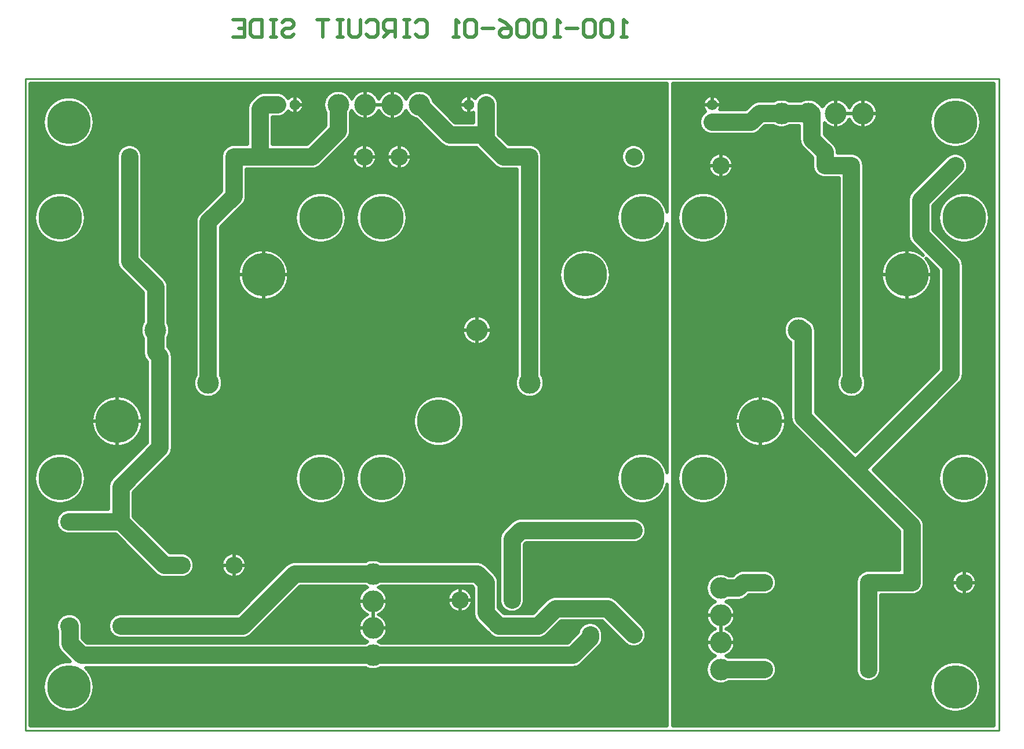
<source format=gbl>
*%FSLAX23Y23*%
*%MOIN*%
G01*
%ADD11C,0.006*%
%ADD12C,0.007*%
%ADD13C,0.010*%
%ADD14C,0.012*%
%ADD15C,0.020*%
%ADD16C,0.036*%
%ADD17C,0.055*%
%ADD18C,0.056*%
%ADD19C,0.062*%
%ADD20C,0.066*%
%ADD21C,0.070*%
%ADD22C,0.075*%
%ADD23C,0.090*%
%ADD24C,0.100*%
%ADD25C,0.100*%
%ADD26C,0.104*%
%ADD27C,0.125*%
%ADD28C,0.129*%
%ADD29C,0.140*%
%ADD30C,0.160*%
%ADD31C,0.250*%
%ADD32C,0.250*%
D13*
X6828Y5929D02*
X12428D01*
Y9679D01*
X6828D01*
Y5929D01*
D15*
X11705Y7429D02*
X11979Y7155D01*
X11603Y7531D02*
X11375Y7759D01*
X11252Y7678D02*
X11856Y7074D01*
X12204Y8655D02*
X12050Y8809D01*
X10229Y6680D02*
X10379Y6530D01*
X10277Y6428D02*
X10150Y6555D01*
X7658Y6951D02*
X7450Y7159D01*
X7348Y7057D02*
X7577Y6828D01*
X9301Y9426D02*
X9178Y9549D01*
X9076Y9447D02*
X9220Y9303D01*
X7629Y8530D02*
X7500Y8659D01*
X7377Y8578D02*
X7506Y8449D01*
X11927Y9030D02*
X12127Y9230D01*
X12229Y9128D02*
X12050Y8949D01*
X12081Y8009D02*
X11652Y7580D01*
X11705Y7429D02*
X12204Y7928D01*
X7531Y7584D02*
X7327Y7380D01*
X7450Y7299D02*
X7654Y7503D01*
X7829Y8905D02*
X7956Y9032D01*
X8079Y8951D02*
X7952Y8824D01*
X8448Y9301D02*
X8556Y9409D01*
X8679Y9328D02*
X8529Y9178D01*
X8327Y6880D02*
X8048Y6601D01*
X8129Y6478D02*
X8408Y6757D01*
X10553Y5956D02*
X12401D01*
Y5969D02*
X10553D01*
Y5989D02*
X12401D01*
Y6009D02*
X10553D01*
Y6029D02*
X12401D01*
X12109Y6049D02*
X10553D01*
X12247D02*
X12401D01*
X12080Y6069D02*
X10553D01*
X12276D02*
X12401D01*
X12062Y6089D02*
X10553D01*
X12294D02*
X12401D01*
X10521Y5956D02*
X6855D01*
Y5969D02*
X10521D01*
Y5989D02*
X6855D01*
Y6009D02*
X10521D01*
Y6029D02*
X6855D01*
Y6049D02*
X7009D01*
X7147D02*
X10521D01*
X6980Y6069D02*
X6855D01*
X7176D02*
X10521D01*
X6962Y6089D02*
X6855D01*
X7194D02*
X10521D01*
X6855Y5956D02*
Y9652D01*
X6988Y6063D02*
Y5956D01*
Y6295D02*
Y7238D01*
Y7520D02*
Y8738D01*
Y9020D02*
Y9313D01*
Y9545D02*
Y9652D01*
X6968Y6081D02*
Y5956D01*
Y6277D02*
Y7245D01*
Y7513D02*
Y8745D01*
Y9013D02*
Y9331D01*
Y9527D02*
Y9652D01*
X6948Y6110D02*
Y5956D01*
Y6248D02*
Y7256D01*
Y7502D02*
Y8756D01*
Y9002D02*
Y9360D01*
Y9498D02*
Y9652D01*
X6928Y7271D02*
Y5956D01*
Y7487D02*
Y8771D01*
Y8987D02*
Y9652D01*
X6908Y7294D02*
Y5956D01*
Y7464D02*
Y8794D01*
Y8964D02*
Y9652D01*
X6888Y7334D02*
Y5956D01*
Y7424D02*
Y8834D01*
Y8924D02*
Y9652D01*
X6868D02*
Y5956D01*
X8872Y6289D02*
X9978D01*
X8784D02*
X7176D01*
X10872Y6207D02*
X11078D01*
X11078D01*
X10553Y6109D02*
X12049D01*
X12307D02*
X12401D01*
X12040Y6129D02*
X10553D01*
X12316D02*
X12401D01*
X12034Y6149D02*
X10553D01*
X12322D02*
X12401D01*
X12031Y6169D02*
X10553D01*
X12325D02*
X12401D01*
X12031Y6189D02*
X10553D01*
X12325D02*
X12401D01*
X10781Y6209D02*
X10553D01*
X11095D02*
X11661D01*
X11695D02*
X12034D01*
X12322D02*
X12401D01*
X10760Y6229D02*
X10553D01*
X11130D02*
X11626D01*
X11730D02*
X12040D01*
X12316D02*
X12401D01*
X10749Y6249D02*
X10553D01*
X11143D02*
X11613D01*
X11743D02*
X12049D01*
X12307D02*
X12401D01*
X10744Y6269D02*
X10553D01*
X11149D02*
X11606D01*
X11750D02*
X12062D01*
X12294D02*
X12401D01*
X10744Y6289D02*
X10553D01*
X11149D02*
X11606D01*
X11750D02*
X12080D01*
X12276D02*
X12401D01*
X6949Y6109D02*
X6855D01*
X7207D02*
X10521D01*
X6940Y6129D02*
X6855D01*
X7216D02*
X10521D01*
X6934Y6149D02*
X6855D01*
X7222D02*
X10521D01*
X6931Y6169D02*
X6855D01*
X7225D02*
X10521D01*
X6931Y6189D02*
X6855D01*
X7225D02*
X10521D01*
X6934Y6209D02*
X6855D01*
X7222D02*
X10521D01*
X6940Y6229D02*
X6855D01*
X7216D02*
X10521D01*
X6949Y6249D02*
X6855D01*
X7207D02*
X10521D01*
X6962Y6269D02*
X6855D01*
X7194D02*
X10521D01*
X6980Y6289D02*
X6855D01*
X9978D02*
X10521D01*
X7013Y6429D02*
Y6429D01*
Y6498D01*
X7157Y6529D02*
Y6459D01*
Y6529D02*
Y6529D01*
X7188Y6081D02*
Y5956D01*
Y6433D02*
Y7057D01*
Y7201D02*
Y9331D01*
Y9527D02*
Y9652D01*
X7168Y6063D02*
Y5956D01*
Y6448D02*
Y7057D01*
Y7201D02*
Y7334D01*
Y7424D02*
Y8834D01*
Y8924D02*
Y9313D01*
Y9545D02*
Y9652D01*
X7148Y6050D02*
Y5956D01*
Y6564D02*
Y7057D01*
Y7201D02*
Y7294D01*
Y7464D02*
Y8794D01*
Y8964D02*
Y9300D01*
Y9558D02*
Y9652D01*
X7128Y6041D02*
Y5956D01*
Y6587D02*
Y7057D01*
Y7201D02*
Y7271D01*
Y7487D02*
Y8771D01*
Y8987D02*
Y9291D01*
Y9567D02*
Y9652D01*
X7108Y6035D02*
Y5956D01*
Y6601D02*
Y7057D01*
Y7201D02*
Y7256D01*
Y7502D02*
Y8756D01*
Y9002D02*
Y9285D01*
Y9573D02*
Y9652D01*
X7088Y6032D02*
Y5956D01*
Y6601D02*
Y7057D01*
Y7201D02*
Y7245D01*
Y7513D02*
Y8745D01*
Y9013D02*
Y9282D01*
Y9576D02*
Y9652D01*
X7068Y6032D02*
Y5956D01*
Y6601D02*
Y7057D01*
Y7201D02*
Y7238D01*
Y7520D02*
Y8738D01*
Y9020D02*
Y9282D01*
Y9576D02*
Y9652D01*
X7048Y6035D02*
Y5956D01*
Y6323D02*
Y6364D01*
Y6594D02*
Y7064D01*
Y7194D02*
Y7233D01*
Y7525D02*
Y8733D01*
Y9025D02*
Y9285D01*
Y9573D02*
Y9652D01*
X7028Y6041D02*
Y5956D01*
Y6317D02*
Y6385D01*
Y6581D02*
Y7077D01*
Y7181D02*
Y7232D01*
Y7526D02*
Y8732D01*
Y9026D02*
Y9291D01*
Y9567D02*
Y9652D01*
X7008Y6050D02*
Y5956D01*
Y6308D02*
Y6512D01*
Y6546D02*
Y7112D01*
Y7146D02*
Y7233D01*
Y7525D02*
Y8733D01*
Y9025D02*
Y9300D01*
Y9558D02*
Y9652D01*
X7157Y6459D02*
X7183Y6433D01*
X7086Y6326D02*
X7034Y6378D01*
X10828Y6435D02*
X10912D01*
X10828D02*
X10744D01*
X10872Y6351D02*
X11078D01*
X11078D01*
X10749Y6309D02*
X10553D01*
X11143D02*
X11606D01*
X11750D02*
X12109D01*
X12247D02*
X12401D01*
X10760Y6329D02*
X10553D01*
X11130D02*
X11606D01*
X11750D02*
X12401D01*
X10781Y6349D02*
X10553D01*
X11095D02*
X11606D01*
X11750D02*
X12401D01*
X10775Y6369D02*
X10553D01*
X10881D02*
X11606D01*
X11750D02*
X12401D01*
X10757Y6389D02*
X10553D01*
X10899D02*
X11606D01*
X11750D02*
X12401D01*
X10748Y6409D02*
X10553D01*
X10908D02*
X11606D01*
X11750D02*
X12401D01*
X10744Y6429D02*
X10553D01*
X10912D02*
X11606D01*
X11750D02*
X12401D01*
X10745Y6449D02*
X10553D01*
X10911D02*
X11606D01*
X11750D02*
X12401D01*
X10751Y6469D02*
X10553D01*
X10905D02*
X11606D01*
X11750D02*
X12401D01*
X10763Y6489D02*
X10553D01*
X10893D02*
X11606D01*
X11750D02*
X12401D01*
X9778Y6457D02*
X9553D01*
X8078D02*
X7378D01*
X8872Y6433D02*
X9948D01*
X8784D02*
X7183D01*
X7009Y6309D02*
X6855D01*
X10028D02*
X10521D01*
X7083Y6329D02*
X6855D01*
X10048D02*
X10521D01*
X7063Y6349D02*
X6855D01*
X10068D02*
X10521D01*
X7043Y6369D02*
X6855D01*
X10088D02*
X10521D01*
X7025Y6389D02*
X6855D01*
X10108D02*
X10521D01*
X7013Y6409D02*
X6855D01*
X10128D02*
X10311D01*
X10345D02*
X10521D01*
X7013Y6429D02*
X6855D01*
X10142D02*
X10276D01*
X10380D02*
X10521D01*
X7013Y6449D02*
X6855D01*
X7167D02*
X8778D01*
X8878D02*
X9964D01*
X10150D02*
X10256D01*
X10393D02*
X10521D01*
X7013Y6469D02*
X6855D01*
X7157D02*
X7338D01*
X8118D02*
X8758D01*
X8898D02*
X9513D01*
X9818D02*
X9984D01*
X10150D02*
X10236D01*
X10399D02*
X10521D01*
X7013Y6489D02*
X6855D01*
X7157D02*
X7318D01*
X8140D02*
X8748D01*
X8908D02*
X9491D01*
X9840D02*
X10004D01*
X10150D02*
X10216D01*
X10399D02*
X10521D01*
X7357Y7708D02*
Y7855D01*
Y7708D02*
Y7561D01*
X7356Y8629D02*
Y9229D01*
X7306Y7329D02*
Y7201D01*
Y7329D02*
Y7329D01*
X7388Y6289D02*
Y5956D01*
Y6433D02*
Y6457D01*
Y6601D02*
Y7017D01*
Y7441D02*
Y7564D01*
Y7852D02*
Y8567D01*
Y9289D02*
Y9652D01*
X7368Y6289D02*
Y5956D01*
Y6433D02*
Y6457D01*
Y6601D02*
Y7037D01*
Y7421D02*
Y7561D01*
Y7855D02*
Y8589D01*
Y9269D02*
Y9652D01*
X7348Y6289D02*
Y5956D01*
Y6433D02*
Y6464D01*
Y6594D02*
Y7057D01*
Y7401D02*
Y7561D01*
Y7855D02*
Y9652D01*
X7328Y6289D02*
Y5956D01*
Y6433D02*
Y6477D01*
Y6581D02*
Y7057D01*
Y7381D02*
Y7564D01*
Y7852D02*
Y9652D01*
X7308Y6289D02*
Y5956D01*
Y6433D02*
Y6512D01*
Y6546D02*
Y7057D01*
Y7346D02*
Y7569D01*
Y7847D02*
Y9652D01*
X7288Y6289D02*
Y5956D01*
Y6433D02*
Y7057D01*
Y7201D02*
Y7578D01*
Y7838D02*
Y9652D01*
X7268Y6289D02*
Y5956D01*
Y6433D02*
Y7057D01*
Y7201D02*
Y7591D01*
Y7825D02*
Y9652D01*
X7248Y6289D02*
Y5956D01*
Y6433D02*
Y7057D01*
Y7201D02*
Y7609D01*
Y7807D02*
Y9652D01*
X7228Y6289D02*
Y5956D01*
Y6433D02*
Y7057D01*
Y7201D02*
Y7638D01*
Y7778D02*
Y9652D01*
X7208Y6110D02*
Y5956D01*
Y6248D02*
Y6289D01*
Y6433D02*
Y7057D01*
Y7201D02*
Y9360D01*
Y9498D02*
Y9652D01*
X10828Y6591D02*
X10912D01*
X10828D02*
X10744D01*
X10872Y6675D02*
X10928D01*
X10928D01*
X10787Y6509D02*
X10553D01*
X10869D02*
X11606D01*
X11750D02*
X12401D01*
X10771Y6529D02*
X10553D01*
X10885D02*
X11606D01*
X11750D02*
X12401D01*
X10755Y6549D02*
X10553D01*
X10901D02*
X11606D01*
X11750D02*
X12401D01*
X10746Y6569D02*
X10553D01*
X10910D02*
X11606D01*
X11750D02*
X12401D01*
X10744Y6589D02*
X10553D01*
X10912D02*
X11606D01*
X11750D02*
X12401D01*
X10745Y6609D02*
X10553D01*
X10911D02*
X11606D01*
X11750D02*
X12401D01*
X10753Y6629D02*
X10553D01*
X10903D02*
X11606D01*
X11750D02*
X12401D01*
X10767Y6649D02*
X10553D01*
X10889D02*
X11606D01*
X11750D02*
X12401D01*
X10796Y6669D02*
X10553D01*
X10860D02*
X11606D01*
X11750D02*
X12401D01*
X10767Y6689D02*
X10553D01*
X10971D02*
X11606D01*
X11750D02*
X12401D01*
X9400Y6679D02*
X9328D01*
X9256D01*
X8912Y6673D02*
X8828D01*
X8744D01*
X8828Y6517D02*
X8912D01*
X8828D02*
X8744D01*
X9908Y6557D02*
X10148D01*
X9748Y6601D02*
X9583D01*
X8048D02*
X7378D01*
X7085D02*
X7078D01*
X7009Y6509D02*
X6855D01*
X7157D02*
X7309D01*
X8160D02*
X8744D01*
X8912D02*
X9471D01*
X9860D02*
X10013D01*
X10143D02*
X10196D01*
X10393D02*
X10521D01*
X7006Y6529D02*
X6855D01*
X7157D02*
X7306D01*
X8180D02*
X8744D01*
X8912D02*
X9451D01*
X9880D02*
X10026D01*
X10130D02*
X10176D01*
X10380D02*
X10521D01*
X7009Y6549D02*
X6855D01*
X7157D02*
X7309D01*
X8200D02*
X8750D01*
X8906D02*
X9431D01*
X9900D02*
X10061D01*
X10095D02*
X10156D01*
X10360D02*
X10521D01*
X7018Y6569D02*
X6855D01*
X7145D02*
X7318D01*
X8220D02*
X8761D01*
X8895D02*
X9415D01*
X10340D02*
X10521D01*
X7038Y6589D02*
X6855D01*
X7125D02*
X7338D01*
X8240D02*
X8784D01*
X8872D02*
X9406D01*
X10320D02*
X10521D01*
X8056Y6609D02*
X6855D01*
X8260D02*
X8773D01*
X8883D02*
X9311D01*
X9345D02*
X9406D01*
X9575D02*
X9611D01*
X9645D02*
X9756D01*
X10300D02*
X10521D01*
X8076Y6629D02*
X6855D01*
X8280D02*
X8756D01*
X8900D02*
X9276D01*
X9380D02*
X9406D01*
X9555D02*
X9576D01*
X9680D02*
X9776D01*
X10280D02*
X10521D01*
X8096Y6649D02*
X6855D01*
X8300D02*
X8747D01*
X8909D02*
X9263D01*
X9693D02*
X9796D01*
X10260D02*
X10521D01*
X8116Y6669D02*
X6855D01*
X8320D02*
X8744D01*
X8912D02*
X9257D01*
X9700D02*
X9816D01*
X10240D02*
X10521D01*
X8136Y6689D02*
X6855D01*
X8340D02*
X8745D01*
X8911D02*
X9257D01*
X9700D02*
X9838D01*
X10218D02*
X10521D01*
X7531Y7584D02*
Y8049D01*
X7506Y8094D02*
Y8104D01*
Y8104D01*
Y8185D01*
X7500Y8659D02*
Y9229D01*
X7506Y8449D02*
Y8279D01*
X7450Y7299D02*
Y7159D01*
X7588Y6289D02*
Y5956D01*
Y6433D02*
Y6457D01*
Y6601D02*
Y6819D01*
Y7021D02*
Y7437D01*
Y8571D02*
Y9652D01*
X7568Y6289D02*
Y5956D01*
Y6433D02*
Y6457D01*
Y6601D02*
Y6837D01*
Y7041D02*
Y7417D01*
Y8591D02*
Y9652D01*
X7548Y6289D02*
Y5956D01*
Y6433D02*
Y6457D01*
Y6601D02*
Y6857D01*
Y7061D02*
Y7397D01*
Y8611D02*
Y9652D01*
X7528Y6289D02*
Y5956D01*
Y6433D02*
Y6457D01*
Y6601D02*
Y6877D01*
Y7081D02*
Y7377D01*
Y7581D02*
Y8052D01*
Y8631D02*
Y9652D01*
X7508Y6289D02*
Y5956D01*
Y6433D02*
Y6457D01*
Y6601D02*
Y6897D01*
Y7101D02*
Y7357D01*
Y7561D02*
Y8087D01*
Y8651D02*
Y9652D01*
X7488Y6289D02*
Y5956D01*
Y6433D02*
Y6457D01*
Y6601D02*
Y6917D01*
Y7121D02*
Y7337D01*
Y7541D02*
Y7641D01*
Y7775D02*
Y8467D01*
Y9269D02*
Y9652D01*
X7468Y6289D02*
Y5956D01*
Y6433D02*
Y6457D01*
Y6601D02*
Y6937D01*
Y7141D02*
Y7317D01*
Y7521D02*
Y7612D01*
Y7804D02*
Y8487D01*
Y9289D02*
Y9652D01*
X7448Y6289D02*
Y5956D01*
Y6433D02*
Y6457D01*
Y6601D02*
Y6957D01*
Y7501D02*
Y7593D01*
Y7823D02*
Y8507D01*
Y9298D02*
Y9652D01*
X7428Y6289D02*
Y5956D01*
Y6433D02*
Y6457D01*
Y6601D02*
Y6977D01*
Y7481D02*
Y7579D01*
Y7837D02*
Y8527D01*
Y9301D02*
Y9652D01*
X7408Y6289D02*
Y5956D01*
Y6433D02*
Y6457D01*
Y6601D02*
Y6997D01*
Y7461D02*
Y7570D01*
Y7846D02*
Y8547D01*
Y9298D02*
Y9652D01*
X12228Y6779D02*
X12300D01*
X12228D02*
X12156D01*
X10898Y6819D02*
X10872D01*
X10990Y6707D02*
X11078D01*
Y6851D02*
X10960D01*
X11750Y6707D02*
X11928D01*
X11928D01*
X11678Y6851D02*
X11678D01*
X11678D02*
X11856D01*
X10753Y6709D02*
X10553D01*
X11095D02*
X11606D01*
X11945D02*
X12211D01*
X12245D02*
X12401D01*
X10745Y6729D02*
X10553D01*
X11130D02*
X11606D01*
X11980D02*
X12176D01*
X12280D02*
X12401D01*
X10744Y6749D02*
X10553D01*
X11143D02*
X11606D01*
X11993D02*
X12163D01*
X12293D02*
X12401D01*
X10746Y6769D02*
X10553D01*
X11149D02*
X11606D01*
X12000D02*
X12157D01*
X12299D02*
X12401D01*
X10755Y6789D02*
X10553D01*
X11149D02*
X11606D01*
X12000D02*
X12157D01*
X12299D02*
X12401D01*
X10771Y6809D02*
X10553D01*
X11143D02*
X11613D01*
X12000D02*
X12163D01*
X12293D02*
X12401D01*
X10808Y6829D02*
X10553D01*
X10848D02*
X10908D01*
X11130D02*
X11626D01*
X12000D02*
X12176D01*
X12280D02*
X12401D01*
X10943Y6849D02*
X10553D01*
X11095D02*
X11661D01*
X12000D02*
X12211D01*
X12245D02*
X12401D01*
X11856Y6869D02*
X10553D01*
X12000D02*
X12401D01*
X8100Y6879D02*
X8028D01*
X7956D01*
X8872Y6757D02*
X9398D01*
X7628Y6807D02*
X7628D01*
X7628D02*
X7728D01*
X7728D01*
X8408Y6757D02*
X8784D01*
X9878Y6701D02*
X10178D01*
X8156Y6709D02*
X6855D01*
X8360D02*
X8752D01*
X8904D02*
X9263D01*
X9700D02*
X10521D01*
X8176Y6729D02*
X6855D01*
X8380D02*
X8765D01*
X8891D02*
X9276D01*
X9380D02*
X9406D01*
X9700D02*
X10521D01*
X8196Y6749D02*
X6855D01*
X8400D02*
X8791D01*
X8865D02*
X9311D01*
X9345D02*
X9406D01*
X9700D02*
X10521D01*
X8216Y6769D02*
X6855D01*
X9700D02*
X10521D01*
X8236Y6789D02*
X6855D01*
X9700D02*
X10521D01*
X7611Y6809D02*
X6855D01*
X7745D02*
X8011D01*
X8045D02*
X8256D01*
X9700D02*
X10521D01*
X7576Y6829D02*
X6855D01*
X7780D02*
X7976D01*
X8080D02*
X8276D01*
X9530D02*
X9556D01*
X9700D02*
X10521D01*
X7556Y6849D02*
X6855D01*
X7793D02*
X7963D01*
X8093D02*
X8296D01*
X9510D02*
X9556D01*
X9700D02*
X10521D01*
X7536Y6869D02*
X6855D01*
X7799D02*
X7957D01*
X8099D02*
X8316D01*
X9490D02*
X9556D01*
X9700D02*
X10521D01*
X7675Y7554D02*
Y8079D01*
X7650Y8134D02*
Y8191D01*
Y8273D02*
Y8479D01*
X7768Y6289D02*
Y5956D01*
Y6433D02*
Y6457D01*
Y6601D02*
Y6819D01*
Y6939D02*
Y9652D01*
X7748Y6289D02*
Y5956D01*
Y6433D02*
Y6457D01*
Y6601D02*
Y6807D01*
Y6951D02*
Y9652D01*
X7728Y6289D02*
Y5956D01*
Y6433D02*
Y6457D01*
Y6601D02*
Y6807D01*
Y6951D02*
Y9652D01*
X7708Y6289D02*
Y5956D01*
Y6433D02*
Y6457D01*
Y6601D02*
Y6807D01*
Y6951D02*
Y9652D01*
X7688Y6289D02*
Y5956D01*
Y6433D02*
Y6457D01*
Y6601D02*
Y6807D01*
Y6951D02*
Y9652D01*
X7668Y6289D02*
Y5956D01*
Y6433D02*
Y6457D01*
Y6601D02*
Y6807D01*
Y6951D02*
Y7523D01*
Y8110D02*
Y9652D01*
X7648Y6289D02*
Y5956D01*
Y6433D02*
Y6457D01*
Y6601D02*
Y6807D01*
Y6961D02*
Y7497D01*
Y8496D02*
Y9652D01*
X7628Y6289D02*
Y5956D01*
Y6433D02*
Y6457D01*
Y6601D02*
Y6807D01*
Y6981D02*
Y7477D01*
Y8531D02*
Y9652D01*
X7608Y6289D02*
Y5956D01*
Y6433D02*
Y6457D01*
Y6601D02*
Y6807D01*
Y7001D02*
Y7457D01*
Y8551D02*
Y9652D01*
X10553Y6889D02*
X11856D01*
X12000D02*
X12401D01*
X11856Y6909D02*
X10553D01*
X12000D02*
X12401D01*
X11856Y6929D02*
X10553D01*
X12000D02*
X12401D01*
X11856Y6949D02*
X10553D01*
X12000D02*
X12401D01*
X11856Y6969D02*
X10553D01*
X12000D02*
X12401D01*
X11856Y6989D02*
X10553D01*
X12000D02*
X12401D01*
X11856Y7009D02*
X10553D01*
X12000D02*
X12401D01*
X11856Y7029D02*
X10553D01*
X12000D02*
X12401D01*
X11856Y7049D02*
X10553D01*
X12000D02*
X12401D01*
X11856Y7069D02*
X10553D01*
X12000D02*
X12401D01*
X7348Y7057D02*
X7078D01*
X9708Y7007D02*
X10078D01*
X10078D01*
X10078D01*
X10328D01*
X10328D01*
X9428Y6901D02*
X8872D01*
X7728Y6951D02*
X7658D01*
X7728D02*
X7728D01*
X8378Y6901D02*
X8784D01*
X7516Y6889D02*
X6855D01*
X7799D02*
X7957D01*
X8099D02*
X8338D01*
X9468D02*
X9556D01*
X9700D02*
X10521D01*
X7496Y6909D02*
X6855D01*
X7793D02*
X7963D01*
X8093D02*
X8801D01*
X8855D02*
X9556D01*
X9700D02*
X10521D01*
X7476Y6929D02*
X6855D01*
X7780D02*
X7976D01*
X8080D02*
X9556D01*
X9700D02*
X10521D01*
X7456Y6949D02*
X6855D01*
X7745D02*
X8011D01*
X8045D02*
X9556D01*
X9700D02*
X10521D01*
X7436Y6969D02*
X6855D01*
X7640D02*
X9556D01*
X9700D02*
X10521D01*
X7416Y6989D02*
X6855D01*
X7620D02*
X9556D01*
X9700D02*
X10521D01*
X7396Y7009D02*
X6855D01*
X7600D02*
X9556D01*
X10345D02*
X10521D01*
X7376Y7029D02*
X6855D01*
X7580D02*
X9556D01*
X10380D02*
X10521D01*
X7356Y7049D02*
X6855D01*
X7560D02*
X9556D01*
X10393D02*
X10521D01*
X7038Y7069D02*
X6855D01*
X7540D02*
X9568D01*
X10399D02*
X10521D01*
X7808Y7972D02*
Y8854D01*
X7956Y9032D02*
Y9229D01*
X7952Y8824D02*
Y7972D01*
X7968Y6289D02*
Y5956D01*
Y6433D02*
Y6457D01*
Y6601D02*
Y6839D01*
Y6919D02*
Y8840D01*
Y9269D02*
Y9652D01*
X7948Y6289D02*
Y5956D01*
Y6433D02*
Y6457D01*
Y6601D02*
Y7878D01*
Y9024D02*
Y9652D01*
X7928Y6289D02*
Y5956D01*
Y6433D02*
Y6457D01*
Y6601D02*
Y7858D01*
Y9004D02*
Y9652D01*
X7908Y6289D02*
Y5956D01*
Y6433D02*
Y6457D01*
Y6601D02*
Y7848D01*
Y8984D02*
Y9652D01*
X7888Y6289D02*
Y5956D01*
Y6433D02*
Y6457D01*
Y6601D02*
Y7844D01*
Y8964D02*
Y9652D01*
X7868Y6289D02*
Y5956D01*
Y6433D02*
Y6457D01*
Y6601D02*
Y7844D01*
Y8944D02*
Y9652D01*
X7848Y6289D02*
Y5956D01*
Y6433D02*
Y6457D01*
Y6601D02*
Y7850D01*
Y8924D02*
Y9652D01*
X7828Y6289D02*
Y5956D01*
Y6433D02*
Y6457D01*
Y6601D02*
Y7861D01*
Y8904D02*
Y9652D01*
X7808Y6289D02*
Y5956D01*
Y6433D02*
Y6457D01*
Y6601D02*
Y7884D01*
Y8854D02*
Y9652D01*
X7788Y6289D02*
Y5956D01*
Y6433D02*
Y6457D01*
Y6601D02*
Y6839D01*
Y6919D02*
Y9652D01*
X10553Y7089D02*
X11841D01*
X12000D02*
X12401D01*
X11821Y7109D02*
X10553D01*
X12000D02*
X12401D01*
X11801Y7129D02*
X10553D01*
X12000D02*
X12401D01*
X11781Y7149D02*
X10553D01*
X11984D02*
X12401D01*
X11761Y7169D02*
X10553D01*
X11965D02*
X12401D01*
X11741Y7189D02*
X10553D01*
X11945D02*
X12401D01*
X11721Y7209D02*
X10553D01*
X11925D02*
X12401D01*
X11701Y7229D02*
X10553D01*
X11905D02*
X12401D01*
X10659Y7249D02*
X10553D01*
X10797D02*
X11681D01*
X11885D02*
X12159D01*
X12297D02*
X12401D01*
X10630Y7269D02*
X10553D01*
X10826D02*
X11661D01*
X11865D02*
X12130D01*
X12326D02*
X12401D01*
X7306Y7201D02*
X7078D01*
X9678Y7151D02*
X9678D01*
X10078D01*
X10078D01*
X10078D01*
X10328D01*
X10328D01*
X7018Y7089D02*
X6855D01*
X7520D02*
X9586D01*
X10399D02*
X10521D01*
X7009Y7109D02*
X6855D01*
X7500D02*
X9606D01*
X10393D02*
X10521D01*
X7006Y7129D02*
X6855D01*
X7480D02*
X9626D01*
X10380D02*
X10521D01*
X7009Y7149D02*
X6855D01*
X7460D02*
X9661D01*
X10345D02*
X10521D01*
X7018Y7169D02*
X6855D01*
X7450D02*
X10521D01*
X7038Y7189D02*
X6855D01*
X7450D02*
X10521D01*
X7306Y7209D02*
X6855D01*
X7450D02*
X10521D01*
X7306Y7229D02*
X6855D01*
X7450D02*
X10521D01*
X6959Y7249D02*
X6855D01*
X7097D02*
X7306D01*
X7450D02*
X8459D01*
X8597D02*
X8809D01*
X8947D02*
X10309D01*
X10447D02*
X10521D01*
X6930Y7269D02*
X6855D01*
X7126D02*
X7306D01*
X7450D02*
X8430D01*
X8626D02*
X8780D01*
X8976D02*
X10280D01*
X10476D02*
X10521D01*
X8028Y6951D02*
Y6879D01*
Y6807D01*
X8106Y9301D02*
Y9504D01*
X8100Y9157D02*
Y9002D01*
X8168Y6289D02*
Y5956D01*
Y6433D02*
Y6517D01*
Y6721D02*
Y8406D01*
Y8694D02*
Y9157D01*
Y9592D02*
Y9652D01*
X8148Y6289D02*
Y5956D01*
Y6433D02*
Y6497D01*
Y6701D02*
Y8412D01*
Y8688D02*
Y9157D01*
Y9576D02*
Y9652D01*
X8128Y6289D02*
Y5956D01*
Y6433D02*
Y6477D01*
Y6681D02*
Y8421D01*
Y8679D02*
Y9157D01*
Y9556D02*
Y9652D01*
X8108Y6289D02*
Y5956D01*
Y6433D02*
Y6464D01*
Y6661D02*
Y8434D01*
Y8666D02*
Y9157D01*
Y9521D02*
Y9652D01*
X8088Y6289D02*
Y5956D01*
Y6433D02*
Y6457D01*
Y6641D02*
Y6839D01*
Y6919D02*
Y8452D01*
Y8648D02*
Y8962D01*
Y9301D02*
Y9652D01*
X8068Y6289D02*
Y5956D01*
Y6433D02*
Y6457D01*
Y6621D02*
Y6819D01*
Y6939D02*
Y8481D01*
Y8619D02*
Y8940D01*
Y9301D02*
Y9652D01*
X8048Y6289D02*
Y5956D01*
Y6433D02*
Y6457D01*
Y6601D02*
Y6810D01*
Y6948D02*
Y8920D01*
Y9301D02*
Y9652D01*
X8028Y6289D02*
Y5956D01*
Y6433D02*
Y6457D01*
Y6601D02*
Y6807D01*
Y6951D02*
Y8900D01*
Y9301D02*
Y9652D01*
X8008Y6289D02*
Y5956D01*
Y6433D02*
Y6457D01*
Y6601D02*
Y6810D01*
Y6948D02*
Y8880D01*
Y9301D02*
Y9652D01*
X7988Y6289D02*
Y5956D01*
Y6433D02*
Y6457D01*
Y6601D02*
Y6819D01*
Y6939D02*
Y8860D01*
Y9289D02*
Y9652D01*
X8127Y9555D02*
X8152Y9580D01*
X10553Y7289D02*
X10612D01*
X10844D02*
X11641D01*
X11845D02*
X12112D01*
X12344D02*
X12401D01*
X10599Y7309D02*
X10553D01*
X10857D02*
X11621D01*
X11825D02*
X12099D01*
X12357D02*
X12401D01*
X10590Y7329D02*
X10553D01*
X10866D02*
X11601D01*
X11805D02*
X12090D01*
X12366D02*
X12401D01*
X10584Y7349D02*
X10553D01*
X10872D02*
X11581D01*
X11785D02*
X12084D01*
X12372D02*
X12401D01*
X10581Y7369D02*
X10553D01*
X10875D02*
X11561D01*
X11765D02*
X12081D01*
X12375D02*
X12401D01*
X10581Y7389D02*
X10553D01*
X10875D02*
X11541D01*
X11745D02*
X12081D01*
X12375D02*
X12401D01*
X10584Y7409D02*
X10553D01*
X10872D02*
X11521D01*
X11725D02*
X12084D01*
X12372D02*
X12401D01*
X10590Y7429D02*
X10553D01*
X10866D02*
X11501D01*
X11705D02*
X12090D01*
X12366D02*
X12401D01*
X10599Y7449D02*
X10553D01*
X10857D02*
X11481D01*
X11725D02*
X12099D01*
X12357D02*
X12401D01*
X10612Y7469D02*
X10553D01*
X10844D02*
X11461D01*
X11745D02*
X12112D01*
X12344D02*
X12401D01*
X6912Y7289D02*
X6855D01*
X7144D02*
X7306D01*
X7450D02*
X8412D01*
X8644D02*
X8762D01*
X8994D02*
X10262D01*
X10494D02*
X10521D01*
X6899Y7309D02*
X6855D01*
X7157D02*
X7306D01*
X7460D02*
X8399D01*
X8657D02*
X8749D01*
X9007D02*
X10249D01*
X6890Y7329D02*
X6855D01*
X7166D02*
X7306D01*
X7480D02*
X8390D01*
X8666D02*
X8740D01*
X9016D02*
X10240D01*
X6884Y7349D02*
X6855D01*
X7172D02*
X7306D01*
X7500D02*
X8384D01*
X8672D02*
X8734D01*
X9022D02*
X10234D01*
X6881Y7369D02*
X6855D01*
X7175D02*
X7318D01*
X7520D02*
X8381D01*
X8675D02*
X8731D01*
X9025D02*
X10231D01*
X6881Y7389D02*
X6855D01*
X7175D02*
X7336D01*
X7540D02*
X8381D01*
X8675D02*
X8731D01*
X9025D02*
X10231D01*
X6884Y7409D02*
X6855D01*
X7172D02*
X7356D01*
X7560D02*
X8384D01*
X8672D02*
X8734D01*
X9022D02*
X10234D01*
X6890Y7429D02*
X6855D01*
X7166D02*
X7376D01*
X7580D02*
X8390D01*
X8666D02*
X8740D01*
X9016D02*
X10240D01*
X6899Y7449D02*
X6855D01*
X7157D02*
X7396D01*
X7600D02*
X8399D01*
X8657D02*
X8749D01*
X9007D02*
X10249D01*
X6912Y7469D02*
X6855D01*
X7144D02*
X7416D01*
X7620D02*
X8412D01*
X8644D02*
X8762D01*
X8994D02*
X10262D01*
X10494D02*
X10521D01*
X8198Y8550D02*
Y8697D01*
Y8550D02*
Y8403D01*
X8250Y9301D02*
Y9457D01*
X8368Y6289D02*
Y5956D01*
Y6433D02*
Y6717D01*
Y6901D02*
Y9157D01*
Y9301D02*
Y9477D01*
Y9581D02*
Y9652D01*
X8348Y6289D02*
Y5956D01*
Y6433D02*
Y6697D01*
Y6894D02*
Y9157D01*
Y9301D02*
Y9485D01*
Y9573D02*
Y9652D01*
X8328Y6289D02*
Y5956D01*
Y6433D02*
Y6677D01*
Y6881D02*
Y8481D01*
Y8619D02*
Y9157D01*
Y9301D02*
Y9477D01*
Y9581D02*
Y9652D01*
X8308Y6289D02*
Y5956D01*
Y6433D02*
Y6657D01*
Y6861D02*
Y8452D01*
Y8648D02*
Y9157D01*
Y9301D02*
Y9464D01*
Y9594D02*
Y9652D01*
X8288Y6289D02*
Y5956D01*
Y6433D02*
Y6637D01*
Y6841D02*
Y8434D01*
Y8666D02*
Y9157D01*
Y9301D02*
Y9457D01*
Y9601D02*
Y9652D01*
X8268Y6289D02*
Y5956D01*
Y6433D02*
Y6617D01*
Y6821D02*
Y8421D01*
Y8679D02*
Y9157D01*
Y9301D02*
Y9457D01*
Y9601D02*
Y9652D01*
X8248Y6289D02*
Y5956D01*
Y6433D02*
Y6597D01*
Y6801D02*
Y8412D01*
Y8688D02*
Y9157D01*
Y9601D02*
Y9652D01*
X8228Y6289D02*
Y5956D01*
Y6433D02*
Y6577D01*
Y6781D02*
Y8406D01*
Y8694D02*
Y9157D01*
Y9601D02*
Y9652D01*
X8208Y6289D02*
Y5956D01*
Y6433D02*
Y6557D01*
Y6761D02*
Y8403D01*
Y8697D02*
Y9157D01*
Y9601D02*
Y9652D01*
X8188Y6289D02*
Y5956D01*
Y6433D02*
Y6537D01*
Y6741D02*
Y8403D01*
Y8697D02*
Y9157D01*
Y9601D02*
Y9652D01*
X10553Y7489D02*
X10630D01*
X10826D02*
X11441D01*
X11765D02*
X12130D01*
X12326D02*
X12401D01*
X10659Y7509D02*
X10553D01*
X10797D02*
X11421D01*
X11785D02*
X12159D01*
X12297D02*
X12401D01*
X11401Y7529D02*
X10553D01*
X11805D02*
X12401D01*
X11381Y7549D02*
X10553D01*
X11585D02*
X11621D01*
X11825D02*
X12401D01*
X11009Y7569D02*
X10553D01*
X11105D02*
X11361D01*
X11565D02*
X11641D01*
X11845D02*
X12401D01*
X10971Y7589D02*
X10553D01*
X11143D02*
X11341D01*
X11545D02*
X11661D01*
X11865D02*
X12401D01*
X10948Y7609D02*
X10553D01*
X11166D02*
X11321D01*
X11525D02*
X11681D01*
X11885D02*
X12401D01*
X10933Y7629D02*
X10553D01*
X11181D02*
X11301D01*
X11505D02*
X11701D01*
X11905D02*
X12401D01*
X10922Y7649D02*
X10553D01*
X11192D02*
X11281D01*
X11485D02*
X11721D01*
X11925D02*
X12401D01*
X6930Y7489D02*
X6855D01*
X7126D02*
X7436D01*
X7640D02*
X8430D01*
X8626D02*
X8780D01*
X8976D02*
X10280D01*
X10476D02*
X10521D01*
X6959Y7509D02*
X6855D01*
X7097D02*
X7456D01*
X7659D02*
X8459D01*
X8597D02*
X8809D01*
X8947D02*
X10309D01*
X10447D02*
X10521D01*
X7476Y7529D02*
X6855D01*
X7675D02*
X10521D01*
X7496Y7549D02*
X6855D01*
X7675D02*
X10521D01*
X7309Y7569D02*
X6855D01*
X7405D02*
X7516D01*
X7675D02*
X9159D01*
X9255D02*
X10521D01*
X7271Y7589D02*
X6855D01*
X7443D02*
X7531D01*
X7675D02*
X9121D01*
X9293D02*
X10521D01*
X7248Y7609D02*
X6855D01*
X7466D02*
X7531D01*
X7675D02*
X9098D01*
X9316D02*
X10521D01*
X7233Y7629D02*
X6855D01*
X7481D02*
X7531D01*
X7675D02*
X9083D01*
X9331D02*
X10521D01*
X7222Y7649D02*
X6855D01*
X7492D02*
X7531D01*
X7675D02*
X9072D01*
X9342D02*
X10521D01*
X8378Y9529D02*
Y9582D01*
Y9529D02*
Y9476D01*
X8556Y9485D02*
Y9409D01*
X8548Y6289D02*
Y5956D01*
Y6433D02*
Y6757D01*
Y6901D02*
Y7233D01*
Y7525D02*
Y8733D01*
Y9025D02*
Y9197D01*
Y9401D02*
Y9502D01*
Y9556D02*
Y9652D01*
X8528Y6289D02*
Y5956D01*
Y6433D02*
Y6757D01*
Y6901D02*
Y7232D01*
Y7526D02*
Y8732D01*
Y9026D02*
Y9177D01*
Y9381D02*
Y9652D01*
X8508Y6289D02*
Y5956D01*
Y6433D02*
Y6757D01*
Y6901D02*
Y7233D01*
Y7525D02*
Y8733D01*
Y9025D02*
Y9164D01*
Y9361D02*
Y9652D01*
X8488Y6289D02*
Y5956D01*
Y6433D02*
Y6757D01*
Y6901D02*
Y7238D01*
Y7520D02*
Y8738D01*
Y9020D02*
Y9157D01*
Y9341D02*
Y9652D01*
X8468Y6289D02*
Y5956D01*
Y6433D02*
Y6757D01*
Y6901D02*
Y7245D01*
Y7513D02*
Y8745D01*
Y9013D02*
Y9157D01*
Y9321D02*
Y9652D01*
X8448Y6289D02*
Y5956D01*
Y6433D02*
Y6757D01*
Y6901D02*
Y7256D01*
Y7502D02*
Y8756D01*
Y9002D02*
Y9157D01*
Y9301D02*
Y9652D01*
X8428Y6289D02*
Y5956D01*
Y6433D02*
Y6757D01*
Y6901D02*
Y7271D01*
Y7487D02*
Y8771D01*
Y8987D02*
Y9157D01*
Y9301D02*
Y9511D01*
Y9547D02*
Y9652D01*
X8408Y6289D02*
Y5956D01*
Y6433D02*
Y6757D01*
Y6901D02*
Y7294D01*
Y7464D02*
Y8794D01*
Y8964D02*
Y9157D01*
Y9301D02*
Y9485D01*
Y9573D02*
Y9652D01*
X8388Y6289D02*
Y5956D01*
Y6433D02*
Y6737D01*
Y6901D02*
Y7334D01*
Y7424D02*
Y8834D01*
Y8924D02*
Y9157D01*
Y9301D02*
Y9477D01*
Y9581D02*
Y9652D01*
X11057Y7708D02*
X11204D01*
X11057D02*
X10910D01*
X10915Y7669D02*
X10553D01*
X11199D02*
X11261D01*
X11465D02*
X11741D01*
X11945D02*
X12401D01*
X10911Y7689D02*
X10553D01*
X11203D02*
X11243D01*
X11445D02*
X11761D01*
X11965D02*
X12401D01*
X10910Y7709D02*
X10553D01*
X11204D02*
X11231D01*
X11425D02*
X11781D01*
X11985D02*
X12401D01*
X10912Y7729D02*
X10553D01*
X11202D02*
X11231D01*
X11405D02*
X11801D01*
X12005D02*
X12401D01*
X10916Y7749D02*
X10553D01*
X11198D02*
X11231D01*
X11385D02*
X11821D01*
X12025D02*
X12401D01*
X10923Y7769D02*
X10553D01*
X11191D02*
X11231D01*
X11375D02*
X11841D01*
X12045D02*
X12401D01*
X10934Y7789D02*
X10553D01*
X11180D02*
X11231D01*
X11375D02*
X11861D01*
X12065D02*
X12401D01*
X10950Y7809D02*
X10553D01*
X11164D02*
X11231D01*
X11375D02*
X11881D01*
X12085D02*
X12401D01*
X10974Y7829D02*
X10553D01*
X11140D02*
X11231D01*
X11375D02*
X11901D01*
X12105D02*
X12401D01*
X11015Y7849D02*
X10553D01*
X11099D02*
X11231D01*
X11375D02*
X11550D01*
X11610D02*
X11921D01*
X12125D02*
X12401D01*
X7504Y7708D02*
X7357D01*
X7210D01*
X7215Y7669D02*
X6855D01*
X7499D02*
X7531D01*
X7675D02*
X9065D01*
X9349D02*
X10521D01*
X7211Y7689D02*
X6855D01*
X7503D02*
X7531D01*
X7675D02*
X9061D01*
X9353D02*
X10521D01*
X7210Y7709D02*
X6855D01*
X7504D02*
X7531D01*
X7675D02*
X9060D01*
X9354D02*
X10521D01*
X7212Y7729D02*
X6855D01*
X7502D02*
X7531D01*
X7675D02*
X9062D01*
X9352D02*
X10521D01*
X7216Y7749D02*
X6855D01*
X7498D02*
X7531D01*
X7675D02*
X9066D01*
X9348D02*
X10521D01*
X7223Y7769D02*
X6855D01*
X7491D02*
X7531D01*
X7675D02*
X9073D01*
X9341D02*
X10521D01*
X7234Y7789D02*
X6855D01*
X7480D02*
X7531D01*
X7675D02*
X9084D01*
X9330D02*
X10521D01*
X7250Y7809D02*
X6855D01*
X7464D02*
X7531D01*
X7675D02*
X9100D01*
X9314D02*
X10521D01*
X7274Y7829D02*
X6855D01*
X7440D02*
X7531D01*
X7675D02*
X9124D01*
X9290D02*
X10521D01*
X7315Y7849D02*
X6855D01*
X7399D02*
X7531D01*
X7675D02*
X7850D01*
X7910D02*
X9165D01*
X9249D02*
X9700D01*
X9760D02*
X10521D01*
X8700Y9379D02*
Y9485D01*
X8748Y6289D02*
Y5956D01*
Y6433D02*
Y6490D01*
Y6544D02*
Y6646D01*
Y6700D02*
Y6757D01*
Y6901D02*
Y7310D01*
Y7448D02*
Y8810D01*
Y8948D02*
Y9164D01*
Y9294D02*
Y9453D01*
Y9605D02*
Y9652D01*
X8728Y6289D02*
Y5956D01*
Y6433D02*
Y6757D01*
Y6901D02*
Y9177D01*
Y9281D02*
Y9466D01*
Y9592D02*
Y9652D01*
X8708Y6289D02*
Y5956D01*
Y6433D02*
Y6757D01*
Y6901D02*
Y9212D01*
Y9246D02*
Y9492D01*
Y9566D02*
Y9652D01*
X8688Y6289D02*
Y5956D01*
Y6433D02*
Y6757D01*
Y6901D02*
Y9339D01*
Y9588D02*
Y9652D01*
X8668Y6289D02*
Y5956D01*
Y6433D02*
Y6757D01*
Y6901D02*
Y7334D01*
Y7424D02*
Y8834D01*
Y8924D02*
Y9317D01*
Y9603D02*
Y9652D01*
X8648Y6289D02*
Y5956D01*
Y6433D02*
Y6757D01*
Y6901D02*
Y7294D01*
Y7464D02*
Y8794D01*
Y8964D02*
Y9297D01*
Y9611D02*
Y9652D01*
X8628Y6289D02*
Y5956D01*
Y6433D02*
Y6757D01*
Y6901D02*
Y7271D01*
Y7487D02*
Y8771D01*
Y8987D02*
Y9277D01*
Y9614D02*
Y9652D01*
X8608Y6289D02*
Y5956D01*
Y6433D02*
Y6757D01*
Y6901D02*
Y7256D01*
Y7502D02*
Y8756D01*
Y9002D02*
Y9257D01*
Y9611D02*
Y9652D01*
X8588Y6289D02*
Y5956D01*
Y6433D02*
Y6757D01*
Y6901D02*
Y7245D01*
Y7513D02*
Y8745D01*
Y9013D02*
Y9237D01*
Y9603D02*
Y9652D01*
X8568Y6289D02*
Y5956D01*
Y6433D02*
Y6757D01*
Y6901D02*
Y7238D01*
Y7520D02*
Y8738D01*
Y9020D02*
Y9217D01*
Y9588D02*
Y9652D01*
X10553Y7869D02*
X11231D01*
X11375D02*
X11520D01*
X11640D02*
X11941D01*
X12145D02*
X12401D01*
X11231Y7889D02*
X10553D01*
X11375D02*
X11505D01*
X11655D02*
X11961D01*
X12165D02*
X12401D01*
X11231Y7909D02*
X10553D01*
X11375D02*
X11498D01*
X11662D02*
X11981D01*
X12185D02*
X12401D01*
X11231Y7929D02*
X10553D01*
X11375D02*
X11496D01*
X11664D02*
X12001D01*
X12205D02*
X12401D01*
X11231Y7949D02*
X10553D01*
X11375D02*
X11498D01*
X11662D02*
X12021D01*
X12218D02*
X12401D01*
X11231Y7969D02*
X10553D01*
X11375D02*
X11506D01*
X11654D02*
X12041D01*
X12225D02*
X12401D01*
X11231Y7989D02*
X10553D01*
X11375D02*
X11508D01*
X11652D02*
X12061D01*
X12225D02*
X12401D01*
X11231Y8009D02*
X10553D01*
X11375D02*
X11508D01*
X11652D02*
X12081D01*
X12225D02*
X12401D01*
X11231Y8029D02*
X10553D01*
X11375D02*
X11508D01*
X11652D02*
X12081D01*
X12225D02*
X12401D01*
X11231Y8049D02*
X10553D01*
X11375D02*
X11508D01*
X11652D02*
X12081D01*
X12225D02*
X12401D01*
X7531Y7869D02*
X6855D01*
X7675D02*
X7820D01*
X7940D02*
X9670D01*
X9790D02*
X10521D01*
X7531Y7889D02*
X6855D01*
X7675D02*
X7805D01*
X7955D02*
X9655D01*
X9805D02*
X10521D01*
X7531Y7909D02*
X6855D01*
X7675D02*
X7798D01*
X7962D02*
X9648D01*
X9812D02*
X10521D01*
X7531Y7929D02*
X6855D01*
X7675D02*
X7796D01*
X7964D02*
X9646D01*
X9814D02*
X10521D01*
X7531Y7949D02*
X6855D01*
X7675D02*
X7798D01*
X7962D02*
X9648D01*
X9812D02*
X10521D01*
X7531Y7969D02*
X6855D01*
X7675D02*
X7806D01*
X7954D02*
X9656D01*
X9804D02*
X10521D01*
X7531Y7989D02*
X6855D01*
X7675D02*
X7808D01*
X7952D02*
X9656D01*
X9800D02*
X10521D01*
X7531Y8009D02*
X6855D01*
X7675D02*
X7808D01*
X7952D02*
X9656D01*
X9800D02*
X10521D01*
X7531Y8029D02*
X6855D01*
X7675D02*
X7808D01*
X7952D02*
X9656D01*
X9800D02*
X10521D01*
X7531Y8049D02*
X6855D01*
X7675D02*
X7808D01*
X7952D02*
X9656D01*
X9800D02*
X10521D01*
X8784Y9529D02*
Y9614D01*
Y9529D02*
Y9444D01*
X8940Y9529D02*
Y9614D01*
Y9529D02*
Y9444D01*
X8778Y9301D02*
Y9229D01*
Y9157D01*
X8828Y6673D02*
Y6588D01*
Y6602D02*
Y6517D01*
X8948Y6289D02*
Y5956D01*
Y6433D02*
Y6757D01*
Y6901D02*
Y7250D01*
Y7508D02*
Y8750D01*
Y9008D02*
Y9164D01*
Y9294D02*
Y9445D01*
Y9613D02*
Y9652D01*
X8928Y6289D02*
Y5956D01*
Y6433D02*
Y6757D01*
Y6901D02*
Y7241D01*
Y7517D02*
Y8741D01*
Y9017D02*
Y9177D01*
Y9281D02*
Y9445D01*
Y9613D02*
Y9652D01*
X8908Y6289D02*
Y5956D01*
Y6433D02*
Y6490D01*
Y6544D02*
Y6646D01*
Y6700D02*
Y6757D01*
Y6901D02*
Y7235D01*
Y7523D02*
Y8735D01*
Y9023D02*
Y9212D01*
Y9246D02*
Y9451D01*
Y9607D02*
Y9652D01*
X8888Y6289D02*
Y5956D01*
Y6433D02*
Y6458D01*
Y6576D02*
Y6614D01*
Y6732D02*
Y6757D01*
Y6901D02*
Y7232D01*
Y7526D02*
Y8732D01*
Y9026D02*
Y9462D01*
Y9596D02*
Y9652D01*
X8868Y6287D02*
Y5956D01*
Y6903D02*
Y7232D01*
Y7526D02*
Y8732D01*
Y9026D02*
Y9485D01*
Y9573D02*
Y9652D01*
X8848Y6279D02*
Y5956D01*
Y6911D02*
Y7235D01*
Y7523D02*
Y8735D01*
Y9023D02*
Y9212D01*
Y9246D02*
Y9474D01*
Y9584D02*
Y9652D01*
X8828Y6276D02*
Y5956D01*
Y6914D02*
Y7241D01*
Y7517D02*
Y8741D01*
Y9017D02*
Y9177D01*
Y9281D02*
Y9457D01*
Y9601D02*
Y9652D01*
X8808Y6279D02*
Y5956D01*
Y6911D02*
Y7250D01*
Y7508D02*
Y8750D01*
Y9008D02*
Y9164D01*
Y9294D02*
Y9448D01*
Y9610D02*
Y9652D01*
X8788Y6287D02*
Y5956D01*
Y6903D02*
Y7263D01*
Y7495D02*
Y8763D01*
Y8995D02*
Y9158D01*
Y9300D02*
Y9445D01*
Y9613D02*
Y9652D01*
X8768Y6289D02*
Y5956D01*
Y6433D02*
Y6458D01*
Y6576D02*
Y6614D01*
Y6732D02*
Y6757D01*
Y6901D02*
Y7281D01*
Y7477D02*
Y8781D01*
Y8977D02*
Y9158D01*
Y9300D02*
Y9446D01*
Y9612D02*
Y9652D01*
X10553Y8069D02*
X11231D01*
X11375D02*
X11508D01*
X11652D02*
X12081D01*
X12225D02*
X12401D01*
X11231Y8089D02*
X10553D01*
X11375D02*
X11508D01*
X11652D02*
X12081D01*
X12225D02*
X12401D01*
X11231Y8109D02*
X10553D01*
X11375D02*
X11508D01*
X11652D02*
X12081D01*
X12225D02*
X12401D01*
X11231Y8129D02*
X10553D01*
X11375D02*
X11508D01*
X11652D02*
X12081D01*
X12225D02*
X12401D01*
X11231Y8149D02*
X10553D01*
X11375D02*
X11508D01*
X11652D02*
X12081D01*
X12225D02*
X12401D01*
X11220Y8169D02*
X10553D01*
X11375D02*
X11508D01*
X11652D02*
X12081D01*
X12225D02*
X12401D01*
X11203Y8189D02*
X10553D01*
X11375D02*
X11508D01*
X11652D02*
X12081D01*
X12225D02*
X12401D01*
X11195Y8209D02*
X10553D01*
X11375D02*
X11508D01*
X11652D02*
X12081D01*
X12225D02*
X12401D01*
X11192Y8229D02*
X10553D01*
X11375D02*
X11508D01*
X11652D02*
X12081D01*
X12225D02*
X12401D01*
X11193Y8249D02*
X10553D01*
X11375D02*
X11508D01*
X11652D02*
X12081D01*
X12225D02*
X12401D01*
X9510Y8232D02*
X9426D01*
X9342D01*
X7515Y8069D02*
X6855D01*
X7675D02*
X7808D01*
X7952D02*
X9656D01*
X9800D02*
X10521D01*
X7506Y8089D02*
X6855D01*
X7675D02*
X7808D01*
X7952D02*
X9656D01*
X9800D02*
X10521D01*
X7506Y8109D02*
X6855D01*
X7668D02*
X7808D01*
X7952D02*
X9656D01*
X9800D02*
X10521D01*
X7506Y8129D02*
X6855D01*
X7655D02*
X7808D01*
X7952D02*
X9656D01*
X9800D02*
X10521D01*
X7506Y8149D02*
X6855D01*
X7650D02*
X7808D01*
X7952D02*
X9410D01*
X9442D02*
X9656D01*
X9800D02*
X10521D01*
X7506Y8169D02*
X6855D01*
X7650D02*
X7808D01*
X7952D02*
X9370D01*
X9482D02*
X9656D01*
X9800D02*
X10521D01*
X7503Y8189D02*
X6855D01*
X7650D02*
X7808D01*
X7952D02*
X9353D01*
X9499D02*
X9656D01*
X9800D02*
X10521D01*
X7495Y8209D02*
X6855D01*
X7657D02*
X7808D01*
X7952D02*
X9345D01*
X9507D02*
X9656D01*
X9800D02*
X10521D01*
X7492Y8229D02*
X6855D01*
X7660D02*
X7808D01*
X7952D02*
X9342D01*
X9510D02*
X9656D01*
X9800D02*
X10521D01*
X7493Y8249D02*
X6855D01*
X7659D02*
X7808D01*
X7952D02*
X9343D01*
X9509D02*
X9656D01*
X9800D02*
X10521D01*
X8978Y9229D02*
Y9301D01*
Y9229D02*
Y9157D01*
X9148Y6289D02*
Y5956D01*
Y6433D02*
Y6757D01*
Y6901D02*
Y7573D01*
Y7843D02*
Y9375D01*
Y9596D02*
Y9652D01*
X9128Y6289D02*
Y5956D01*
Y6433D02*
Y6757D01*
Y6901D02*
Y7584D01*
Y7832D02*
Y9395D01*
Y9607D02*
Y9652D01*
X9108Y6289D02*
Y5956D01*
Y6433D02*
Y6757D01*
Y6901D02*
Y7599D01*
Y7817D02*
Y9415D01*
Y9613D02*
Y9652D01*
X9088Y6289D02*
Y5956D01*
Y6433D02*
Y6757D01*
Y6901D02*
Y7622D01*
Y7794D02*
Y9435D01*
Y9613D02*
Y9652D01*
X9068Y6289D02*
Y5956D01*
Y6433D02*
Y6757D01*
Y6901D02*
Y7660D01*
Y7756D02*
Y9449D01*
Y9609D02*
Y9652D01*
X9048Y6289D02*
Y5956D01*
Y6433D02*
Y6757D01*
Y6901D02*
Y9212D01*
Y9246D02*
Y9459D01*
Y9599D02*
Y9652D01*
X9028Y6289D02*
Y5956D01*
Y6433D02*
Y6757D01*
Y6901D02*
Y9177D01*
Y9281D02*
Y9479D01*
Y9579D02*
Y9652D01*
X9008Y6289D02*
Y5956D01*
Y6433D02*
Y6757D01*
Y6901D02*
Y7310D01*
Y7448D02*
Y8810D01*
Y8948D02*
Y9164D01*
Y9294D02*
Y9479D01*
Y9579D02*
Y9652D01*
X8988Y6289D02*
Y5956D01*
Y6433D02*
Y6757D01*
Y6901D02*
Y7281D01*
Y7477D02*
Y8781D01*
Y8977D02*
Y9158D01*
Y9300D02*
Y9459D01*
Y9599D02*
Y9652D01*
X8968Y6289D02*
Y5956D01*
Y6433D02*
Y6757D01*
Y6901D02*
Y7263D01*
Y7495D02*
Y8763D01*
Y8995D02*
Y9158D01*
Y9300D02*
Y9449D01*
Y9609D02*
Y9652D01*
X10553Y8269D02*
X11200D01*
X11363D02*
X11508D01*
X11652D02*
X12081D01*
X12225D02*
X12401D01*
X11214Y8289D02*
X10553D01*
X11343D02*
X11508D01*
X11652D02*
X12081D01*
X12225D02*
X12401D01*
X11241Y8309D02*
X10553D01*
X11311D02*
X11508D01*
X11652D02*
X12081D01*
X12225D02*
X12401D01*
X11508Y8329D02*
X10553D01*
X11652D02*
X12081D01*
X12225D02*
X12401D01*
X11508Y8349D02*
X10553D01*
X11652D02*
X12081D01*
X12225D02*
X12401D01*
X11508Y8369D02*
X10553D01*
X11652D02*
X12081D01*
X12225D02*
X12401D01*
X11508Y8389D02*
X10553D01*
X11652D02*
X12081D01*
X12225D02*
X12401D01*
X11508Y8409D02*
X10553D01*
X11652D02*
X11856D01*
X11940D02*
X12081D01*
X12225D02*
X12401D01*
X11508Y8429D02*
X10553D01*
X11652D02*
X11815D01*
X11981D02*
X12081D01*
X12225D02*
X12401D01*
X11508Y8449D02*
X10553D01*
X11652D02*
X11791D01*
X12005D02*
X12081D01*
X12225D02*
X12401D01*
X7500Y8269D02*
X6855D01*
X7652D02*
X7808D01*
X7952D02*
X9350D01*
X9502D02*
X9656D01*
X9800D02*
X10521D01*
X7506Y8289D02*
X6855D01*
X7650D02*
X7808D01*
X7952D02*
X9364D01*
X9488D02*
X9656D01*
X9800D02*
X10521D01*
X7506Y8309D02*
X6855D01*
X7650D02*
X7808D01*
X7952D02*
X9391D01*
X9461D02*
X9656D01*
X9800D02*
X10521D01*
X7506Y8329D02*
X6855D01*
X7650D02*
X7808D01*
X7952D02*
X9656D01*
X9800D02*
X10521D01*
X7506Y8349D02*
X6855D01*
X7650D02*
X7808D01*
X7952D02*
X9656D01*
X9800D02*
X10521D01*
X7506Y8369D02*
X6855D01*
X7650D02*
X7808D01*
X7952D02*
X9656D01*
X9800D02*
X10521D01*
X7506Y8389D02*
X6855D01*
X7650D02*
X7808D01*
X7952D02*
X9656D01*
X9800D02*
X10521D01*
X7506Y8409D02*
X6855D01*
X7650D02*
X7808D01*
X7952D02*
X8156D01*
X8240D02*
X9656D01*
X9800D02*
X10006D01*
X10090D02*
X10521D01*
X7506Y8429D02*
X6855D01*
X7650D02*
X7808D01*
X7952D02*
X8115D01*
X8281D02*
X9656D01*
X9800D02*
X9965D01*
X10131D02*
X10521D01*
X7506Y8449D02*
X6855D01*
X7650D02*
X7808D01*
X7952D02*
X8091D01*
X8305D02*
X9656D01*
X9800D02*
X9941D01*
X10155D02*
X10521D01*
X9328Y6751D02*
Y6679D01*
Y6607D01*
X9348Y6289D02*
Y5956D01*
Y6433D02*
Y6610D01*
Y6901D02*
Y7666D01*
Y7750D02*
Y8200D01*
Y8264D02*
Y9282D01*
Y9426D02*
Y9485D01*
Y9573D02*
Y9652D01*
X9328Y6289D02*
Y5956D01*
Y6433D02*
Y6607D01*
Y6901D02*
Y7625D01*
Y7791D02*
Y9282D01*
Y9426D02*
Y9511D01*
Y9547D02*
Y9652D01*
X9308Y6289D02*
Y5956D01*
Y6433D02*
Y6610D01*
Y6901D02*
Y7601D01*
Y7815D02*
Y9282D01*
Y9426D02*
Y9652D01*
X9288Y6289D02*
Y5956D01*
Y6433D02*
Y6619D01*
Y6901D02*
Y7585D01*
Y7831D02*
Y9282D01*
Y9439D02*
Y9652D01*
X9268Y6289D02*
Y5956D01*
Y6433D02*
Y6639D01*
Y6719D02*
Y6757D01*
Y6901D02*
Y7574D01*
Y7842D02*
Y9282D01*
Y9459D02*
Y9652D01*
X9248Y6289D02*
Y5956D01*
Y6433D02*
Y6757D01*
Y6901D02*
Y7567D01*
Y7849D02*
Y9282D01*
Y9479D02*
Y9652D01*
X9228Y6289D02*
Y5956D01*
Y6433D02*
Y6757D01*
Y6901D02*
Y7563D01*
Y7853D02*
Y9296D01*
Y9499D02*
Y9652D01*
X9208Y6289D02*
Y5956D01*
Y6433D02*
Y6757D01*
Y6901D02*
Y7561D01*
Y7855D02*
Y9315D01*
Y9519D02*
Y9652D01*
X9188Y6289D02*
Y5956D01*
Y6433D02*
Y6757D01*
Y6901D02*
Y7562D01*
Y7854D02*
Y9335D01*
Y9539D02*
Y9652D01*
X9168Y6289D02*
Y5956D01*
Y6433D02*
Y6757D01*
Y6901D02*
Y7566D01*
Y7850D02*
Y9355D01*
Y9573D02*
Y9652D01*
X11898Y8550D02*
X12045D01*
X11898D02*
X11751D01*
X11508Y8469D02*
X10553D01*
X11652D02*
X11775D01*
X12021D02*
X12081D01*
X12225D02*
X12401D01*
X11508Y8489D02*
X10553D01*
X11652D02*
X11764D01*
X12032D02*
X12081D01*
X12225D02*
X12401D01*
X11508Y8509D02*
X10553D01*
X11652D02*
X11757D01*
X12039D02*
X12081D01*
X12225D02*
X12401D01*
X11508Y8529D02*
X10553D01*
X11652D02*
X11753D01*
X12043D02*
X12081D01*
X12225D02*
X12401D01*
X11508Y8549D02*
X10553D01*
X11652D02*
X11751D01*
X12045D02*
X12081D01*
X12225D02*
X12401D01*
X11508Y8569D02*
X10553D01*
X11652D02*
X11752D01*
X12044D02*
X12081D01*
X12225D02*
X12401D01*
X11508Y8589D02*
X10553D01*
X11652D02*
X11756D01*
X12040D02*
X12066D01*
X12225D02*
X12401D01*
X11508Y8609D02*
X10553D01*
X11652D02*
X11763D01*
X12225D02*
X12401D01*
X11508Y8629D02*
X10553D01*
X11652D02*
X11774D01*
X12225D02*
X12401D01*
X8345Y8550D02*
X8198D01*
X8051D01*
X7486Y8469D02*
X6855D01*
X7650D02*
X7808D01*
X7952D02*
X8075D01*
X8321D02*
X9656D01*
X9800D02*
X9925D01*
X10171D02*
X10521D01*
X7466Y8489D02*
X6855D01*
X7650D02*
X7808D01*
X7952D02*
X8064D01*
X8332D02*
X9656D01*
X9800D02*
X9914D01*
X10182D02*
X10521D01*
X7446Y8509D02*
X6855D01*
X7643D02*
X7808D01*
X7952D02*
X8057D01*
X8339D02*
X9656D01*
X9800D02*
X9907D01*
X10189D02*
X10521D01*
X7426Y8529D02*
X6855D01*
X7630D02*
X7808D01*
X7952D02*
X8053D01*
X8343D02*
X9656D01*
X9800D02*
X9903D01*
X10193D02*
X10521D01*
X7406Y8549D02*
X6855D01*
X7610D02*
X7808D01*
X7952D02*
X8051D01*
X8345D02*
X9656D01*
X9800D02*
X9901D01*
X10195D02*
X10521D01*
X7386Y8569D02*
X6855D01*
X7590D02*
X7808D01*
X7952D02*
X8052D01*
X8344D02*
X9656D01*
X9800D02*
X9902D01*
X10194D02*
X10521D01*
X7368Y8589D02*
X6855D01*
X7570D02*
X7808D01*
X7952D02*
X8056D01*
X8340D02*
X9656D01*
X9800D02*
X9906D01*
X10190D02*
X10521D01*
X7356Y8609D02*
X6855D01*
X7550D02*
X7808D01*
X7952D02*
X8063D01*
X8333D02*
X9656D01*
X9800D02*
X9913D01*
X10183D02*
X10521D01*
X7356Y8629D02*
X6855D01*
X7530D02*
X7808D01*
X7952D02*
X8074D01*
X8322D02*
X9656D01*
X9800D02*
X9924D01*
X10172D02*
X10521D01*
X9406Y9426D02*
Y9484D01*
X9378Y9529D02*
Y9582D01*
Y9529D02*
Y9476D01*
X9426Y8316D02*
Y8232D01*
Y8148D01*
X9406Y6749D02*
Y6604D01*
X9528Y6289D02*
Y5956D01*
Y6433D02*
Y6457D01*
Y6831D02*
Y9177D01*
Y9581D02*
Y9652D01*
X9508Y6289D02*
Y5956D01*
Y6433D02*
Y6473D01*
Y6851D02*
Y8212D01*
Y8252D02*
Y9197D01*
Y9594D02*
Y9652D01*
X9488Y6289D02*
Y5956D01*
Y6433D02*
Y6492D01*
Y6871D02*
Y8175D01*
Y8289D02*
Y9217D01*
Y9600D02*
Y9652D01*
X9468Y6289D02*
Y5956D01*
Y6433D02*
Y6512D01*
Y6889D02*
Y8159D01*
Y8305D02*
Y9237D01*
Y9600D02*
Y9652D01*
X9448Y6289D02*
Y5956D01*
Y6433D02*
Y6532D01*
Y6901D02*
Y8150D01*
Y8314D02*
Y9257D01*
Y9594D02*
Y9652D01*
X9428Y6289D02*
Y5956D01*
Y6433D02*
Y6552D01*
Y6901D02*
Y8148D01*
Y8316D02*
Y9277D01*
Y9581D02*
Y9652D01*
X9408Y6289D02*
Y5956D01*
Y6433D02*
Y6587D01*
Y6901D02*
Y8149D01*
Y8315D02*
Y9282D01*
Y9573D02*
Y9652D01*
X9388Y6289D02*
Y5956D01*
Y6433D02*
Y6639D01*
Y6719D02*
Y6757D01*
Y6901D02*
Y8157D01*
Y8307D02*
Y9282D01*
Y9426D02*
Y9477D01*
Y9581D02*
Y9652D01*
X9368Y6289D02*
Y5956D01*
Y6433D02*
Y6619D01*
Y6901D02*
Y8171D01*
Y8293D02*
Y9282D01*
Y9426D02*
Y9477D01*
Y9581D02*
Y9652D01*
X9427Y6553D02*
X9502Y6478D01*
X9529Y6830D02*
X9479Y6880D01*
X9398Y6757D02*
X9406Y6749D01*
X9527Y9178D02*
X9427Y9278D01*
X10553Y8649D02*
X11508D01*
X11652D02*
X11789D01*
X12209D02*
X12401D01*
X11508Y8669D02*
X10553D01*
X11652D02*
X11812D01*
X12190D02*
X12401D01*
X11508Y8689D02*
X10553D01*
X11652D02*
X11850D01*
X11946D02*
X11966D01*
X12170D02*
X12401D01*
X11508Y8709D02*
X10553D01*
X11652D02*
X11946D01*
X12150D02*
X12401D01*
X11508Y8729D02*
X10553D01*
X11652D02*
X11926D01*
X12130D02*
X12401D01*
X10659Y8749D02*
X10553D01*
X10797D02*
X11508D01*
X11652D02*
X11913D01*
X12110D02*
X12159D01*
X12297D02*
X12401D01*
X10630Y8769D02*
X10553D01*
X10826D02*
X11508D01*
X11652D02*
X11906D01*
X12090D02*
X12130D01*
X12326D02*
X12401D01*
X10612Y8789D02*
X10553D01*
X10844D02*
X11508D01*
X11652D02*
X11906D01*
X12070D02*
X12112D01*
X12344D02*
X12401D01*
X10599Y8809D02*
X10553D01*
X10857D02*
X11508D01*
X11652D02*
X11906D01*
X12050D02*
X12099D01*
X12357D02*
X12401D01*
X10590Y8829D02*
X10553D01*
X10866D02*
X11508D01*
X11652D02*
X11906D01*
X12050D02*
X12090D01*
X12366D02*
X12401D01*
X7356Y8649D02*
X6855D01*
X7510D02*
X7808D01*
X7952D02*
X8089D01*
X8307D02*
X9656D01*
X9800D02*
X9939D01*
X10157D02*
X10521D01*
X7356Y8669D02*
X6855D01*
X7500D02*
X7808D01*
X7952D02*
X8112D01*
X8284D02*
X9656D01*
X9800D02*
X9962D01*
X10134D02*
X10521D01*
X7356Y8689D02*
X6855D01*
X7500D02*
X7808D01*
X7952D02*
X8150D01*
X8246D02*
X9656D01*
X9800D02*
X10000D01*
X10096D02*
X10521D01*
X7356Y8709D02*
X6855D01*
X7500D02*
X7808D01*
X7952D02*
X9656D01*
X9800D02*
X10521D01*
X7356Y8729D02*
X6855D01*
X7500D02*
X7808D01*
X7952D02*
X9656D01*
X9800D02*
X10521D01*
X6959Y8749D02*
X6855D01*
X7097D02*
X7356D01*
X7500D02*
X7808D01*
X7952D02*
X8459D01*
X8597D02*
X8809D01*
X8947D02*
X9656D01*
X9800D02*
X10309D01*
X10447D02*
X10521D01*
X6930Y8769D02*
X6855D01*
X7126D02*
X7356D01*
X7500D02*
X7808D01*
X7952D02*
X8430D01*
X8626D02*
X8780D01*
X8976D02*
X9656D01*
X9800D02*
X10280D01*
X10476D02*
X10521D01*
X6912Y8789D02*
X6855D01*
X7144D02*
X7356D01*
X7500D02*
X7808D01*
X7952D02*
X8412D01*
X8644D02*
X8762D01*
X8994D02*
X9656D01*
X9800D02*
X10262D01*
X10494D02*
X10521D01*
X6899Y8809D02*
X6855D01*
X7157D02*
X7356D01*
X7500D02*
X7808D01*
X7952D02*
X8399D01*
X8657D02*
X8749D01*
X9007D02*
X9656D01*
X9800D02*
X10249D01*
X6890Y8829D02*
X6855D01*
X7166D02*
X7356D01*
X7500D02*
X7808D01*
X7957D02*
X8390D01*
X8666D02*
X8740D01*
X9016D02*
X9656D01*
X9800D02*
X10240D01*
X9550Y9359D02*
Y9529D01*
X9556Y7029D02*
Y6679D01*
X9700D02*
Y6999D01*
X9656Y7969D02*
Y9157D01*
X9550Y6779D02*
Y6634D01*
X9728Y6289D02*
Y5956D01*
Y6433D02*
Y6457D01*
Y6601D02*
Y7007D01*
Y7151D02*
Y7844D01*
Y9301D02*
Y9652D01*
X9708Y6289D02*
Y5956D01*
Y6433D02*
Y6457D01*
Y6601D02*
Y7007D01*
Y7151D02*
Y7846D01*
Y9301D02*
Y9652D01*
X9688Y6289D02*
Y5956D01*
Y6433D02*
Y6457D01*
Y6601D02*
Y6639D01*
Y7151D02*
Y7855D01*
Y9301D02*
Y9652D01*
X9668Y6289D02*
Y5956D01*
Y6433D02*
Y6457D01*
Y7151D02*
Y7871D01*
Y9301D02*
Y9652D01*
X9648Y6289D02*
Y5956D01*
Y6433D02*
Y6457D01*
Y7144D02*
Y7908D01*
Y7948D02*
Y9157D01*
Y9301D02*
Y9652D01*
X9628Y6289D02*
Y5956D01*
Y6433D02*
Y6457D01*
Y7131D02*
Y9157D01*
Y9301D02*
Y9652D01*
X9608Y6289D02*
Y5956D01*
Y6433D02*
Y6457D01*
Y7111D02*
Y9157D01*
Y9301D02*
Y9652D01*
X9588Y6289D02*
Y5956D01*
Y6433D02*
Y6457D01*
Y7091D02*
Y9157D01*
Y9321D02*
Y9652D01*
X9568Y6289D02*
Y5956D01*
Y6433D02*
Y6457D01*
Y6616D02*
Y6639D01*
Y7069D02*
Y9157D01*
Y9341D02*
Y9652D01*
X9548Y6289D02*
Y5956D01*
Y6433D02*
Y6457D01*
Y6796D02*
Y9164D01*
Y9546D02*
Y9652D01*
X9556Y6628D02*
X9583Y6601D01*
X9556Y6628D02*
X9550Y6634D01*
X9608Y9301D02*
X9550Y9359D01*
X9627Y7130D02*
X9577Y7080D01*
X9700Y6999D02*
X9708Y7007D01*
X10553Y8849D02*
X10584D01*
X10872D02*
X11508D01*
X11652D02*
X11906D01*
X12050D02*
X12084D01*
X12372D02*
X12401D01*
X10581Y8869D02*
X10553D01*
X10875D02*
X11508D01*
X11652D02*
X11906D01*
X12050D02*
X12081D01*
X12375D02*
X12401D01*
X10581Y8889D02*
X10553D01*
X10875D02*
X11508D01*
X11652D02*
X11906D01*
X12050D02*
X12081D01*
X12375D02*
X12401D01*
X10584Y8909D02*
X10553D01*
X10872D02*
X11508D01*
X11652D02*
X11906D01*
X12050D02*
X12084D01*
X12372D02*
X12401D01*
X10590Y8929D02*
X10553D01*
X10866D02*
X11508D01*
X11652D02*
X11906D01*
X12050D02*
X12090D01*
X12366D02*
X12401D01*
X10599Y8949D02*
X10553D01*
X10857D02*
X11508D01*
X11652D02*
X11906D01*
X12050D02*
X12099D01*
X12357D02*
X12401D01*
X10612Y8969D02*
X10553D01*
X10844D02*
X11508D01*
X11652D02*
X11906D01*
X12070D02*
X12112D01*
X12344D02*
X12401D01*
X10630Y8989D02*
X10553D01*
X10826D02*
X11508D01*
X11652D02*
X11906D01*
X12090D02*
X12130D01*
X12326D02*
X12401D01*
X10659Y9009D02*
X10553D01*
X10797D02*
X11508D01*
X11652D02*
X11913D01*
X12110D02*
X12159D01*
X12297D02*
X12401D01*
X11508Y9029D02*
X10553D01*
X11652D02*
X11926D01*
X12130D02*
X12401D01*
X6884Y8849D02*
X6855D01*
X7172D02*
X7356D01*
X7500D02*
X7808D01*
X7977D02*
X8384D01*
X8672D02*
X8734D01*
X9022D02*
X9656D01*
X9800D02*
X10234D01*
X6881Y8869D02*
X6855D01*
X7175D02*
X7356D01*
X7500D02*
X7808D01*
X7997D02*
X8381D01*
X8675D02*
X8731D01*
X9025D02*
X9656D01*
X9800D02*
X10231D01*
X6881Y8889D02*
X6855D01*
X7175D02*
X7356D01*
X7500D02*
X7817D01*
X8017D02*
X8381D01*
X8675D02*
X8731D01*
X9025D02*
X9656D01*
X9800D02*
X10231D01*
X6884Y8909D02*
X6855D01*
X7172D02*
X7356D01*
X7500D02*
X7833D01*
X8037D02*
X8384D01*
X8672D02*
X8734D01*
X9022D02*
X9656D01*
X9800D02*
X10234D01*
X6890Y8929D02*
X6855D01*
X7166D02*
X7356D01*
X7500D02*
X7853D01*
X8057D02*
X8390D01*
X8666D02*
X8740D01*
X9016D02*
X9656D01*
X9800D02*
X10240D01*
X6899Y8949D02*
X6855D01*
X7157D02*
X7356D01*
X7500D02*
X7873D01*
X8077D02*
X8399D01*
X8657D02*
X8749D01*
X9007D02*
X9656D01*
X9800D02*
X10249D01*
X6912Y8969D02*
X6855D01*
X7144D02*
X7356D01*
X7500D02*
X7893D01*
X8092D02*
X8412D01*
X8644D02*
X8762D01*
X8994D02*
X9656D01*
X9800D02*
X10262D01*
X10494D02*
X10521D01*
X6930Y8989D02*
X6855D01*
X7126D02*
X7356D01*
X7500D02*
X7913D01*
X8100D02*
X8430D01*
X8626D02*
X8780D01*
X8976D02*
X9656D01*
X9800D02*
X10280D01*
X10476D02*
X10521D01*
X6959Y9009D02*
X6855D01*
X7097D02*
X7356D01*
X7500D02*
X7933D01*
X8100D02*
X8459D01*
X8597D02*
X8809D01*
X8947D02*
X9656D01*
X9800D02*
X10309D01*
X10447D02*
X10521D01*
X7356Y9029D02*
X6855D01*
X7500D02*
X7953D01*
X8100D02*
X9656D01*
X9800D02*
X10521D01*
X9800Y9229D02*
Y7975D01*
X9928Y6289D02*
Y5956D01*
Y6433D02*
Y6557D01*
Y6701D02*
Y7007D01*
Y7151D02*
Y8465D01*
Y8635D02*
Y9652D01*
X9908Y6289D02*
Y5956D01*
Y6433D02*
Y6557D01*
Y6701D02*
Y7007D01*
Y7151D02*
Y8505D01*
Y8595D02*
Y9652D01*
X9888Y6289D02*
Y5956D01*
Y6433D02*
Y6537D01*
Y6701D02*
Y7007D01*
Y7151D02*
Y9652D01*
X9868Y6289D02*
Y5956D01*
Y6433D02*
Y6517D01*
Y6701D02*
Y7007D01*
Y7151D02*
Y9652D01*
X9848Y6289D02*
Y5956D01*
Y6433D02*
Y6497D01*
Y6694D02*
Y7007D01*
Y7151D02*
Y9652D01*
X9828Y6289D02*
Y5956D01*
Y6433D02*
Y6477D01*
Y6681D02*
Y7007D01*
Y7151D02*
Y9652D01*
X9808Y6289D02*
Y5956D01*
Y6433D02*
Y6464D01*
Y6661D02*
Y7007D01*
Y7151D02*
Y7896D01*
Y7960D02*
Y9652D01*
X9788Y6289D02*
Y5956D01*
Y6433D02*
Y6457D01*
Y6641D02*
Y7007D01*
Y7151D02*
Y7867D01*
Y9269D02*
Y9652D01*
X9768Y6289D02*
Y5956D01*
Y6433D02*
Y6457D01*
Y6621D02*
Y7007D01*
Y7151D02*
Y7853D01*
Y9289D02*
Y9652D01*
X9748Y6289D02*
Y5956D01*
Y6433D02*
Y6457D01*
Y6601D02*
Y7007D01*
Y7151D02*
Y7845D01*
Y9301D02*
Y9652D01*
X9827Y6680D02*
X9748Y6601D01*
X9829Y6478D02*
X9908Y6557D01*
X10828Y9179D02*
X10900D01*
X10828D02*
X10756D01*
X11428Y9107D02*
X11508D01*
Y9049D02*
X10553D01*
X11652D02*
X11946D01*
X12150D02*
X12401D01*
X11508Y9069D02*
X10553D01*
X11652D02*
X11966D01*
X12170D02*
X12401D01*
X11508Y9089D02*
X10553D01*
X11652D02*
X11986D01*
X12190D02*
X12401D01*
X10811Y9109D02*
X10553D01*
X10845D02*
X11411D01*
X11652D02*
X12006D01*
X12210D02*
X12401D01*
X10776Y9129D02*
X10553D01*
X10880D02*
X11376D01*
X11652D02*
X12026D01*
X12230D02*
X12401D01*
X10763Y9149D02*
X10553D01*
X10893D02*
X11363D01*
X11652D02*
X12046D01*
X12243D02*
X12401D01*
X10757Y9169D02*
X10553D01*
X10899D02*
X11356D01*
X11652D02*
X12066D01*
X12249D02*
X12401D01*
X10757Y9189D02*
X10553D01*
X10899D02*
X11356D01*
X11652D02*
X12086D01*
X12249D02*
X12401D01*
X10763Y9209D02*
X10553D01*
X10893D02*
X11356D01*
X11645D02*
X12106D01*
X12243D02*
X12401D01*
X10776Y9229D02*
X10553D01*
X10880D02*
X11351D01*
X11632D02*
X12126D01*
X12230D02*
X12401D01*
X9050D02*
X8978D01*
X8906D01*
X8850D02*
X8778D01*
X8706D01*
X8178Y9157D02*
X8100D01*
X8178D02*
X8478D01*
X9578D02*
X9656D01*
X7356Y9049D02*
X6855D01*
X7500D02*
X7956D01*
X8100D02*
X9656D01*
X9800D02*
X10521D01*
X7356Y9069D02*
X6855D01*
X7500D02*
X7956D01*
X8100D02*
X9656D01*
X9800D02*
X10521D01*
X7356Y9089D02*
X6855D01*
X7500D02*
X7956D01*
X8100D02*
X9656D01*
X9800D02*
X10521D01*
X7356Y9109D02*
X6855D01*
X7500D02*
X7956D01*
X8100D02*
X9656D01*
X9800D02*
X10521D01*
X7356Y9129D02*
X6855D01*
X7500D02*
X7956D01*
X8100D02*
X9656D01*
X9800D02*
X10521D01*
X7356Y9149D02*
X6855D01*
X7500D02*
X7956D01*
X8100D02*
X9656D01*
X9800D02*
X10521D01*
X7356Y9169D02*
X6855D01*
X7500D02*
X7956D01*
X8518D02*
X8738D01*
X8818D02*
X8938D01*
X9018D02*
X9538D01*
X9800D02*
X10288D01*
X10368D02*
X10521D01*
X7356Y9189D02*
X6855D01*
X7500D02*
X7956D01*
X8540D02*
X8718D01*
X8838D02*
X8918D01*
X9038D02*
X9516D01*
X9800D02*
X10268D01*
X10388D02*
X10521D01*
X7356Y9209D02*
X6855D01*
X7500D02*
X7956D01*
X8560D02*
X8709D01*
X8847D02*
X8909D01*
X9047D02*
X9496D01*
X9800D02*
X10259D01*
X10397D02*
X10521D01*
X7356Y9229D02*
X6855D01*
X7500D02*
X7956D01*
X8580D02*
X8706D01*
X8850D02*
X8906D01*
X9050D02*
X9476D01*
X9800D02*
X10256D01*
X10400D02*
X10521D01*
X10128Y6409D02*
Y5956D01*
Y6531D02*
Y6557D01*
Y6701D02*
Y7007D01*
Y7151D02*
Y8427D01*
Y8673D02*
Y9652D01*
X10108Y6389D02*
Y5956D01*
Y6701D02*
Y7007D01*
Y7151D02*
Y8416D01*
Y8684D02*
Y9652D01*
X10088Y6369D02*
Y5956D01*
Y6701D02*
Y7007D01*
Y7151D02*
Y8409D01*
Y8691D02*
Y9652D01*
X10068Y6349D02*
Y5956D01*
Y6701D02*
Y7007D01*
Y7151D02*
Y8404D01*
Y8696D02*
Y9652D01*
X10048Y6329D02*
Y5956D01*
Y6701D02*
Y7007D01*
Y7151D02*
Y8403D01*
Y8697D02*
Y9652D01*
X10028Y6309D02*
Y5956D01*
Y6531D02*
Y6557D01*
Y6701D02*
Y7007D01*
Y7151D02*
Y8404D01*
Y8696D02*
Y9652D01*
X10008Y6296D02*
Y5956D01*
Y6496D02*
Y6557D01*
Y6701D02*
Y7007D01*
Y7151D02*
Y8409D01*
Y8691D02*
Y9652D01*
X9988Y6289D02*
Y5956D01*
Y6473D02*
Y6557D01*
Y6701D02*
Y7007D01*
Y7151D02*
Y8416D01*
Y8684D02*
Y9652D01*
X9968Y6289D02*
Y5956D01*
Y6453D02*
Y6557D01*
Y6701D02*
Y7007D01*
Y7151D02*
Y8427D01*
Y8673D02*
Y9652D01*
X9948Y6289D02*
Y5956D01*
Y6433D02*
Y6557D01*
Y6701D02*
Y7007D01*
Y7151D02*
Y8442D01*
Y8658D02*
Y9652D01*
X10006Y6491D02*
X9948Y6433D01*
X10006Y6491D02*
X10007Y6492D01*
X10129Y6410D02*
X10029Y6310D01*
X11083Y9407D02*
X11134D01*
X11222D02*
X11281D01*
X11003Y9357D02*
X10778D01*
X11500Y9251D02*
X11578D01*
X11580D01*
X10811Y9249D02*
X10553D01*
X10845D02*
X11331D01*
X11597D02*
X12161D01*
X12195D02*
X12401D01*
X11311Y9269D02*
X10553D01*
X11500D02*
X12401D01*
X11293Y9289D02*
X10553D01*
X11491D02*
X12133D01*
X12223D02*
X12401D01*
X11281Y9309D02*
X10553D01*
X11475D02*
X12093D01*
X12263D02*
X12401D01*
X11281Y9329D02*
X10553D01*
X11455D02*
X12070D01*
X12286D02*
X12401D01*
X11281Y9349D02*
X10553D01*
X11435D02*
X12055D01*
X12301D02*
X12401D01*
X10738Y9369D02*
X10553D01*
X11043D02*
X11281D01*
X11425D02*
X12044D01*
X12312D02*
X12401D01*
X10718Y9389D02*
X10553D01*
X11065D02*
X11281D01*
X11425D02*
X12037D01*
X12319D02*
X12401D01*
X10709Y9409D02*
X10553D01*
X11537D02*
X11599D01*
X11693D02*
X12032D01*
X12324D02*
X12401D01*
X10706Y9429D02*
X10553D01*
X11714D02*
X12031D01*
X12325D02*
X12401D01*
X9423Y9282D02*
X9271D01*
X9301Y9426D02*
X9406D01*
X8106Y9301D02*
X8028D01*
X8250D02*
X8448D01*
X9608D02*
X9728D01*
X7356Y9249D02*
X6855D01*
X7500D02*
X7956D01*
X8600D02*
X8709D01*
X8847D02*
X8909D01*
X9047D02*
X9456D01*
X9800D02*
X10259D01*
X10397D02*
X10521D01*
X7368Y9269D02*
X6855D01*
X7488D02*
X7968D01*
X8620D02*
X8718D01*
X8838D02*
X8918D01*
X9038D02*
X9436D01*
X9788D02*
X10268D01*
X10388D02*
X10521D01*
X7033Y9289D02*
X6855D01*
X7123D02*
X7388D01*
X7468D02*
X7988D01*
X8640D02*
X8738D01*
X8818D02*
X8938D01*
X9018D02*
X9240D01*
X9768D02*
X10288D01*
X10368D02*
X10521D01*
X6993Y9309D02*
X6855D01*
X7163D02*
X8106D01*
X8250D02*
X8456D01*
X8660D02*
X9214D01*
X9600D02*
X10521D01*
X6970Y9329D02*
X6855D01*
X7186D02*
X8106D01*
X8250D02*
X8476D01*
X8680D02*
X9194D01*
X9580D02*
X10521D01*
X6955Y9349D02*
X6855D01*
X7201D02*
X8106D01*
X8250D02*
X8496D01*
X8693D02*
X9174D01*
X9560D02*
X10521D01*
X6944Y9369D02*
X6855D01*
X7212D02*
X8106D01*
X8250D02*
X8516D01*
X8700D02*
X9154D01*
X9550D02*
X10521D01*
X6937Y9389D02*
X6855D01*
X7219D02*
X8106D01*
X8250D02*
X8536D01*
X8700D02*
X9134D01*
X9550D02*
X10521D01*
X6932Y9409D02*
X6855D01*
X7224D02*
X8106D01*
X8250D02*
X8556D01*
X8700D02*
X9114D01*
X9550D02*
X10521D01*
X6931Y9429D02*
X6855D01*
X7225D02*
X8106D01*
X8250D02*
X8556D01*
X8700D02*
X9094D01*
X9298D02*
X9406D01*
X9550D02*
X10521D01*
X10150Y6479D02*
Y6461D01*
X10328Y6407D02*
Y5956D01*
Y6581D02*
Y7007D01*
Y7151D02*
Y7241D01*
Y7517D02*
Y8741D01*
Y9017D02*
Y9157D01*
Y9301D02*
Y9652D01*
X10308Y6410D02*
Y5956D01*
Y6601D02*
Y7007D01*
Y7151D02*
Y7250D01*
Y7508D02*
Y8750D01*
Y9008D02*
Y9160D01*
Y9298D02*
Y9652D01*
X10288Y6419D02*
Y5956D01*
Y6621D02*
Y7007D01*
Y7151D02*
Y7263D01*
Y7495D02*
Y8763D01*
Y8995D02*
Y9169D01*
Y9289D02*
Y9652D01*
X10268Y6437D02*
Y5956D01*
Y6641D02*
Y7007D01*
Y7151D02*
Y7281D01*
Y7477D02*
Y8781D01*
Y8977D02*
Y9189D01*
Y9269D02*
Y9652D01*
X10248Y6457D02*
Y5956D01*
Y6661D02*
Y7007D01*
Y7151D02*
Y7310D01*
Y7448D02*
Y8810D01*
Y8948D02*
Y9652D01*
X10228Y6477D02*
Y5956D01*
Y6681D02*
Y7007D01*
Y7151D02*
Y9652D01*
X10208Y6497D02*
Y5956D01*
Y6694D02*
Y7007D01*
Y7151D02*
Y9652D01*
X10188Y6517D02*
Y5956D01*
Y6701D02*
Y7007D01*
Y7151D02*
Y8505D01*
Y8595D02*
Y9652D01*
X10168Y6537D02*
Y5956D01*
Y6701D02*
Y7007D01*
Y7151D02*
Y8465D01*
Y8635D02*
Y9652D01*
X10148Y6444D02*
Y5956D01*
Y6496D02*
Y6557D01*
Y6701D02*
Y7007D01*
Y7151D02*
Y8442D01*
Y8658D02*
Y9652D01*
X10148Y6557D02*
X10150Y6555D01*
X11490Y9479D02*
X11574D01*
X11646D02*
X11730D01*
X11646D02*
X11562D01*
X10831Y9529D02*
X10778D01*
X10725D01*
X11053Y9551D02*
X11053D01*
X11134D01*
X11222D02*
X11290D01*
X10973Y9501D02*
X10823D01*
X10709Y9449D02*
X10553D01*
X11725D02*
X12032D01*
X12324D02*
X12401D01*
X10718Y9469D02*
X10553D01*
X11730D02*
X12037D01*
X12319D02*
X12401D01*
X10738Y9489D02*
X10553D01*
X11730D02*
X12044D01*
X12312D02*
X12401D01*
X10729Y9509D02*
X10553D01*
X10827D02*
X10981D01*
X11725D02*
X12055D01*
X12301D02*
X12401D01*
X10725Y9529D02*
X10553D01*
X10831D02*
X11001D01*
X11714D02*
X12070D01*
X12286D02*
X12401D01*
X10729Y9549D02*
X10553D01*
X10827D02*
X11036D01*
X11381D02*
X11443D01*
X11537D02*
X11599D01*
X11693D02*
X12093D01*
X12263D02*
X12401D01*
X10743Y9569D02*
X10553D01*
X10813D02*
X12133D01*
X12223D02*
X12401D01*
Y9589D02*
X10553D01*
Y9609D02*
X12401D01*
X9378Y9529D02*
X9325D01*
X8868D02*
X8784D01*
X8856D02*
X8940D01*
X8431D02*
X8378D01*
X8278Y9457D02*
X8250D01*
X8278Y9601D02*
X8203D01*
X6932Y9449D02*
X6855D01*
X7224D02*
X8106D01*
X8250D02*
X8556D01*
X8700D02*
X8757D01*
X8811D02*
X8913D01*
X8967D02*
X9069D01*
X9278D02*
X9406D01*
X9550D02*
X10521D01*
X6937Y9469D02*
X6855D01*
X7219D02*
X8106D01*
X8318D02*
X8556D01*
X8700D02*
X8724D01*
X8844D02*
X8880D01*
X9000D02*
X9036D01*
X9258D02*
X9406D01*
X9550D02*
X10521D01*
X6944Y9489D02*
X6855D01*
X7212D02*
X8106D01*
X8413D02*
X8554D01*
X9238D02*
X9343D01*
X9550D02*
X10521D01*
X6955Y9509D02*
X6855D01*
X7201D02*
X8106D01*
X8427D02*
X8546D01*
X9218D02*
X9329D01*
X9550D02*
X10521D01*
X6970Y9529D02*
X6855D01*
X7186D02*
X8106D01*
X8431D02*
X8544D01*
X9198D02*
X9325D01*
X9550D02*
X10521D01*
X6993Y9549D02*
X6855D01*
X7163D02*
X8122D01*
X8427D02*
X8546D01*
X9178D02*
X9329D01*
X9550D02*
X10521D01*
X7033Y9569D02*
X6855D01*
X7123D02*
X8141D01*
X8413D02*
X8554D01*
X9170D02*
X9343D01*
X9538D02*
X10521D01*
X8163Y9589D02*
X6855D01*
X8318D02*
X8568D01*
X8688D02*
X8724D01*
X8844D02*
X8880D01*
X9000D02*
X9036D01*
X9156D02*
X9438D01*
X9518D02*
X10521D01*
X8601Y9609D02*
X6855D01*
X8655D02*
X8757D01*
X8811D02*
X8913D01*
X8967D02*
X9069D01*
X9123D02*
X10521D01*
Y6121D02*
Y6117D01*
Y6101D01*
Y6097D01*
Y6081D01*
Y6077D01*
Y6061D01*
Y6057D01*
Y6041D01*
Y6037D01*
Y6021D01*
Y6017D01*
Y6001D01*
Y5997D01*
Y5988D01*
Y5977D01*
Y5957D01*
Y5956D01*
Y6317D02*
Y6321D01*
Y6317D02*
Y6301D01*
Y6297D01*
Y6281D01*
Y6277D01*
Y6261D01*
Y6257D01*
Y6241D01*
Y6237D01*
Y6221D01*
Y6217D01*
Y6201D01*
Y6197D01*
Y6181D01*
Y6177D01*
Y6161D01*
Y6157D01*
Y6141D01*
Y6137D01*
Y6121D01*
Y6517D02*
Y6521D01*
Y6517D02*
Y6501D01*
Y6497D01*
Y6481D01*
Y6477D01*
Y6461D01*
Y6457D01*
Y6441D01*
Y6437D01*
Y6421D01*
Y6417D01*
Y6401D01*
Y6397D01*
Y6381D01*
Y6377D01*
Y6361D01*
Y6357D01*
Y6341D01*
Y6337D01*
Y6321D01*
Y6717D02*
Y6721D01*
Y6717D02*
Y6701D01*
Y6697D01*
Y6681D01*
Y6677D01*
Y6661D01*
Y6657D01*
Y6641D01*
Y6637D01*
Y6621D01*
Y6617D01*
Y6601D01*
Y6597D01*
Y6581D01*
Y6577D01*
Y6561D01*
Y6557D01*
Y6541D01*
Y6537D01*
Y6521D01*
Y6897D02*
Y6901D01*
Y6897D02*
Y6881D01*
Y6877D01*
Y6861D01*
Y6857D01*
Y6841D01*
Y6837D01*
Y6821D01*
Y6817D01*
Y6801D01*
Y6797D01*
Y6781D01*
Y6777D01*
Y6761D01*
Y6757D01*
Y6741D01*
Y6737D01*
Y6721D01*
Y7097D02*
Y7101D01*
Y7097D02*
Y7081D01*
Y7077D01*
Y7061D01*
Y7057D01*
Y7041D01*
Y7037D01*
Y7021D01*
Y7017D01*
Y7001D01*
Y6997D01*
Y6981D01*
Y6977D01*
Y6961D01*
Y6957D01*
Y6941D01*
Y6937D01*
Y6921D01*
Y6917D01*
Y6901D01*
Y7297D02*
Y7301D01*
Y7297D02*
Y7281D01*
Y7277D01*
Y7261D01*
Y7257D01*
Y7241D01*
Y7237D01*
Y7221D01*
Y7217D01*
Y7201D01*
Y7197D01*
Y7181D01*
Y7177D01*
Y7161D01*
Y7157D01*
Y7141D01*
Y7137D01*
Y7121D01*
Y7117D01*
Y7101D01*
Y7497D02*
Y7501D01*
Y7497D02*
Y7481D01*
Y7477D01*
Y7461D01*
Y7457D01*
Y7441D01*
Y7437D01*
Y7421D01*
Y7417D01*
Y7413D01*
Y7345D02*
Y7341D01*
Y7337D01*
Y7321D01*
Y7317D01*
Y7301D01*
Y7677D02*
Y7681D01*
Y7677D02*
Y7661D01*
Y7657D01*
Y7641D01*
Y7637D01*
Y7621D01*
Y7617D01*
Y7601D01*
Y7597D01*
Y7581D01*
Y7577D01*
Y7561D01*
Y7557D01*
Y7541D01*
Y7537D01*
Y7521D01*
Y7517D01*
Y7501D01*
Y7877D02*
Y7881D01*
Y7877D02*
Y7861D01*
Y7857D01*
Y7841D01*
Y7837D01*
Y7821D01*
Y7817D01*
Y7801D01*
Y7797D01*
Y7781D01*
Y7777D01*
Y7761D01*
Y7757D01*
Y7741D01*
Y7737D01*
Y7721D01*
Y7717D01*
Y7701D01*
Y7697D01*
Y7681D01*
Y8077D02*
Y8081D01*
Y8077D02*
Y8061D01*
Y8057D01*
Y8041D01*
Y8037D01*
Y8021D01*
Y8017D01*
Y8001D01*
Y7997D01*
Y7981D01*
Y7977D01*
Y7961D01*
Y7957D01*
Y7941D01*
Y7937D01*
Y7921D01*
Y7917D01*
Y7901D01*
Y7897D01*
Y7881D01*
Y8277D02*
Y8281D01*
Y8277D02*
Y8261D01*
Y8257D01*
Y8241D01*
Y8237D01*
Y8221D01*
Y8217D01*
Y8201D01*
Y8197D01*
Y8181D01*
Y8177D01*
Y8161D01*
Y8157D01*
Y8141D01*
Y8137D01*
Y8121D01*
Y8117D01*
Y8101D01*
Y8097D01*
Y8081D01*
Y8477D02*
Y8481D01*
Y8477D02*
Y8461D01*
Y8457D01*
Y8441D01*
Y8437D01*
Y8421D01*
Y8417D01*
Y8401D01*
Y8397D01*
Y8381D01*
Y8377D01*
Y8361D01*
Y8357D01*
Y8341D01*
Y8337D01*
Y8321D01*
Y8317D01*
Y8301D01*
Y8297D01*
Y8281D01*
Y8657D02*
Y8661D01*
Y8657D02*
Y8641D01*
Y8637D01*
Y8621D01*
Y8617D01*
Y8601D01*
Y8597D01*
Y8581D01*
Y8577D01*
Y8561D01*
Y8557D01*
Y8541D01*
Y8537D01*
Y8521D01*
Y8517D01*
Y8501D01*
Y8497D01*
Y8481D01*
Y8841D02*
Y8845D01*
Y8841D02*
Y8837D01*
Y8821D01*
Y8817D01*
Y8801D01*
Y8797D01*
Y8781D01*
Y8777D01*
Y8761D01*
Y8757D01*
Y8741D01*
Y8737D01*
Y8721D01*
Y8717D01*
Y8701D01*
Y8697D01*
Y8681D01*
Y8677D01*
Y8661D01*
Y9057D02*
Y9061D01*
Y9057D02*
Y9041D01*
Y9037D01*
Y9021D01*
Y9017D01*
Y9001D01*
Y8997D01*
Y8981D01*
Y8977D01*
Y8961D01*
Y8957D01*
Y8941D01*
Y8937D01*
Y8921D01*
Y8917D01*
Y8913D01*
Y9257D02*
Y9261D01*
Y9257D02*
Y9241D01*
Y9237D01*
Y9221D01*
Y9217D01*
Y9201D01*
Y9197D01*
Y9181D01*
Y9177D01*
Y9161D01*
Y9157D01*
Y9141D01*
Y9137D01*
Y9121D01*
Y9117D01*
Y9101D01*
Y9097D01*
Y9081D01*
Y9077D01*
Y9061D01*
Y9457D02*
Y9461D01*
Y9457D02*
Y9441D01*
Y9437D01*
Y9421D01*
Y9417D01*
Y9401D01*
Y9397D01*
Y9381D01*
Y9377D01*
Y9361D01*
Y9357D01*
Y9341D01*
Y9337D01*
Y9321D01*
Y9317D01*
Y9301D01*
Y9297D01*
Y9281D01*
Y9277D01*
Y9261D01*
Y9621D02*
Y9641D01*
Y9621D02*
Y9620D01*
Y9617D01*
Y9601D01*
Y9597D01*
Y9581D01*
Y9577D01*
Y9561D01*
Y9557D01*
Y9541D01*
Y9537D01*
Y9521D01*
Y9517D01*
Y9501D01*
Y9497D01*
Y9481D01*
Y9477D01*
Y9461D01*
Y9641D02*
Y9652D01*
Y9617D02*
Y9610D01*
Y9597D02*
Y9587D01*
Y9607D02*
Y9617D01*
Y9417D02*
Y9407D01*
Y9427D02*
Y9437D01*
Y9447D02*
Y9457D01*
Y9467D02*
Y9477D01*
Y9487D02*
Y9497D01*
Y9507D02*
Y9517D01*
Y9527D02*
Y9537D01*
Y9547D02*
Y9557D01*
Y9567D02*
Y9577D01*
Y9217D02*
Y9207D01*
Y9227D02*
Y9237D01*
Y9247D02*
Y9257D01*
Y9267D02*
Y9277D01*
Y9287D02*
Y9297D01*
Y9307D02*
Y9317D01*
Y9327D02*
Y9337D01*
Y9347D02*
Y9357D01*
Y9367D02*
Y9377D01*
Y9387D02*
Y9397D01*
Y9017D02*
Y9007D01*
Y9027D02*
Y9037D01*
Y9047D02*
Y9057D01*
Y9067D02*
Y9077D01*
Y9087D02*
Y9097D01*
Y9107D02*
Y9117D01*
Y9127D02*
Y9137D01*
Y9147D02*
Y9157D01*
Y9167D02*
Y9177D01*
Y9187D02*
Y9197D01*
Y8817D02*
Y8807D01*
Y8827D02*
Y8837D01*
Y8927D02*
Y8937D01*
Y8947D02*
Y8957D01*
Y8967D02*
Y8977D01*
Y8987D02*
Y8997D01*
Y8617D02*
Y8607D01*
Y8627D02*
Y8637D01*
Y8647D02*
Y8657D01*
Y8667D02*
Y8677D01*
Y8687D02*
Y8697D01*
Y8707D02*
Y8717D01*
Y8727D02*
Y8737D01*
Y8747D02*
Y8757D01*
Y8767D02*
Y8777D01*
Y8787D02*
Y8797D01*
Y8437D02*
Y8427D01*
Y8447D02*
Y8457D01*
Y8467D02*
Y8477D01*
Y8487D02*
Y8497D01*
Y8507D02*
Y8517D01*
Y8527D02*
Y8537D01*
Y8547D02*
Y8557D01*
Y8567D02*
Y8577D01*
Y8587D02*
Y8597D01*
Y8237D02*
Y8227D01*
Y8247D02*
Y8257D01*
Y8267D02*
Y8277D01*
Y8287D02*
Y8297D01*
Y8307D02*
Y8317D01*
Y8327D02*
Y8337D01*
Y8347D02*
Y8357D01*
Y8367D02*
Y8377D01*
Y8387D02*
Y8397D01*
Y8407D02*
Y8417D01*
Y8037D02*
Y8027D01*
Y8047D02*
Y8057D01*
Y8067D02*
Y8077D01*
Y8087D02*
Y8097D01*
Y8107D02*
Y8117D01*
Y8127D02*
Y8137D01*
Y8147D02*
Y8157D01*
Y8167D02*
Y8177D01*
Y8187D02*
Y8197D01*
Y8207D02*
Y8217D01*
Y7837D02*
Y7827D01*
Y7847D02*
Y7857D01*
Y7867D02*
Y7877D01*
Y7887D02*
Y7897D01*
Y7907D02*
Y7917D01*
Y7927D02*
Y7937D01*
Y7947D02*
Y7957D01*
Y7967D02*
Y7977D01*
Y7987D02*
Y7997D01*
Y8007D02*
Y8017D01*
Y7637D02*
Y7627D01*
Y7647D02*
Y7657D01*
Y7667D02*
Y7677D01*
Y7687D02*
Y7697D01*
Y7707D02*
Y7717D01*
Y7727D02*
Y7737D01*
Y7747D02*
Y7757D01*
Y7767D02*
Y7777D01*
Y7787D02*
Y7797D01*
Y7807D02*
Y7817D01*
Y7457D02*
Y7447D01*
Y7467D02*
Y7477D01*
Y7487D02*
Y7497D01*
Y7507D02*
Y7517D01*
Y7527D02*
Y7537D01*
Y7547D02*
Y7557D01*
Y7567D02*
Y7577D01*
Y7587D02*
Y7597D01*
Y7607D02*
Y7617D01*
Y7257D02*
Y7247D01*
Y7267D02*
Y7277D01*
Y7287D02*
Y7297D01*
Y7307D02*
Y7317D01*
Y7327D02*
Y7337D01*
Y7427D02*
Y7437D01*
Y7057D02*
Y7047D01*
Y7067D02*
Y7077D01*
Y7087D02*
Y7097D01*
Y7107D02*
Y7117D01*
Y7127D02*
Y7137D01*
Y7147D02*
Y7157D01*
Y7167D02*
Y7177D01*
Y7187D02*
Y7197D01*
Y7207D02*
Y7217D01*
Y7227D02*
Y7237D01*
Y6857D02*
Y6847D01*
Y6867D02*
Y6877D01*
Y6887D02*
Y6897D01*
Y6907D02*
Y6917D01*
Y6927D02*
Y6937D01*
Y6947D02*
Y6957D01*
Y6967D02*
Y6977D01*
Y6987D02*
Y6997D01*
Y7007D02*
Y7017D01*
Y7027D02*
Y7037D01*
Y6677D02*
Y6667D01*
Y6687D02*
Y6697D01*
Y6707D02*
Y6717D01*
Y6727D02*
Y6737D01*
Y6747D02*
Y6757D01*
Y6767D02*
Y6777D01*
Y6787D02*
Y6797D01*
Y6807D02*
Y6817D01*
Y6827D02*
Y6837D01*
Y6477D02*
Y6467D01*
Y6487D02*
Y6497D01*
Y6507D02*
Y6517D01*
Y6527D02*
Y6537D01*
Y6547D02*
Y6557D01*
Y6567D02*
Y6577D01*
Y6587D02*
Y6597D01*
Y6607D02*
Y6617D01*
Y6627D02*
Y6637D01*
Y6647D02*
Y6657D01*
Y6277D02*
Y6267D01*
Y6287D02*
Y6297D01*
Y6307D02*
Y6317D01*
Y6327D02*
Y6337D01*
Y6347D02*
Y6357D01*
Y6367D02*
Y6377D01*
Y6387D02*
Y6397D01*
Y6407D02*
Y6417D01*
Y6427D02*
Y6437D01*
Y6447D02*
Y6457D01*
Y6077D02*
Y6067D01*
Y6087D02*
Y6097D01*
Y6107D02*
Y6117D01*
Y6127D02*
Y6137D01*
Y6147D02*
Y6157D01*
Y6167D02*
Y6177D01*
Y6187D02*
Y6197D01*
Y6207D02*
Y6217D01*
Y6227D02*
Y6237D01*
Y6247D02*
Y6257D01*
Y5977D02*
Y5967D01*
Y5987D02*
Y5988D01*
Y6007D02*
Y6017D01*
Y6027D02*
Y6037D01*
Y6047D02*
Y6057D01*
X10508Y5977D02*
Y5957D01*
Y9621D02*
Y9641D01*
X10488Y7281D02*
Y5956D01*
Y7477D02*
Y8781D01*
Y8977D02*
Y9652D01*
X10468Y7263D02*
Y5956D01*
Y7495D02*
Y8763D01*
Y8995D02*
Y9652D01*
X10448Y7250D02*
Y5956D01*
Y7508D02*
Y8750D01*
Y9008D02*
Y9652D01*
X10428Y7241D02*
Y5956D01*
Y7517D02*
Y8741D01*
Y9017D02*
Y9652D01*
X10408Y7235D02*
Y5956D01*
Y7523D02*
Y8735D01*
Y9023D02*
Y9652D01*
X10388Y6439D02*
Y5956D01*
Y6519D02*
Y7039D01*
Y7119D02*
Y7232D01*
Y7526D02*
Y8732D01*
Y9026D02*
Y9189D01*
Y9269D02*
Y9652D01*
X10368Y6419D02*
Y5956D01*
Y6541D02*
Y7019D01*
Y7139D02*
Y7232D01*
Y7526D02*
Y8732D01*
Y9026D02*
Y9169D01*
Y9289D02*
Y9652D01*
X10348Y6410D02*
Y5956D01*
Y6561D02*
Y7007D01*
Y7151D02*
Y7235D01*
Y7523D02*
Y8735D01*
Y9023D02*
Y9160D01*
Y9298D02*
Y9652D01*
X10553D02*
X12401D01*
Y9629D02*
X10553D01*
Y9649D02*
X12401D01*
X10521Y9652D02*
X6855D01*
Y9629D02*
X10521D01*
Y9649D02*
X6855D01*
X10553Y9652D02*
Y5956D01*
X10708D02*
Y7233D01*
Y7525D02*
Y8733D01*
Y9025D02*
Y9412D01*
Y9446D02*
Y9652D01*
X10688Y7238D02*
Y5956D01*
Y7520D02*
Y8738D01*
Y9020D02*
Y9652D01*
X10668Y7245D02*
Y5956D01*
Y7513D02*
Y8745D01*
Y9013D02*
Y9652D01*
X10648Y7256D02*
Y5956D01*
Y7502D02*
Y8756D01*
Y9002D02*
Y9652D01*
X10628Y7271D02*
Y5956D01*
Y7487D02*
Y8771D01*
Y8987D02*
Y9652D01*
X10608Y7294D02*
Y5956D01*
Y7464D02*
Y8794D01*
Y8964D02*
Y9652D01*
X10588Y7334D02*
Y5956D01*
Y7424D02*
Y8834D01*
Y8924D02*
Y9652D01*
X10568D02*
Y5956D01*
X10778Y9529D02*
Y9582D01*
X10828Y9251D02*
Y9179D01*
Y9107D01*
Y6520D02*
Y6435D01*
Y6506D02*
Y6591D01*
X10908Y6207D02*
Y5956D01*
Y6351D02*
Y6408D01*
Y6462D02*
Y6564D01*
Y6618D02*
Y6675D01*
Y6829D02*
Y9357D01*
Y9501D02*
Y9652D01*
X10888Y6207D02*
Y5956D01*
Y6351D02*
Y6376D01*
Y6494D02*
Y6532D01*
Y6650D02*
Y6675D01*
Y6819D02*
Y9139D01*
Y9219D02*
Y9357D01*
Y9501D02*
Y9652D01*
X10868Y6205D02*
Y5956D01*
Y6821D02*
Y7334D01*
Y7424D02*
Y8834D01*
Y8924D02*
Y9119D01*
Y9239D02*
Y9357D01*
Y9501D02*
Y9652D01*
X10848Y6197D02*
Y5956D01*
Y6829D02*
Y7294D01*
Y7464D02*
Y8794D01*
Y8964D02*
Y9110D01*
Y9248D02*
Y9357D01*
Y9501D02*
Y9652D01*
X10828Y6194D02*
Y5956D01*
Y6832D02*
Y7271D01*
Y7487D02*
Y8771D01*
Y8987D02*
Y9107D01*
Y9251D02*
Y9357D01*
Y9547D02*
Y9652D01*
X10808Y6197D02*
Y5956D01*
Y6829D02*
Y7256D01*
Y7502D02*
Y8756D01*
Y9002D02*
Y9110D01*
Y9248D02*
Y9357D01*
Y9573D02*
Y9652D01*
X10788Y6205D02*
Y5956D01*
Y6821D02*
Y7245D01*
Y7513D02*
Y8745D01*
Y9013D02*
Y9119D01*
Y9239D02*
Y9357D01*
Y9581D02*
Y9652D01*
X10768Y6220D02*
Y5956D01*
Y6338D02*
Y6376D01*
Y6494D02*
Y6532D01*
Y6650D02*
Y6688D01*
Y6806D02*
Y7238D01*
Y7520D02*
Y8738D01*
Y9020D02*
Y9139D01*
Y9219D02*
Y9357D01*
Y9581D02*
Y9652D01*
X10748Y6252D02*
Y5956D01*
Y6306D02*
Y6408D01*
Y6462D02*
Y6564D01*
Y6618D02*
Y6720D01*
Y6774D02*
Y7233D01*
Y7525D02*
Y8733D01*
Y9025D02*
Y9364D01*
Y9573D02*
Y9652D01*
X10728Y7232D02*
Y5956D01*
Y7526D02*
Y8732D01*
Y9026D02*
Y9377D01*
Y9481D02*
Y9511D01*
Y9547D02*
Y9652D01*
X10909Y6830D02*
X10898Y6819D01*
X11057Y7708D02*
Y7855D01*
Y7708D02*
Y7561D01*
X11108Y6214D02*
Y5956D01*
Y6344D02*
Y6714D01*
Y6844D02*
Y7570D01*
Y7846D02*
Y9407D01*
Y9551D02*
Y9652D01*
X11088Y6207D02*
Y5956D01*
Y6351D02*
Y6707D01*
Y6851D02*
Y7564D01*
Y7852D02*
Y9407D01*
Y9551D02*
Y9652D01*
X11068Y6207D02*
Y5956D01*
Y6351D02*
Y6707D01*
Y6851D02*
Y7561D01*
Y7855D02*
Y9392D01*
Y9551D02*
Y9652D01*
X11048Y6207D02*
Y5956D01*
Y6351D02*
Y6707D01*
Y6851D02*
Y7561D01*
Y7855D02*
Y9373D01*
Y9551D02*
Y9652D01*
X11028Y6207D02*
Y5956D01*
Y6351D02*
Y6707D01*
Y6851D02*
Y7564D01*
Y7852D02*
Y9357D01*
Y9551D02*
Y9652D01*
X11008Y6207D02*
Y5956D01*
Y6351D02*
Y6707D01*
Y6851D02*
Y7569D01*
Y7847D02*
Y9357D01*
Y9535D02*
Y9652D01*
X10988Y6207D02*
Y5956D01*
Y6351D02*
Y6705D01*
Y6851D02*
Y7578D01*
Y7838D02*
Y9357D01*
Y9516D02*
Y9652D01*
X10968Y6207D02*
Y5956D01*
Y6351D02*
Y6687D01*
Y6851D02*
Y7591D01*
Y7825D02*
Y9357D01*
Y9501D02*
Y9652D01*
X10948Y6207D02*
Y5956D01*
Y6351D02*
Y6675D01*
Y6851D02*
Y7609D01*
Y7807D02*
Y9357D01*
Y9501D02*
Y9652D01*
X10928Y6207D02*
Y5956D01*
Y6351D02*
Y6675D01*
Y6843D02*
Y7638D01*
Y7778D02*
Y9357D01*
Y9501D02*
Y9652D01*
X10990Y6707D02*
X10979Y6696D01*
X10973Y9501D02*
X11002Y9530D01*
X11083Y9407D02*
X11054Y9378D01*
X11281Y9407D02*
Y9329D01*
X11231Y7729D02*
Y7729D01*
Y7729D02*
Y8160D01*
X11288Y7642D02*
Y5956D01*
Y8316D02*
Y9298D01*
Y9551D02*
Y9652D01*
X11268Y7662D02*
Y5956D01*
Y8316D02*
Y9407D01*
Y9551D02*
Y9652D01*
X11248Y7683D02*
Y5956D01*
Y8312D02*
Y9407D01*
Y9551D02*
Y9652D01*
X11228Y8162D02*
Y5956D01*
Y8302D02*
Y9407D01*
Y9551D02*
Y9652D01*
X11208Y8182D02*
Y5956D01*
Y8282D02*
Y9400D01*
Y9558D02*
Y9652D01*
X11188Y7641D02*
Y5956D01*
Y7775D02*
Y9395D01*
Y9563D02*
Y9652D01*
X11168Y7612D02*
Y5956D01*
Y7804D02*
Y9395D01*
Y9563D02*
Y9652D01*
X11148Y6262D02*
Y5956D01*
Y6296D02*
Y6762D01*
Y6796D02*
Y7593D01*
Y7823D02*
Y9400D01*
Y9558D02*
Y9652D01*
X11128Y6227D02*
Y5956D01*
Y6331D02*
Y6727D01*
Y6831D02*
Y7579D01*
Y7837D02*
Y9407D01*
Y9551D02*
Y9652D01*
X11302Y9278D02*
X11356Y9224D01*
X11490Y9479D02*
Y9564D01*
Y9479D02*
Y9394D01*
X11356Y9224D02*
Y9179D01*
X11500Y9251D02*
Y9254D01*
X11425Y9359D02*
Y9425D01*
X11375Y8229D02*
Y7759D01*
Y8229D02*
Y8229D01*
X11488Y7442D02*
Y5956D01*
Y7646D02*
Y9107D01*
Y9294D02*
Y9395D01*
Y9563D02*
Y9652D01*
X11468Y7462D02*
Y5956D01*
Y7666D02*
Y9107D01*
Y9316D02*
Y9397D01*
Y9561D02*
Y9652D01*
X11448Y7482D02*
Y5956D01*
Y7686D02*
Y9107D01*
Y9336D02*
Y9406D01*
Y9552D02*
Y9652D01*
X11428Y7502D02*
Y5956D01*
Y7706D02*
Y9107D01*
Y9356D02*
Y9422D01*
Y9536D02*
Y9652D01*
X11408Y7522D02*
Y5956D01*
Y7726D02*
Y9107D01*
Y9525D02*
Y9652D01*
X11388Y7542D02*
Y5956D01*
Y7746D02*
Y9119D01*
Y9544D02*
Y9652D01*
X11368Y7562D02*
Y5956D01*
Y8260D02*
Y9139D01*
Y9556D02*
Y9652D01*
X11348Y7582D02*
Y5956D01*
Y8285D02*
Y9232D01*
Y9562D02*
Y9652D01*
X11328Y7602D02*
Y5956D01*
Y8299D02*
Y9252D01*
Y9563D02*
Y9652D01*
X11308Y7622D02*
Y5956D01*
Y8310D02*
Y9272D01*
Y9559D02*
Y9652D01*
X11425Y9359D02*
X11479Y9305D01*
X11508Y9107D02*
Y7972D01*
X11646Y9479D02*
Y9564D01*
Y9479D02*
Y9394D01*
X11606Y6279D02*
Y6279D01*
Y6279D02*
Y6779D01*
Y6779D01*
X11652Y7972D02*
Y9179D01*
X11688Y6208D02*
Y5956D01*
Y6851D02*
Y7242D01*
Y7616D02*
Y9406D01*
Y9552D02*
Y9652D01*
X11668Y6208D02*
Y5956D01*
Y6851D02*
Y7262D01*
Y7596D02*
Y9397D01*
Y9561D02*
Y9652D01*
X11648Y6214D02*
Y5956D01*
Y6844D02*
Y7282D01*
Y7576D02*
Y7878D01*
Y9203D02*
Y9395D01*
Y9563D02*
Y9652D01*
X11628Y6227D02*
Y5956D01*
Y6831D02*
Y7302D01*
Y7556D02*
Y7858D01*
Y9233D02*
Y9396D01*
Y9562D02*
Y9652D01*
X11608Y6262D02*
Y5956D01*
Y6796D02*
Y7322D01*
Y7536D02*
Y7848D01*
Y9245D02*
Y9404D01*
Y9554D02*
Y9652D01*
X11588Y7342D02*
Y5956D01*
Y7546D02*
Y7844D01*
Y9251D02*
Y9418D01*
Y9540D02*
Y9652D01*
X11568Y7362D02*
Y5956D01*
Y7566D02*
Y7844D01*
Y9251D02*
Y9446D01*
Y9512D02*
Y9652D01*
X11548Y7382D02*
Y5956D01*
Y7586D02*
Y7850D01*
Y9251D02*
Y9418D01*
Y9540D02*
Y9652D01*
X11528Y7402D02*
Y5956D01*
Y7606D02*
Y7861D01*
Y9251D02*
Y9404D01*
Y9554D02*
Y9652D01*
X11508Y7422D02*
Y5956D01*
Y7626D02*
Y7884D01*
Y9251D02*
Y9396D01*
Y9562D02*
Y9652D01*
X11652Y7580D02*
X11603Y7531D01*
X11856Y7074D02*
Y6851D01*
X11750Y6279D02*
Y6279D01*
Y6279D02*
Y6707D01*
X11888D02*
Y5956D01*
Y7246D02*
Y7612D01*
Y7816D02*
Y8403D01*
Y8697D02*
Y9652D01*
X11868Y6707D02*
Y5956D01*
Y7266D02*
Y7592D01*
Y7796D02*
Y8406D01*
Y8694D02*
Y9652D01*
X11848Y6707D02*
Y5956D01*
Y6851D02*
Y7082D01*
Y7286D02*
Y7572D01*
Y7776D02*
Y8412D01*
Y8688D02*
Y9652D01*
X11828Y6707D02*
Y5956D01*
Y6851D02*
Y7102D01*
Y7306D02*
Y7552D01*
Y7756D02*
Y8421D01*
Y8679D02*
Y9652D01*
X11808Y6707D02*
Y5956D01*
Y6851D02*
Y7122D01*
Y7326D02*
Y7532D01*
Y7736D02*
Y8434D01*
Y8666D02*
Y9652D01*
X11788Y6707D02*
Y5956D01*
Y6851D02*
Y7142D01*
Y7346D02*
Y7512D01*
Y7716D02*
Y8452D01*
Y8648D02*
Y9652D01*
X11768Y6707D02*
Y5956D01*
Y6851D02*
Y7162D01*
Y7366D02*
Y7492D01*
Y7696D02*
Y8481D01*
Y8619D02*
Y9652D01*
X11748Y6262D02*
Y5956D01*
Y6851D02*
Y7182D01*
Y7386D02*
Y7472D01*
Y7676D02*
Y9652D01*
X11728Y6227D02*
Y5956D01*
Y6851D02*
Y7202D01*
Y7406D02*
Y7452D01*
Y7656D02*
Y9459D01*
Y9499D02*
Y9652D01*
X11708Y6214D02*
Y5956D01*
Y6851D02*
Y7222D01*
Y7636D02*
Y9422D01*
Y9536D02*
Y9652D01*
X11898Y8697D02*
Y8550D01*
Y8403D01*
X12081Y8574D02*
Y8009D01*
X12000Y7104D02*
Y6779D01*
X11906Y8779D02*
Y8779D01*
Y8979D01*
Y8979D01*
X12050Y8949D02*
Y8809D01*
X12088Y6063D02*
Y5956D01*
Y6295D02*
Y7334D01*
Y7424D02*
Y7812D01*
Y8771D02*
Y8834D01*
Y8924D02*
Y8987D01*
Y9191D02*
Y9313D01*
Y9545D02*
Y9652D01*
X12068Y6081D02*
Y5956D01*
Y6277D02*
Y7792D01*
Y7996D02*
Y8587D01*
Y8791D02*
Y8967D01*
Y9171D02*
Y9331D01*
Y9527D02*
Y9652D01*
X12048Y6110D02*
Y5956D01*
Y6248D02*
Y7772D01*
Y7976D02*
Y8607D01*
Y9151D02*
Y9360D01*
Y9498D02*
Y9652D01*
X12028Y7752D02*
Y5956D01*
Y7956D02*
Y8481D01*
Y9131D02*
Y9652D01*
X12008Y7732D02*
Y5956D01*
Y7936D02*
Y8452D01*
Y9111D02*
Y9652D01*
X11988Y6739D02*
Y5956D01*
Y7144D02*
Y7712D01*
Y7916D02*
Y8434D01*
Y9091D02*
Y9652D01*
X11968Y6719D02*
Y5956D01*
Y7166D02*
Y7692D01*
Y7896D02*
Y8421D01*
Y9071D02*
Y9652D01*
X11948Y6707D02*
Y5956D01*
Y7186D02*
Y7672D01*
Y7876D02*
Y8412D01*
Y9051D02*
Y9652D01*
X11928Y6707D02*
Y5956D01*
Y7206D02*
Y7652D01*
Y7856D02*
Y8406D01*
Y8694D02*
Y8727D01*
Y9031D02*
Y9652D01*
X11908Y6707D02*
Y5956D01*
Y7226D02*
Y7632D01*
Y7836D02*
Y8403D01*
Y8697D02*
Y8762D01*
Y8996D02*
Y9652D01*
X12010Y8645D02*
X12081Y8574D01*
X11993Y8662D02*
X11927Y8728D01*
X12228Y6851D02*
Y6779D01*
Y6707D01*
X12225Y7979D02*
Y7979D01*
Y8604D01*
Y8604D01*
X12268Y6063D02*
Y5956D01*
Y6295D02*
Y6719D01*
Y6839D02*
Y7238D01*
Y7520D02*
Y8738D01*
Y9020D02*
Y9313D01*
Y9545D02*
Y9652D01*
X12248Y6050D02*
Y5956D01*
Y6308D02*
Y6710D01*
Y6848D02*
Y7233D01*
Y7525D02*
Y8733D01*
Y9025D02*
Y9162D01*
Y9196D02*
Y9300D01*
Y9558D02*
Y9652D01*
X12228Y6041D02*
Y5956D01*
Y6317D02*
Y6707D01*
Y6851D02*
Y7232D01*
Y7526D02*
Y8732D01*
Y9026D02*
Y9127D01*
Y9231D02*
Y9291D01*
Y9567D02*
Y9652D01*
X12208Y6035D02*
Y5956D01*
Y6323D02*
Y6710D01*
Y6848D02*
Y7233D01*
Y7525D02*
Y7933D01*
Y8650D02*
Y8733D01*
Y9025D02*
Y9107D01*
Y9244D02*
Y9285D01*
Y9573D02*
Y9652D01*
X12188Y6032D02*
Y5956D01*
Y6326D02*
Y6719D01*
Y6839D02*
Y7238D01*
Y7520D02*
Y7912D01*
Y8671D02*
Y8738D01*
Y9020D02*
Y9087D01*
Y9250D02*
Y9282D01*
Y9576D02*
Y9652D01*
X12168Y6032D02*
Y5956D01*
Y6326D02*
Y6739D01*
Y6819D02*
Y7245D01*
Y7513D02*
Y7892D01*
Y8691D02*
Y8745D01*
Y9013D02*
Y9067D01*
Y9250D02*
Y9282D01*
Y9576D02*
Y9652D01*
X12148Y6035D02*
Y5956D01*
Y6323D02*
Y7256D01*
Y7502D02*
Y7872D01*
Y8711D02*
Y8756D01*
Y9002D02*
Y9047D01*
Y9244D02*
Y9285D01*
Y9573D02*
Y9652D01*
X12128Y6041D02*
Y5956D01*
Y6317D02*
Y7271D01*
Y7487D02*
Y7852D01*
Y8731D02*
Y8771D01*
Y8987D02*
Y9027D01*
Y9231D02*
Y9291D01*
Y9567D02*
Y9652D01*
X12108Y6050D02*
Y5956D01*
Y6308D02*
Y7294D01*
Y7464D02*
Y7832D01*
Y8751D02*
Y8794D01*
Y8964D02*
Y9007D01*
Y9211D02*
Y9300D01*
Y9558D02*
Y9652D01*
X12401D02*
Y5956D01*
X12388D02*
Y9652D01*
X12368Y7334D02*
Y5956D01*
Y7424D02*
Y8834D01*
Y8924D02*
Y9652D01*
X12348Y7294D02*
Y5956D01*
Y7464D02*
Y8794D01*
Y8964D02*
Y9652D01*
X12328Y7271D02*
Y5956D01*
Y7487D02*
Y8771D01*
Y8987D02*
Y9652D01*
X12308Y6110D02*
Y5956D01*
Y6248D02*
Y7256D01*
Y7502D02*
Y8756D01*
Y9002D02*
Y9360D01*
Y9498D02*
Y9652D01*
X12288Y6081D02*
Y5956D01*
Y6277D02*
Y6739D01*
Y6819D02*
Y7245D01*
Y7513D02*
Y8745D01*
Y9013D02*
Y9331D01*
Y9527D02*
Y9652D01*
X10288Y9919D02*
X10255D01*
X10271D01*
Y10019D01*
X10272D01*
X10271D02*
X10288Y10002D01*
X10205D02*
X10188Y10019D01*
X10155D01*
X10138Y10002D01*
Y9936D01*
X10155Y9919D01*
X10188D01*
X10205Y9936D01*
Y10002D01*
X10105D02*
X10088Y10019D01*
X10055D01*
X10038Y10002D01*
Y9936D01*
X10055Y9919D01*
X10088D01*
X10105Y9936D01*
Y10002D01*
X10005Y9969D02*
X9938D01*
X9905Y9919D02*
X9871D01*
X9888D01*
Y10019D01*
X9889D01*
X9888D02*
X9905Y10002D01*
X9821D02*
X9805Y10019D01*
X9772D01*
X9755Y10002D01*
Y9936D01*
X9772Y9919D01*
X9805D01*
X9821Y9936D01*
Y10002D01*
X9722D02*
X9705Y10019D01*
X9672D01*
X9655Y10002D01*
Y9936D01*
X9672Y9919D01*
X9705D01*
X9722Y9936D01*
Y10002D01*
X9588D02*
X9555Y10019D01*
X9588Y10002D02*
X9622Y9969D01*
Y9936D01*
X9605Y9919D01*
X9572D01*
X9555Y9936D01*
Y9952D01*
X9572Y9969D01*
X9622D01*
X9522D02*
X9455D01*
X9422Y10002D02*
X9405Y10019D01*
X9372D01*
X9355Y10002D01*
Y9936D01*
X9372Y9919D01*
X9405D01*
X9422Y9936D01*
Y10002D01*
X9322Y9919D02*
X9288D01*
X9305D01*
Y10019D01*
X9306D01*
X9305D02*
X9322Y10002D01*
X9088Y10019D02*
X9072Y10002D01*
X9088Y10019D02*
X9122D01*
X9138Y10002D01*
Y9936D01*
X9122Y9919D01*
X9088D01*
X9072Y9936D01*
X9038Y10019D02*
X9005D01*
X9022D01*
Y9919D01*
X9038D01*
X9005D01*
X8955D02*
Y10019D01*
X8905D01*
X8888Y10002D01*
Y9969D01*
X8905Y9952D01*
X8955D01*
X8922D02*
X8888Y9919D01*
X8788Y10002D02*
X8805Y10019D01*
X8838D01*
X8855Y10002D01*
Y9936D01*
X8838Y9919D01*
X8805D01*
X8788Y9936D01*
X8755D02*
Y10019D01*
Y9936D02*
X8739Y9919D01*
X8705D01*
X8689Y9936D01*
Y10019D01*
X8655D02*
X8622D01*
X8639D01*
Y9919D01*
X8655D01*
X8622D01*
X8572Y10019D02*
X8505D01*
X8539D01*
Y9919D01*
X8322Y10019D02*
X8305Y10002D01*
X8322Y10019D02*
X8355D01*
X8372Y10002D01*
Y9986D01*
X8355Y9969D01*
X8322D01*
X8305Y9952D01*
Y9936D01*
X8322Y9919D01*
X8355D01*
X8372Y9936D01*
X8272Y10019D02*
X8239D01*
X8255D01*
Y9919D01*
X8272D01*
X8239D01*
X8189D02*
Y10019D01*
Y9919D02*
X8139D01*
X8122Y9936D01*
Y10002D01*
X8139Y10019D01*
X8189D01*
X8089D02*
X8022D01*
X8089D02*
Y9919D01*
X8022D01*
X8055Y9969D02*
X8089D01*
X7085Y6601D02*
X7088Y6601D01*
X7092Y6601D01*
X7095Y6600D01*
X7099Y6600D01*
X7102Y6599D01*
X7105Y6598D01*
X7109Y6597D01*
X7112Y6596D01*
X7115Y6594D01*
X7118Y6593D01*
X7121Y6591D01*
X7124Y6590D01*
X7127Y6588D01*
X7130Y6586D01*
X7132Y6583D01*
X7135Y6581D01*
X7137Y6579D01*
X7139Y6576D01*
X7142Y6574D01*
X7144Y6571D01*
X7146Y6568D01*
X7147Y6565D01*
X7149Y6562D01*
X7150Y6559D01*
X7152Y6556D01*
X7153Y6553D01*
X7154Y6549D01*
X7155Y6546D01*
X7156Y6543D01*
X7156Y6539D01*
X7157Y6536D01*
X7157Y6532D01*
X7157Y6529D01*
X7078Y6601D02*
X7075Y6601D01*
X7072Y6601D01*
X7068Y6600D01*
X7065Y6600D01*
X7062Y6599D01*
X7059Y6598D01*
X7056Y6597D01*
X7053Y6596D01*
X7050Y6595D01*
X7047Y6594D01*
X7044Y6592D01*
X7041Y6591D01*
X7038Y6589D01*
X7036Y6587D01*
X7033Y6585D01*
X7031Y6583D01*
X7028Y6581D01*
X7026Y6579D01*
X7024Y6576D01*
X7022Y6574D01*
X7020Y6571D01*
X7018Y6569D01*
X7016Y6566D01*
X7015Y6563D01*
X7013Y6560D01*
X7012Y6557D01*
X7011Y6554D01*
X7010Y6551D01*
X7009Y6548D01*
X7008Y6545D01*
X7007Y6542D01*
X7007Y6539D01*
X7006Y6536D01*
X7006Y6532D01*
X7006Y6529D01*
X7006Y6526D01*
X7006Y6523D01*
X7007Y6520D01*
X7007Y6516D01*
X7008Y6513D01*
X7009Y6510D01*
X7009Y6507D01*
X7010Y6504D01*
X7012Y6501D01*
X7013Y6498D01*
X7378Y6457D02*
X7375Y6457D01*
X7371Y6457D01*
X7368Y6458D01*
X7365Y6458D01*
X7362Y6459D01*
X7359Y6460D01*
X7355Y6461D01*
X7352Y6462D01*
X7349Y6463D01*
X7346Y6464D01*
X7343Y6466D01*
X7341Y6467D01*
X7338Y6469D01*
X7335Y6471D01*
X7333Y6473D01*
X7330Y6475D01*
X7328Y6478D01*
X7325Y6480D01*
X7323Y6482D01*
X7321Y6485D01*
X7319Y6487D01*
X7317Y6490D01*
X7316Y6493D01*
X7314Y6496D01*
X7313Y6499D01*
X7311Y6502D01*
X7310Y6505D01*
X7309Y6508D01*
X7308Y6511D01*
X7308Y6514D01*
X7307Y6518D01*
X7306Y6521D01*
X7306Y6524D01*
X7306Y6527D01*
Y6531D01*
X7306Y6534D01*
X7306Y6537D01*
X7307Y6540D01*
X7308Y6544D01*
X7308Y6547D01*
X7309Y6550D01*
X7310Y6553D01*
X7311Y6556D01*
X7313Y6559D01*
X7314Y6562D01*
X7316Y6565D01*
X7317Y6568D01*
X7319Y6571D01*
X7321Y6573D01*
X7323Y6576D01*
X7325Y6578D01*
X7328Y6580D01*
X7330Y6583D01*
X7333Y6585D01*
X7335Y6587D01*
X7338Y6589D01*
X7341Y6591D01*
X7343Y6592D01*
X7346Y6594D01*
X7349Y6595D01*
X7352Y6596D01*
X7355Y6597D01*
X7359Y6598D01*
X7362Y6599D01*
X7365Y6600D01*
X7368Y6600D01*
X7371Y6601D01*
X7375Y6601D01*
X7378Y6601D01*
X7356Y9229D02*
X7356Y9232D01*
X7356Y9236D01*
X7357Y9239D01*
X7357Y9242D01*
X7358Y9245D01*
X7359Y9248D01*
X7360Y9252D01*
X7361Y9255D01*
X7362Y9258D01*
X7363Y9261D01*
X7365Y9264D01*
X7366Y9266D01*
X7368Y9269D01*
X7370Y9272D01*
X7372Y9274D01*
X7374Y9277D01*
X7377Y9279D01*
X7379Y9282D01*
X7381Y9284D01*
X7384Y9286D01*
X7386Y9288D01*
X7389Y9290D01*
X7392Y9291D01*
X7395Y9293D01*
X7398Y9294D01*
X7401Y9296D01*
X7404Y9297D01*
X7407Y9298D01*
X7410Y9299D01*
X7413Y9299D01*
X7417Y9300D01*
X7420Y9301D01*
X7423Y9301D01*
X7426Y9301D01*
X7430D01*
X7433Y9301D01*
X7436Y9301D01*
X7439Y9300D01*
X7443Y9299D01*
X7446Y9299D01*
X7449Y9298D01*
X7452Y9297D01*
X7455Y9296D01*
X7458Y9294D01*
X7461Y9293D01*
X7464Y9291D01*
X7467Y9290D01*
X7470Y9288D01*
X7472Y9286D01*
X7475Y9284D01*
X7477Y9282D01*
X7479Y9279D01*
X7482Y9277D01*
X7484Y9274D01*
X7486Y9272D01*
X7488Y9269D01*
X7490Y9266D01*
X7491Y9264D01*
X7493Y9261D01*
X7494Y9258D01*
X7495Y9255D01*
X7496Y9252D01*
X7497Y9248D01*
X7498Y9245D01*
X7499Y9242D01*
X7499Y9239D01*
X7500Y9236D01*
X7500Y9232D01*
X7500Y9229D01*
X10078Y7007D02*
X10078D01*
X10078D02*
X10078D01*
Y7151D02*
X10078D01*
X10078D01*
X7078Y7201D02*
X7075Y7201D01*
X7071Y7201D01*
X7068Y7200D01*
X7065Y7200D01*
X7062Y7199D01*
X7059Y7198D01*
X7055Y7197D01*
X7052Y7196D01*
X7049Y7195D01*
X7046Y7194D01*
X7043Y7192D01*
X7041Y7191D01*
X7038Y7189D01*
X7035Y7187D01*
X7033Y7185D01*
X7030Y7183D01*
X7028Y7180D01*
X7025Y7178D01*
X7023Y7176D01*
X7021Y7173D01*
X7019Y7171D01*
X7017Y7168D01*
X7016Y7165D01*
X7014Y7162D01*
X7013Y7159D01*
X7011Y7156D01*
X7010Y7153D01*
X7009Y7150D01*
X7008Y7147D01*
X7008Y7144D01*
X7007Y7140D01*
X7006Y7137D01*
X7006Y7134D01*
X7006Y7131D01*
Y7127D01*
X7006Y7124D01*
X7006Y7121D01*
X7007Y7118D01*
X7008Y7114D01*
X7008Y7111D01*
X7009Y7108D01*
X7010Y7105D01*
X7011Y7102D01*
X7013Y7099D01*
X7014Y7096D01*
X7016Y7093D01*
X7017Y7090D01*
X7019Y7087D01*
X7021Y7085D01*
X7023Y7082D01*
X7025Y7080D01*
X7028Y7078D01*
X7030Y7075D01*
X7033Y7073D01*
X7035Y7071D01*
X7038Y7069D01*
X7041Y7067D01*
X7043Y7066D01*
X7046Y7064D01*
X7049Y7063D01*
X7052Y7062D01*
X7055Y7061D01*
X7059Y7060D01*
X7062Y7059D01*
X7065Y7058D01*
X7068Y7058D01*
X7071Y7057D01*
X7075Y7057D01*
X7078Y7057D01*
X7956Y9229D02*
X7956Y9232D01*
X7956Y9236D01*
X7957Y9239D01*
X7957Y9243D01*
X7958Y9246D01*
X7959Y9249D01*
X7960Y9253D01*
X7961Y9256D01*
X7963Y9259D01*
X7964Y9262D01*
X7966Y9265D01*
X7967Y9268D01*
X7969Y9271D01*
X7971Y9274D01*
X7974Y9276D01*
X7976Y9279D01*
X7978Y9281D01*
X7981Y9283D01*
X7983Y9286D01*
X7986Y9288D01*
X7989Y9290D01*
X7992Y9291D01*
X7995Y9293D01*
X7998Y9294D01*
X8001Y9296D01*
X8004Y9297D01*
X8008Y9298D01*
X8011Y9299D01*
X8014Y9300D01*
X8018Y9300D01*
X8021Y9301D01*
X8025Y9301D01*
X8028Y9301D01*
X9416Y9566D02*
X9418Y9569D01*
X9420Y9571D01*
X9422Y9574D01*
X9424Y9576D01*
X9426Y9579D01*
X9428Y9581D01*
X9431Y9583D01*
X9433Y9586D01*
X9436Y9587D01*
X9439Y9589D01*
X9442Y9591D01*
X9444Y9593D01*
X9447Y9594D01*
X9450Y9595D01*
X9453Y9597D01*
X9457Y9598D01*
X9460Y9599D01*
X9463Y9599D01*
X9466Y9600D01*
X9469Y9600D01*
X9473Y9601D01*
X9476Y9601D01*
X9479Y9601D01*
X9483Y9601D01*
X9486Y9601D01*
X9489Y9600D01*
X9492Y9600D01*
X9496Y9599D01*
X9499Y9598D01*
X9502Y9597D01*
X9505Y9596D01*
X9508Y9594D01*
X9511Y9593D01*
X9514Y9591D01*
X9517Y9590D01*
X9519Y9588D01*
X9522Y9586D01*
X9525Y9584D01*
X9527Y9582D01*
X9529Y9579D01*
X9532Y9577D01*
X9534Y9575D01*
X9536Y9572D01*
X9538Y9569D01*
X9539Y9567D01*
X9541Y9564D01*
X9543Y9561D01*
X9544Y9558D01*
X9545Y9555D01*
X9546Y9552D01*
X9547Y9548D01*
X9548Y9545D01*
X9549Y9542D01*
X9549Y9539D01*
X9550Y9536D01*
X9550Y9532D01*
X9550Y9529D01*
X9728Y9301D02*
X9731Y9301D01*
X9735Y9301D01*
X9738Y9300D01*
X9742Y9300D01*
X9745Y9299D01*
X9748Y9298D01*
X9752Y9297D01*
X9755Y9296D01*
X9758Y9294D01*
X9761Y9293D01*
X9764Y9291D01*
X9767Y9290D01*
X9770Y9288D01*
X9773Y9286D01*
X9775Y9283D01*
X9778Y9281D01*
X9780Y9279D01*
X9782Y9276D01*
X9785Y9274D01*
X9787Y9271D01*
X9789Y9268D01*
X9790Y9265D01*
X9792Y9262D01*
X9793Y9259D01*
X9795Y9256D01*
X9796Y9253D01*
X9797Y9249D01*
X9798Y9246D01*
X9799Y9243D01*
X9799Y9239D01*
X9800Y9236D01*
X9800Y9232D01*
X9800Y9229D01*
X9700Y6679D02*
X9700Y6676D01*
X9700Y6672D01*
X9699Y6669D01*
X9699Y6666D01*
X9698Y6663D01*
X9697Y6660D01*
X9696Y6656D01*
X9695Y6653D01*
X9694Y6650D01*
X9693Y6647D01*
X9691Y6644D01*
X9690Y6642D01*
X9688Y6639D01*
X9686Y6636D01*
X9684Y6634D01*
X9682Y6631D01*
X9679Y6629D01*
X9677Y6626D01*
X9675Y6624D01*
X9672Y6622D01*
X9670Y6620D01*
X9667Y6618D01*
X9664Y6617D01*
X9661Y6615D01*
X9658Y6614D01*
X9655Y6612D01*
X9652Y6611D01*
X9649Y6610D01*
X9646Y6609D01*
X9643Y6609D01*
X9639Y6608D01*
X9636Y6607D01*
X9633Y6607D01*
X9630Y6607D01*
X9626D01*
X9623Y6607D01*
X9620Y6607D01*
X9617Y6608D01*
X9613Y6609D01*
X9610Y6609D01*
X9607Y6610D01*
X9604Y6611D01*
X9601Y6612D01*
X9598Y6614D01*
X9595Y6615D01*
X9592Y6617D01*
X9589Y6618D01*
X9586Y6620D01*
X9584Y6622D01*
X9581Y6624D01*
X9579Y6626D01*
X9577Y6629D01*
X9574Y6631D01*
X9572Y6634D01*
X9570Y6636D01*
X9568Y6639D01*
X9566Y6642D01*
X9565Y6644D01*
X9563Y6647D01*
X9562Y6650D01*
X9561Y6653D01*
X9560Y6656D01*
X9559Y6660D01*
X9558Y6663D01*
X9557Y6666D01*
X9557Y6669D01*
X9556Y6672D01*
X9556Y6676D01*
X9556Y6679D01*
X10007Y6492D02*
X10008Y6495D01*
X10009Y6499D01*
X10010Y6502D01*
X10011Y6505D01*
X10012Y6508D01*
X10014Y6511D01*
X10015Y6514D01*
X10017Y6517D01*
X10019Y6520D01*
X10021Y6523D01*
X10023Y6525D01*
X10025Y6528D01*
X10027Y6530D01*
X10030Y6533D01*
X10032Y6535D01*
X10035Y6537D01*
X10038Y6539D01*
X10041Y6541D01*
X10044Y6542D01*
X10047Y6544D01*
X10050Y6545D01*
X10053Y6546D01*
X10056Y6548D01*
X10059Y6549D01*
X10063Y6549D01*
X10066Y6550D01*
X10069Y6550D01*
X10073Y6551D01*
X10076Y6551D01*
X10079Y6551D01*
X10083Y6551D01*
X10086Y6551D01*
X10090Y6550D01*
X10093Y6549D01*
X10096Y6549D01*
X10099Y6548D01*
X10103Y6547D01*
X10106Y6545D01*
X10109Y6544D01*
X10112Y6543D01*
X10115Y6541D01*
X10118Y6539D01*
X10120Y6537D01*
X10123Y6535D01*
X10126Y6533D01*
X10128Y6531D01*
X10131Y6528D01*
X10133Y6526D01*
X10135Y6523D01*
X10137Y6520D01*
X10139Y6517D01*
X10141Y6515D01*
X10142Y6512D01*
X10144Y6509D01*
X10145Y6505D01*
X10146Y6502D01*
X10147Y6499D01*
X10148Y6496D01*
X10149Y6492D01*
X10149Y6489D01*
X10150Y6486D01*
X10150Y6482D01*
X10150Y6479D01*
X11078Y6851D02*
X11081Y6851D01*
X11085Y6851D01*
X11088Y6850D01*
X11092Y6850D01*
X11095Y6849D01*
X11098Y6848D01*
X11102Y6847D01*
X11105Y6846D01*
X11108Y6844D01*
X11111Y6843D01*
X11114Y6841D01*
X11117Y6840D01*
X11120Y6838D01*
X11123Y6836D01*
X11125Y6833D01*
X11128Y6831D01*
X11130Y6829D01*
X11132Y6826D01*
X11135Y6824D01*
X11137Y6821D01*
X11139Y6818D01*
X11140Y6815D01*
X11142Y6812D01*
X11143Y6809D01*
X11145Y6806D01*
X11146Y6803D01*
X11147Y6799D01*
X11148Y6796D01*
X11149Y6793D01*
X11149Y6789D01*
X11150Y6786D01*
X11150Y6782D01*
X11150Y6779D01*
X11150Y6776D01*
X11150Y6772D01*
X11149Y6769D01*
X11149Y6765D01*
X11148Y6762D01*
X11147Y6759D01*
X11146Y6755D01*
X11145Y6752D01*
X11143Y6749D01*
X11142Y6746D01*
X11140Y6743D01*
X11139Y6740D01*
X11137Y6737D01*
X11135Y6734D01*
X11132Y6732D01*
X11130Y6729D01*
X11128Y6727D01*
X11125Y6725D01*
X11123Y6722D01*
X11120Y6720D01*
X11117Y6718D01*
X11114Y6717D01*
X11111Y6715D01*
X11108Y6714D01*
X11105Y6712D01*
X11102Y6711D01*
X11098Y6710D01*
X11095Y6709D01*
X11092Y6708D01*
X11088Y6708D01*
X11085Y6707D01*
X11081Y6707D01*
X11078Y6707D01*
X11652Y9179D02*
X11652Y9182D01*
X11652Y9186D01*
X11651Y9189D01*
X11651Y9193D01*
X11650Y9196D01*
X11649Y9199D01*
X11648Y9203D01*
X11647Y9206D01*
X11645Y9209D01*
X11644Y9212D01*
X11642Y9215D01*
X11641Y9218D01*
X11639Y9221D01*
X11637Y9224D01*
X11634Y9226D01*
X11632Y9229D01*
X11630Y9231D01*
X11627Y9233D01*
X11625Y9236D01*
X11622Y9238D01*
X11619Y9240D01*
X11616Y9241D01*
X11613Y9243D01*
X11610Y9244D01*
X11607Y9246D01*
X11604Y9247D01*
X11600Y9248D01*
X11597Y9249D01*
X11594Y9250D01*
X11590Y9250D01*
X11587Y9251D01*
X11583Y9251D01*
X11580Y9251D01*
X11428Y9107D02*
X11425Y9107D01*
X11421Y9107D01*
X11418Y9108D01*
X11414Y9108D01*
X11411Y9109D01*
X11408Y9110D01*
X11404Y9111D01*
X11401Y9112D01*
X11398Y9114D01*
X11395Y9115D01*
X11392Y9117D01*
X11389Y9118D01*
X11386Y9120D01*
X11383Y9122D01*
X11381Y9125D01*
X11378Y9127D01*
X11376Y9129D01*
X11374Y9132D01*
X11371Y9134D01*
X11369Y9137D01*
X11367Y9140D01*
X11366Y9143D01*
X11364Y9146D01*
X11363Y9149D01*
X11361Y9152D01*
X11360Y9155D01*
X11359Y9159D01*
X11358Y9162D01*
X11357Y9165D01*
X11357Y9169D01*
X11356Y9172D01*
X11356Y9176D01*
X11356Y9179D01*
X11414Y9517D02*
X11413Y9519D01*
X11411Y9522D01*
X11409Y9524D01*
X11407Y9527D01*
X11405Y9529D01*
X11402Y9531D01*
X11400Y9534D01*
X11398Y9536D01*
X11395Y9537D01*
X11333Y8295D02*
X11336Y8293D01*
X11339Y8291D01*
X11342Y8290D01*
X11345Y8288D01*
X11347Y8286D01*
X11350Y8283D01*
X11353Y8281D01*
X11355Y8279D01*
X11357Y8276D01*
X11360Y8274D01*
X11362Y8271D01*
X11364Y8268D01*
X11365Y8265D01*
X11367Y8262D01*
X11368Y8259D01*
X11370Y8256D01*
X11371Y8253D01*
X11372Y8249D01*
X11373Y8246D01*
X11374Y8243D01*
X11374Y8239D01*
X11375Y8236D01*
X11375Y8232D01*
X11375Y8229D01*
X12000Y6779D02*
X12000Y6776D01*
X12000Y6772D01*
X11999Y6769D01*
X11999Y6765D01*
X11998Y6762D01*
X11997Y6759D01*
X11996Y6755D01*
X11995Y6752D01*
X11993Y6749D01*
X11992Y6746D01*
X11990Y6743D01*
X11989Y6740D01*
X11987Y6737D01*
X11985Y6734D01*
X11982Y6732D01*
X11980Y6729D01*
X11978Y6727D01*
X11975Y6725D01*
X11973Y6722D01*
X11970Y6720D01*
X11967Y6718D01*
X11964Y6717D01*
X11961Y6715D01*
X11958Y6714D01*
X11955Y6712D01*
X11952Y6711D01*
X11948Y6710D01*
X11945Y6709D01*
X11942Y6708D01*
X11938Y6708D01*
X11935Y6707D01*
X11931Y6707D01*
X11928Y6707D01*
X11750Y6279D02*
Y6279D01*
X11750Y6276D01*
X11750Y6272D01*
X11749Y6269D01*
X11749Y6266D01*
X11748Y6263D01*
X11747Y6260D01*
X11746Y6256D01*
X11745Y6253D01*
X11744Y6250D01*
X11743Y6247D01*
X11741Y6244D01*
X11740Y6242D01*
X11738Y6239D01*
X11736Y6236D01*
X11734Y6234D01*
X11732Y6231D01*
X11729Y6229D01*
X11727Y6226D01*
X11725Y6224D01*
X11722Y6222D01*
X11720Y6220D01*
X11717Y6218D01*
X11714Y6217D01*
X11711Y6215D01*
X11708Y6214D01*
X11705Y6212D01*
X11702Y6211D01*
X11699Y6210D01*
X11696Y6209D01*
X11693Y6209D01*
X11689Y6208D01*
X11686Y6207D01*
X11683Y6207D01*
X11680Y6207D01*
X11676D01*
X11673Y6207D01*
X11670Y6207D01*
X11667Y6208D01*
X11663Y6209D01*
X11660Y6209D01*
X11657Y6210D01*
X11654Y6211D01*
X11651Y6212D01*
X11648Y6214D01*
X11645Y6215D01*
X11642Y6217D01*
X11639Y6218D01*
X11636Y6220D01*
X11634Y6222D01*
X11631Y6224D01*
X11629Y6226D01*
X11627Y6229D01*
X11624Y6231D01*
X11622Y6234D01*
X11620Y6236D01*
X11618Y6239D01*
X11616Y6242D01*
X11615Y6244D01*
X11613Y6247D01*
X11612Y6250D01*
X11611Y6253D01*
X11610Y6256D01*
X11609Y6260D01*
X11608Y6263D01*
X11607Y6266D01*
X11607Y6269D01*
X11606Y6272D01*
X11606Y6276D01*
X11606Y6279D01*
X11150Y6279D02*
X11150Y6282D01*
X11150Y6286D01*
X11149Y6289D01*
X11149Y6293D01*
X11148Y6296D01*
X11147Y6299D01*
X11146Y6303D01*
X11145Y6306D01*
X11143Y6309D01*
X11142Y6312D01*
X11140Y6315D01*
X11139Y6318D01*
X11137Y6321D01*
X11135Y6324D01*
X11132Y6326D01*
X11130Y6329D01*
X11128Y6331D01*
X11125Y6333D01*
X11123Y6336D01*
X11120Y6338D01*
X11117Y6340D01*
X11114Y6341D01*
X11111Y6343D01*
X11108Y6344D01*
X11105Y6346D01*
X11102Y6347D01*
X11098Y6348D01*
X11095Y6349D01*
X11092Y6350D01*
X11088Y6350D01*
X11085Y6351D01*
X11081Y6351D01*
X11078Y6351D01*
X11150Y6279D02*
X11150Y6276D01*
X11150Y6272D01*
X11149Y6269D01*
X11149Y6265D01*
X11148Y6262D01*
X11147Y6259D01*
X11146Y6255D01*
X11145Y6252D01*
X11143Y6249D01*
X11142Y6246D01*
X11140Y6243D01*
X11139Y6240D01*
X11137Y6237D01*
X11135Y6234D01*
X11132Y6232D01*
X11130Y6229D01*
X11128Y6227D01*
X11125Y6225D01*
X11123Y6222D01*
X11120Y6220D01*
X11117Y6218D01*
X11114Y6217D01*
X11111Y6215D01*
X11108Y6214D01*
X11105Y6212D01*
X11102Y6211D01*
X11098Y6210D01*
X11095Y6209D01*
X11092Y6208D01*
X11088Y6208D01*
X11085Y6207D01*
X11081Y6207D01*
X11078Y6207D01*
X10872Y6351D02*
X10868Y6353D01*
X10865Y6355D01*
X10860Y6357D01*
X10796D02*
X10792Y6356D01*
X10789Y6354D01*
X10787Y6353D01*
X10784Y6351D01*
X10781Y6349D01*
X10778Y6347D01*
X10776Y6345D01*
X10773Y6343D01*
X10771Y6341D01*
X10768Y6339D01*
X10766Y6336D01*
X10764Y6334D01*
X10762Y6331D01*
X10760Y6329D01*
X10758Y6326D01*
X10756Y6323D01*
X10754Y6320D01*
X10753Y6317D01*
X10751Y6314D01*
X10750Y6311D01*
X10749Y6308D01*
X10748Y6305D01*
X10747Y6302D01*
X10746Y6299D01*
X10745Y6295D01*
X10745Y6292D01*
X10744Y6289D01*
X10744Y6285D01*
X10744Y6282D01*
X10744Y6279D01*
X10744Y6276D01*
X10744Y6272D01*
X10744Y6269D01*
X10745Y6266D01*
X10745Y6262D01*
X10746Y6259D01*
X10747Y6256D01*
X10748Y6253D01*
X10749Y6250D01*
X10750Y6247D01*
X10751Y6244D01*
X10753Y6241D01*
X10754Y6238D01*
X10756Y6235D01*
X10758Y6232D01*
X10760Y6229D01*
X10762Y6227D01*
X10764Y6224D01*
X10766Y6222D01*
X10768Y6219D01*
X10771Y6217D01*
X10773Y6215D01*
X10776Y6213D01*
X10778Y6211D01*
X10781Y6209D01*
X10784Y6207D01*
X10787Y6205D01*
X10790Y6204D01*
X10793Y6202D01*
X10796Y6201D01*
X10799Y6200D01*
X10802Y6199D01*
X10805Y6198D01*
X10808Y6197D01*
X10812Y6196D01*
X10815Y6196D01*
X10818Y6195D01*
X10821Y6195D01*
X10825Y6195D01*
X10828Y6194D01*
X10831Y6195D01*
X10835Y6195D01*
X10838Y6195D01*
X10841Y6196D01*
X10845Y6196D01*
X10848Y6197D01*
X10851Y6198D01*
X10854Y6199D01*
X10857Y6200D01*
X10860Y6201D01*
X10863Y6202D01*
X10866Y6204D01*
X10869Y6205D01*
X10872Y6207D01*
X10796Y6669D02*
X10792Y6670D01*
X10789Y6672D01*
X10787Y6673D01*
X10784Y6675D01*
X10781Y6677D01*
X10778Y6679D01*
X10776Y6681D01*
X10773Y6683D01*
X10771Y6685D01*
X10768Y6687D01*
X10766Y6690D01*
X10764Y6692D01*
X10762Y6695D01*
X10760Y6697D01*
X10758Y6700D01*
X10756Y6703D01*
X10754Y6706D01*
X10753Y6709D01*
X10751Y6712D01*
X10750Y6715D01*
X10749Y6718D01*
X10748Y6721D01*
X10747Y6724D01*
X10746Y6727D01*
X10745Y6731D01*
X10745Y6734D01*
X10744Y6737D01*
X10744Y6741D01*
X10744Y6744D01*
X10744Y6747D01*
X10744Y6750D01*
X10744Y6754D01*
X10744Y6757D01*
X10745Y6760D01*
X10745Y6764D01*
X10746Y6767D01*
X10747Y6770D01*
X10748Y6773D01*
X10749Y6776D01*
X10750Y6779D01*
X10751Y6782D01*
X10753Y6785D01*
X10754Y6788D01*
X10756Y6791D01*
X10758Y6794D01*
X10760Y6797D01*
X10762Y6799D01*
X10764Y6802D01*
X10766Y6804D01*
X10768Y6807D01*
X10771Y6809D01*
X10773Y6811D01*
X10776Y6813D01*
X10778Y6815D01*
X10781Y6817D01*
X10784Y6819D01*
X10787Y6821D01*
X10790Y6822D01*
X10793Y6824D01*
X10796Y6825D01*
X10799Y6826D01*
X10802Y6827D01*
X10805Y6828D01*
X10808Y6829D01*
X10812Y6830D01*
X10815Y6830D01*
X10818Y6831D01*
X10821Y6831D01*
X10825Y6831D01*
X10828Y6832D01*
X10831Y6831D01*
X10835Y6831D01*
X10838Y6831D01*
X10841Y6830D01*
X10845Y6830D01*
X10848Y6829D01*
X10851Y6828D01*
X10854Y6827D01*
X10857Y6826D01*
X10860Y6825D01*
X10863Y6824D01*
X10866Y6822D01*
X10869Y6821D01*
X10872Y6819D01*
Y6675D02*
X10868Y6673D01*
X10865Y6671D01*
X10860Y6669D01*
X10864Y6668D01*
X10867Y6666D01*
X10869Y6665D01*
X10872Y6663D01*
X10875Y6661D01*
X10878Y6659D01*
X10880Y6657D01*
X10883Y6655D01*
X10885Y6653D01*
X10888Y6651D01*
X10890Y6648D01*
X10892Y6646D01*
X10894Y6643D01*
X10896Y6641D01*
X10898Y6638D01*
X10900Y6635D01*
X10902Y6632D01*
X10903Y6629D01*
X10905Y6626D01*
X10906Y6623D01*
X10907Y6620D01*
X10908Y6617D01*
X10909Y6614D01*
X10910Y6611D01*
X10911Y6607D01*
X10911Y6604D01*
X10912Y6601D01*
X10912Y6598D01*
X10912Y6594D01*
X10912Y6591D01*
X10796Y6513D02*
X10792Y6514D01*
X10789Y6516D01*
X10787Y6517D01*
X10784Y6519D01*
X10781Y6521D01*
X10778Y6523D01*
X10776Y6525D01*
X10773Y6527D01*
X10771Y6529D01*
X10768Y6531D01*
X10766Y6534D01*
X10764Y6536D01*
X10762Y6539D01*
X10760Y6541D01*
X10758Y6544D01*
X10756Y6547D01*
X10754Y6550D01*
X10753Y6553D01*
X10751Y6556D01*
X10750Y6559D01*
X10749Y6562D01*
X10748Y6565D01*
X10747Y6568D01*
X10746Y6571D01*
X10745Y6575D01*
X10745Y6578D01*
X10744Y6581D01*
X10744Y6584D01*
X10744Y6588D01*
X10744Y6591D01*
X10744Y6594D01*
X10744Y6598D01*
X10744Y6601D01*
X10745Y6604D01*
X10745Y6607D01*
X10746Y6611D01*
X10747Y6614D01*
X10748Y6617D01*
X10749Y6620D01*
X10750Y6623D01*
X10751Y6626D01*
X10753Y6629D01*
X10754Y6632D01*
X10756Y6635D01*
X10758Y6638D01*
X10760Y6641D01*
X10762Y6643D01*
X10764Y6646D01*
X10766Y6648D01*
X10768Y6651D01*
X10771Y6653D01*
X10773Y6655D01*
X10776Y6657D01*
X10778Y6659D01*
X10781Y6661D01*
X10784Y6663D01*
X10787Y6665D01*
X10789Y6666D01*
X10792Y6668D01*
X10796Y6669D01*
X10912Y6591D02*
X10912Y6588D01*
X10912Y6584D01*
X10912Y6581D01*
X10911Y6578D01*
X10911Y6575D01*
X10910Y6571D01*
X10909Y6568D01*
X10908Y6565D01*
X10907Y6562D01*
X10906Y6559D01*
X10905Y6556D01*
X10903Y6553D01*
X10902Y6550D01*
X10900Y6547D01*
X10898Y6544D01*
X10896Y6541D01*
X10894Y6539D01*
X10892Y6536D01*
X10890Y6534D01*
X10888Y6531D01*
X10885Y6529D01*
X10883Y6527D01*
X10880Y6525D01*
X10878Y6523D01*
X10875Y6521D01*
X10872Y6519D01*
X10869Y6517D01*
X10867Y6516D01*
X10864Y6514D01*
X10860Y6513D01*
X10864Y6512D01*
X10867Y6510D01*
X10869Y6509D01*
X10872Y6507D01*
X10875Y6505D01*
X10878Y6503D01*
X10880Y6501D01*
X10883Y6499D01*
X10885Y6497D01*
X10888Y6495D01*
X10890Y6492D01*
X10892Y6490D01*
X10894Y6487D01*
X10896Y6485D01*
X10898Y6482D01*
X10900Y6479D01*
X10902Y6476D01*
X10903Y6473D01*
X10905Y6470D01*
X10906Y6467D01*
X10907Y6464D01*
X10908Y6461D01*
X10909Y6458D01*
X10910Y6455D01*
X10911Y6451D01*
X10911Y6448D01*
X10912Y6445D01*
X10912Y6442D01*
X10912Y6438D01*
X10912Y6435D01*
X10796Y6357D02*
X10792Y6358D01*
X10789Y6360D01*
X10787Y6361D01*
X10784Y6363D01*
X10781Y6365D01*
X10778Y6367D01*
X10776Y6369D01*
X10773Y6371D01*
X10771Y6373D01*
X10768Y6375D01*
X10766Y6378D01*
X10764Y6380D01*
X10762Y6383D01*
X10760Y6385D01*
X10758Y6388D01*
X10756Y6391D01*
X10754Y6394D01*
X10753Y6397D01*
X10751Y6400D01*
X10750Y6403D01*
X10749Y6406D01*
X10748Y6409D01*
X10747Y6412D01*
X10746Y6415D01*
X10745Y6419D01*
X10745Y6422D01*
X10744Y6425D01*
X10744Y6428D01*
X10744Y6432D01*
X10744Y6435D01*
X10744Y6438D01*
X10744Y6442D01*
X10744Y6445D01*
X10745Y6448D01*
X10745Y6451D01*
X10746Y6455D01*
X10747Y6458D01*
X10748Y6461D01*
X10749Y6464D01*
X10750Y6467D01*
X10751Y6470D01*
X10753Y6473D01*
X10754Y6476D01*
X10756Y6479D01*
X10758Y6482D01*
X10760Y6485D01*
X10762Y6487D01*
X10764Y6490D01*
X10766Y6492D01*
X10768Y6495D01*
X10771Y6497D01*
X10773Y6499D01*
X10776Y6501D01*
X10778Y6503D01*
X10781Y6505D01*
X10784Y6507D01*
X10787Y6509D01*
X10789Y6510D01*
X10792Y6512D01*
X10796Y6513D01*
X10912Y6435D02*
X10912Y6432D01*
X10912Y6428D01*
X10912Y6425D01*
X10911Y6422D01*
X10911Y6419D01*
X10910Y6415D01*
X10909Y6412D01*
X10908Y6409D01*
X10907Y6406D01*
X10906Y6403D01*
X10905Y6400D01*
X10903Y6397D01*
X10902Y6394D01*
X10900Y6391D01*
X10898Y6388D01*
X10896Y6385D01*
X10894Y6383D01*
X10892Y6380D01*
X10890Y6378D01*
X10888Y6375D01*
X10885Y6373D01*
X10883Y6371D01*
X10880Y6369D01*
X10878Y6367D01*
X10875Y6365D01*
X10872Y6363D01*
X10869Y6361D01*
X10867Y6360D01*
X10864Y6358D01*
X10860Y6357D01*
X11606Y6779D02*
X11606Y6782D01*
X11606Y6786D01*
X11607Y6789D01*
X11607Y6793D01*
X11608Y6796D01*
X11609Y6799D01*
X11610Y6803D01*
X11611Y6806D01*
X11613Y6809D01*
X11614Y6812D01*
X11616Y6815D01*
X11617Y6818D01*
X11619Y6821D01*
X11621Y6824D01*
X11624Y6826D01*
X11626Y6829D01*
X11628Y6831D01*
X11631Y6833D01*
X11633Y6836D01*
X11636Y6838D01*
X11639Y6840D01*
X11642Y6841D01*
X11645Y6843D01*
X11648Y6844D01*
X11651Y6846D01*
X11654Y6847D01*
X11658Y6848D01*
X11661Y6849D01*
X11664Y6850D01*
X11668Y6850D01*
X11671Y6851D01*
X11675Y6851D01*
X11678Y6851D01*
X12375Y7379D02*
X12375Y7376D01*
X12375Y7372D01*
X12375Y7369D01*
X12374Y7366D01*
X12374Y7362D01*
X12374Y7359D01*
X12373Y7356D01*
X12373Y7352D01*
X12372Y7349D01*
X12371Y7346D01*
X12370Y7343D01*
X12370Y7339D01*
X12369Y7336D01*
X12368Y7333D01*
X12367Y7330D01*
X12365Y7327D01*
X12364Y7324D01*
X12363Y7320D01*
X12361Y7317D01*
X12360Y7314D01*
X12359Y7311D01*
X12357Y7308D01*
X12355Y7306D01*
X12354Y7303D01*
X12352Y7300D01*
X12350Y7297D01*
X12348Y7294D01*
X12346Y7292D01*
X12344Y7289D01*
X12342Y7286D01*
X12340Y7284D01*
X12338Y7281D01*
X12335Y7279D01*
X12333Y7276D01*
X12331Y7274D01*
X12328Y7272D01*
X12326Y7269D01*
X12323Y7267D01*
X12321Y7265D01*
X12318Y7263D01*
X12315Y7261D01*
X12313Y7259D01*
X12310Y7257D01*
X12307Y7255D01*
X12304Y7253D01*
X12302Y7252D01*
X12299Y7250D01*
X12296Y7248D01*
X12293Y7247D01*
X12290Y7246D01*
X12287Y7244D01*
X12283Y7243D01*
X12280Y7242D01*
X12277Y7240D01*
X12274Y7239D01*
X12271Y7238D01*
X12268Y7237D01*
X12264Y7237D01*
X12261Y7236D01*
X12258Y7235D01*
X12255Y7234D01*
X12251Y7234D01*
X12248Y7233D01*
X12245Y7233D01*
X12241Y7233D01*
X12238Y7232D01*
X12235Y7232D01*
X12231Y7232D01*
X12228Y7232D01*
X12225Y7232D01*
X12221Y7232D01*
X12218Y7232D01*
X12215Y7233D01*
X12211Y7233D01*
X12208Y7233D01*
X12205Y7234D01*
X12201Y7234D01*
X12198Y7235D01*
X12195Y7236D01*
X12192Y7237D01*
X12188Y7237D01*
X12185Y7238D01*
X12182Y7239D01*
X12179Y7240D01*
X12176Y7242D01*
X12173Y7243D01*
X12169Y7244D01*
X12166Y7246D01*
X12163Y7247D01*
X12160Y7248D01*
X12157Y7250D01*
X12154Y7252D01*
X12152Y7253D01*
X12149Y7255D01*
X12146Y7257D01*
X12143Y7259D01*
X12141Y7261D01*
X12138Y7263D01*
X12135Y7265D01*
X12133Y7267D01*
X12130Y7269D01*
X12128Y7272D01*
X12125Y7274D01*
X12123Y7276D01*
X12121Y7279D01*
X12118Y7281D01*
X12116Y7284D01*
X12114Y7286D01*
X12112Y7289D01*
X12110Y7292D01*
X12108Y7294D01*
X12106Y7297D01*
X12104Y7300D01*
X12102Y7303D01*
X12101Y7306D01*
X12099Y7308D01*
X12097Y7311D01*
X12096Y7314D01*
X12095Y7317D01*
X12093Y7320D01*
X12092Y7324D01*
X12091Y7327D01*
X12089Y7330D01*
X12088Y7333D01*
X12087Y7336D01*
X12086Y7339D01*
X12086Y7343D01*
X12085Y7346D01*
X12084Y7349D01*
X12083Y7352D01*
X12083Y7356D01*
X12082Y7359D01*
X12082Y7362D01*
X12082Y7366D01*
X12081Y7369D01*
X12081Y7372D01*
X12081Y7376D01*
X12081Y7379D01*
X12081Y7382D01*
X12081Y7386D01*
X12081Y7389D01*
X12082Y7392D01*
X12082Y7396D01*
X12082Y7399D01*
X12083Y7402D01*
X12083Y7406D01*
X12084Y7409D01*
X12085Y7412D01*
X12086Y7415D01*
X12086Y7419D01*
X12087Y7422D01*
X12088Y7425D01*
X12089Y7428D01*
X12091Y7431D01*
X12092Y7434D01*
X12093Y7438D01*
X12095Y7441D01*
X12096Y7444D01*
X12097Y7447D01*
X12099Y7450D01*
X12101Y7452D01*
X12102Y7455D01*
X12104Y7458D01*
X12106Y7461D01*
X12108Y7464D01*
X12110Y7466D01*
X12112Y7469D01*
X12114Y7472D01*
X12116Y7474D01*
X12118Y7477D01*
X12121Y7479D01*
X12123Y7482D01*
X12125Y7484D01*
X12128Y7486D01*
X12130Y7489D01*
X12133Y7491D01*
X12135Y7493D01*
X12138Y7495D01*
X12141Y7497D01*
X12143Y7499D01*
X12146Y7501D01*
X12149Y7503D01*
X12152Y7505D01*
X12154Y7506D01*
X12157Y7508D01*
X12160Y7510D01*
X12163Y7511D01*
X12166Y7512D01*
X12169Y7514D01*
X12173Y7515D01*
X12176Y7516D01*
X12179Y7518D01*
X12182Y7519D01*
X12185Y7520D01*
X12188Y7521D01*
X12192Y7521D01*
X12195Y7522D01*
X12198Y7523D01*
X12201Y7524D01*
X12205Y7524D01*
X12208Y7525D01*
X12211Y7525D01*
X12215Y7525D01*
X12218Y7526D01*
X12221Y7526D01*
X12225Y7526D01*
X12228Y7526D01*
X12231Y7526D01*
X12235Y7526D01*
X12238Y7526D01*
X12241Y7525D01*
X12245Y7525D01*
X12248Y7525D01*
X12251Y7524D01*
X12255Y7524D01*
X12258Y7523D01*
X12261Y7522D01*
X12264Y7521D01*
X12268Y7521D01*
X12271Y7520D01*
X12274Y7519D01*
X12277Y7518D01*
X12280Y7516D01*
X12283Y7515D01*
X12287Y7514D01*
X12290Y7512D01*
X12293Y7511D01*
X12296Y7510D01*
X12299Y7508D01*
X12302Y7506D01*
X12304Y7505D01*
X12307Y7503D01*
X12310Y7501D01*
X12313Y7499D01*
X12315Y7497D01*
X12318Y7495D01*
X12321Y7493D01*
X12323Y7491D01*
X12326Y7489D01*
X12328Y7486D01*
X12331Y7484D01*
X12333Y7482D01*
X12335Y7479D01*
X12338Y7477D01*
X12340Y7474D01*
X12342Y7472D01*
X12344Y7469D01*
X12346Y7466D01*
X12348Y7464D01*
X12350Y7461D01*
X12352Y7458D01*
X12354Y7455D01*
X12355Y7452D01*
X12357Y7450D01*
X12359Y7447D01*
X12360Y7444D01*
X12361Y7441D01*
X12363Y7438D01*
X12364Y7434D01*
X12365Y7431D01*
X12367Y7428D01*
X12368Y7425D01*
X12369Y7422D01*
X12370Y7419D01*
X12370Y7415D01*
X12371Y7412D01*
X12372Y7409D01*
X12373Y7406D01*
X12373Y7402D01*
X12374Y7399D01*
X12374Y7396D01*
X12374Y7392D01*
X12375Y7389D01*
X12375Y7386D01*
X12375Y7382D01*
X12375Y7379D01*
Y8879D02*
X12375Y8876D01*
X12375Y8872D01*
X12375Y8869D01*
X12374Y8866D01*
X12374Y8862D01*
X12374Y8859D01*
X12373Y8856D01*
X12373Y8852D01*
X12372Y8849D01*
X12371Y8846D01*
X12370Y8843D01*
X12370Y8839D01*
X12369Y8836D01*
X12368Y8833D01*
X12367Y8830D01*
X12365Y8827D01*
X12364Y8824D01*
X12363Y8820D01*
X12361Y8817D01*
X12360Y8814D01*
X12359Y8811D01*
X12357Y8808D01*
X12355Y8806D01*
X12354Y8803D01*
X12352Y8800D01*
X12350Y8797D01*
X12348Y8794D01*
X12346Y8792D01*
X12344Y8789D01*
X12342Y8786D01*
X12340Y8784D01*
X12338Y8781D01*
X12335Y8779D01*
X12333Y8776D01*
X12331Y8774D01*
X12328Y8772D01*
X12326Y8769D01*
X12323Y8767D01*
X12321Y8765D01*
X12318Y8763D01*
X12315Y8761D01*
X12313Y8759D01*
X12310Y8757D01*
X12307Y8755D01*
X12304Y8753D01*
X12302Y8752D01*
X12299Y8750D01*
X12296Y8748D01*
X12293Y8747D01*
X12290Y8746D01*
X12287Y8744D01*
X12283Y8743D01*
X12280Y8742D01*
X12277Y8740D01*
X12274Y8739D01*
X12271Y8738D01*
X12268Y8737D01*
X12264Y8737D01*
X12261Y8736D01*
X12258Y8735D01*
X12255Y8734D01*
X12251Y8734D01*
X12248Y8733D01*
X12245Y8733D01*
X12241Y8733D01*
X12238Y8732D01*
X12235Y8732D01*
X12231Y8732D01*
X12228Y8732D01*
X12225Y8732D01*
X12221Y8732D01*
X12218Y8732D01*
X12215Y8733D01*
X12211Y8733D01*
X12208Y8733D01*
X12205Y8734D01*
X12201Y8734D01*
X12198Y8735D01*
X12195Y8736D01*
X12192Y8737D01*
X12188Y8737D01*
X12185Y8738D01*
X12182Y8739D01*
X12179Y8740D01*
X12176Y8742D01*
X12173Y8743D01*
X12169Y8744D01*
X12166Y8746D01*
X12163Y8747D01*
X12160Y8748D01*
X12157Y8750D01*
X12154Y8752D01*
X12152Y8753D01*
X12149Y8755D01*
X12146Y8757D01*
X12143Y8759D01*
X12141Y8761D01*
X12138Y8763D01*
X12135Y8765D01*
X12133Y8767D01*
X12130Y8769D01*
X12128Y8772D01*
X12125Y8774D01*
X12123Y8776D01*
X12121Y8779D01*
X12118Y8781D01*
X12116Y8784D01*
X12114Y8786D01*
X12112Y8789D01*
X12110Y8792D01*
X12108Y8794D01*
X12106Y8797D01*
X12104Y8800D01*
X12102Y8803D01*
X12101Y8806D01*
X12099Y8808D01*
X12097Y8811D01*
X12096Y8814D01*
X12095Y8817D01*
X12093Y8820D01*
X12092Y8824D01*
X12091Y8827D01*
X12089Y8830D01*
X12088Y8833D01*
X12087Y8836D01*
X12086Y8839D01*
X12086Y8843D01*
X12085Y8846D01*
X12084Y8849D01*
X12083Y8852D01*
X12083Y8856D01*
X12082Y8859D01*
X12082Y8862D01*
X12082Y8866D01*
X12081Y8869D01*
X12081Y8872D01*
X12081Y8876D01*
X12081Y8879D01*
X12081Y8882D01*
X12081Y8886D01*
X12081Y8889D01*
X12082Y8892D01*
X12082Y8896D01*
X12082Y8899D01*
X12083Y8902D01*
X12083Y8906D01*
X12084Y8909D01*
X12085Y8912D01*
X12086Y8915D01*
X12086Y8919D01*
X12087Y8922D01*
X12088Y8925D01*
X12089Y8928D01*
X12091Y8931D01*
X12092Y8934D01*
X12093Y8938D01*
X12095Y8941D01*
X12096Y8944D01*
X12097Y8947D01*
X12099Y8950D01*
X12101Y8952D01*
X12102Y8955D01*
X12104Y8958D01*
X12106Y8961D01*
X12108Y8964D01*
X12110Y8966D01*
X12112Y8969D01*
X12114Y8972D01*
X12116Y8974D01*
X12118Y8977D01*
X12121Y8979D01*
X12123Y8982D01*
X12125Y8984D01*
X12128Y8986D01*
X12130Y8989D01*
X12133Y8991D01*
X12135Y8993D01*
X12138Y8995D01*
X12141Y8997D01*
X12143Y8999D01*
X12146Y9001D01*
X12149Y9003D01*
X12152Y9005D01*
X12154Y9006D01*
X12157Y9008D01*
X12160Y9010D01*
X12163Y9011D01*
X12166Y9012D01*
X12169Y9014D01*
X12173Y9015D01*
X12176Y9016D01*
X12179Y9018D01*
X12182Y9019D01*
X12185Y9020D01*
X12188Y9021D01*
X12192Y9021D01*
X12195Y9022D01*
X12198Y9023D01*
X12201Y9024D01*
X12205Y9024D01*
X12208Y9025D01*
X12211Y9025D01*
X12215Y9025D01*
X12218Y9026D01*
X12221Y9026D01*
X12225Y9026D01*
X12228Y9026D01*
X12231Y9026D01*
X12235Y9026D01*
X12238Y9026D01*
X12241Y9025D01*
X12245Y9025D01*
X12248Y9025D01*
X12251Y9024D01*
X12255Y9024D01*
X12258Y9023D01*
X12261Y9022D01*
X12264Y9021D01*
X12268Y9021D01*
X12271Y9020D01*
X12274Y9019D01*
X12277Y9018D01*
X12280Y9016D01*
X12283Y9015D01*
X12287Y9014D01*
X12290Y9012D01*
X12293Y9011D01*
X12296Y9010D01*
X12299Y9008D01*
X12302Y9006D01*
X12304Y9005D01*
X12307Y9003D01*
X12310Y9001D01*
X12313Y8999D01*
X12315Y8997D01*
X12318Y8995D01*
X12321Y8993D01*
X12323Y8991D01*
X12326Y8989D01*
X12328Y8986D01*
X12331Y8984D01*
X12333Y8982D01*
X12335Y8979D01*
X12338Y8977D01*
X12340Y8974D01*
X12342Y8972D01*
X12344Y8969D01*
X12346Y8966D01*
X12348Y8964D01*
X12350Y8961D01*
X12352Y8958D01*
X12354Y8955D01*
X12355Y8952D01*
X12357Y8950D01*
X12359Y8947D01*
X12360Y8944D01*
X12361Y8941D01*
X12363Y8938D01*
X12364Y8934D01*
X12365Y8931D01*
X12367Y8928D01*
X12368Y8925D01*
X12369Y8922D01*
X12370Y8919D01*
X12370Y8915D01*
X12371Y8912D01*
X12372Y8909D01*
X12373Y8906D01*
X12373Y8902D01*
X12374Y8899D01*
X12374Y8896D01*
X12374Y8892D01*
X12375Y8889D01*
X12375Y8886D01*
X12375Y8882D01*
X12375Y8879D01*
X10875D02*
X10875Y8876D01*
X10875Y8872D01*
X10875Y8869D01*
X10874Y8866D01*
X10874Y8862D01*
X10874Y8859D01*
X10873Y8856D01*
X10873Y8852D01*
X10872Y8849D01*
X10871Y8846D01*
X10870Y8843D01*
X10870Y8839D01*
X10869Y8836D01*
X10868Y8833D01*
X10867Y8830D01*
X10865Y8827D01*
X10864Y8824D01*
X10863Y8820D01*
X10861Y8817D01*
X10860Y8814D01*
X10859Y8811D01*
X10857Y8808D01*
X10855Y8806D01*
X10854Y8803D01*
X10852Y8800D01*
X10850Y8797D01*
X10848Y8794D01*
X10846Y8792D01*
X10844Y8789D01*
X10842Y8786D01*
X10840Y8784D01*
X10838Y8781D01*
X10835Y8779D01*
X10833Y8776D01*
X10831Y8774D01*
X10828Y8772D01*
X10826Y8769D01*
X10823Y8767D01*
X10821Y8765D01*
X10818Y8763D01*
X10815Y8761D01*
X10813Y8759D01*
X10810Y8757D01*
X10807Y8755D01*
X10804Y8753D01*
X10802Y8752D01*
X10799Y8750D01*
X10796Y8748D01*
X10793Y8747D01*
X10790Y8746D01*
X10787Y8744D01*
X10783Y8743D01*
X10780Y8742D01*
X10777Y8740D01*
X10774Y8739D01*
X10771Y8738D01*
X10768Y8737D01*
X10764Y8737D01*
X10761Y8736D01*
X10758Y8735D01*
X10755Y8734D01*
X10751Y8734D01*
X10748Y8733D01*
X10745Y8733D01*
X10741Y8733D01*
X10738Y8732D01*
X10735Y8732D01*
X10731Y8732D01*
X10728Y8732D01*
X10725Y8732D01*
X10721Y8732D01*
X10718Y8732D01*
X10715Y8733D01*
X10711Y8733D01*
X10708Y8733D01*
X10705Y8734D01*
X10701Y8734D01*
X10698Y8735D01*
X10695Y8736D01*
X10692Y8737D01*
X10688Y8737D01*
X10685Y8738D01*
X10682Y8739D01*
X10679Y8740D01*
X10676Y8742D01*
X10673Y8743D01*
X10669Y8744D01*
X10666Y8746D01*
X10663Y8747D01*
X10660Y8748D01*
X10657Y8750D01*
X10654Y8752D01*
X10652Y8753D01*
X10649Y8755D01*
X10646Y8757D01*
X10643Y8759D01*
X10641Y8761D01*
X10638Y8763D01*
X10635Y8765D01*
X10633Y8767D01*
X10630Y8769D01*
X10628Y8772D01*
X10625Y8774D01*
X10623Y8776D01*
X10621Y8779D01*
X10618Y8781D01*
X10616Y8784D01*
X10614Y8786D01*
X10612Y8789D01*
X10610Y8792D01*
X10608Y8794D01*
X10606Y8797D01*
X10604Y8800D01*
X10602Y8803D01*
X10601Y8806D01*
X10599Y8808D01*
X10597Y8811D01*
X10596Y8814D01*
X10595Y8817D01*
X10593Y8820D01*
X10592Y8824D01*
X10591Y8827D01*
X10589Y8830D01*
X10588Y8833D01*
X10587Y8836D01*
X10586Y8839D01*
X10586Y8843D01*
X10585Y8846D01*
X10584Y8849D01*
X10583Y8852D01*
X10583Y8856D01*
X10582Y8859D01*
X10582Y8862D01*
X10582Y8866D01*
X10581Y8869D01*
X10581Y8872D01*
X10581Y8876D01*
X10581Y8879D01*
X10581Y8882D01*
X10581Y8886D01*
X10581Y8889D01*
X10582Y8892D01*
X10582Y8896D01*
X10582Y8899D01*
X10583Y8902D01*
X10583Y8906D01*
X10584Y8909D01*
X10585Y8912D01*
X10586Y8915D01*
X10586Y8919D01*
X10587Y8922D01*
X10588Y8925D01*
X10589Y8928D01*
X10591Y8931D01*
X10592Y8934D01*
X10593Y8938D01*
X10595Y8941D01*
X10596Y8944D01*
X10597Y8947D01*
X10599Y8950D01*
X10601Y8952D01*
X10602Y8955D01*
X10604Y8958D01*
X10606Y8961D01*
X10608Y8964D01*
X10610Y8966D01*
X10612Y8969D01*
X10614Y8972D01*
X10616Y8974D01*
X10618Y8977D01*
X10621Y8979D01*
X10623Y8982D01*
X10625Y8984D01*
X10628Y8986D01*
X10630Y8989D01*
X10633Y8991D01*
X10635Y8993D01*
X10638Y8995D01*
X10641Y8997D01*
X10643Y8999D01*
X10646Y9001D01*
X10649Y9003D01*
X10652Y9005D01*
X10654Y9006D01*
X10657Y9008D01*
X10660Y9010D01*
X10663Y9011D01*
X10666Y9012D01*
X10669Y9014D01*
X10673Y9015D01*
X10676Y9016D01*
X10679Y9018D01*
X10682Y9019D01*
X10685Y9020D01*
X10688Y9021D01*
X10692Y9021D01*
X10695Y9022D01*
X10698Y9023D01*
X10701Y9024D01*
X10705Y9024D01*
X10708Y9025D01*
X10711Y9025D01*
X10715Y9025D01*
X10718Y9026D01*
X10721Y9026D01*
X10725Y9026D01*
X10728Y9026D01*
X10731Y9026D01*
X10735Y9026D01*
X10738Y9026D01*
X10741Y9025D01*
X10745Y9025D01*
X10748Y9025D01*
X10751Y9024D01*
X10755Y9024D01*
X10758Y9023D01*
X10761Y9022D01*
X10764Y9021D01*
X10768Y9021D01*
X10771Y9020D01*
X10774Y9019D01*
X10777Y9018D01*
X10780Y9016D01*
X10783Y9015D01*
X10787Y9014D01*
X10790Y9012D01*
X10793Y9011D01*
X10796Y9010D01*
X10799Y9008D01*
X10802Y9006D01*
X10804Y9005D01*
X10807Y9003D01*
X10810Y9001D01*
X10813Y8999D01*
X10815Y8997D01*
X10818Y8995D01*
X10821Y8993D01*
X10823Y8991D01*
X10826Y8989D01*
X10828Y8986D01*
X10831Y8984D01*
X10833Y8982D01*
X10835Y8979D01*
X10838Y8977D01*
X10840Y8974D01*
X10842Y8972D01*
X10844Y8969D01*
X10846Y8966D01*
X10848Y8964D01*
X10850Y8961D01*
X10852Y8958D01*
X10854Y8955D01*
X10855Y8952D01*
X10857Y8950D01*
X10859Y8947D01*
X10860Y8944D01*
X10861Y8941D01*
X10863Y8938D01*
X10864Y8934D01*
X10865Y8931D01*
X10867Y8928D01*
X10868Y8925D01*
X10869Y8922D01*
X10870Y8919D01*
X10870Y8915D01*
X10871Y8912D01*
X10872Y8909D01*
X10873Y8906D01*
X10873Y8902D01*
X10874Y8899D01*
X10874Y8896D01*
X10874Y8892D01*
X10875Y8889D01*
X10875Y8886D01*
X10875Y8882D01*
X10875Y8879D01*
Y7379D02*
X10875Y7376D01*
X10875Y7372D01*
X10875Y7369D01*
X10874Y7366D01*
X10874Y7362D01*
X10874Y7359D01*
X10873Y7356D01*
X10873Y7352D01*
X10872Y7349D01*
X10871Y7346D01*
X10870Y7343D01*
X10870Y7339D01*
X10869Y7336D01*
X10868Y7333D01*
X10867Y7330D01*
X10865Y7327D01*
X10864Y7324D01*
X10863Y7320D01*
X10861Y7317D01*
X10860Y7314D01*
X10859Y7311D01*
X10857Y7308D01*
X10855Y7306D01*
X10854Y7303D01*
X10852Y7300D01*
X10850Y7297D01*
X10848Y7294D01*
X10846Y7292D01*
X10844Y7289D01*
X10842Y7286D01*
X10840Y7284D01*
X10838Y7281D01*
X10835Y7279D01*
X10833Y7276D01*
X10831Y7274D01*
X10828Y7272D01*
X10826Y7269D01*
X10823Y7267D01*
X10821Y7265D01*
X10818Y7263D01*
X10815Y7261D01*
X10813Y7259D01*
X10810Y7257D01*
X10807Y7255D01*
X10804Y7253D01*
X10802Y7252D01*
X10799Y7250D01*
X10796Y7248D01*
X10793Y7247D01*
X10790Y7246D01*
X10787Y7244D01*
X10783Y7243D01*
X10780Y7242D01*
X10777Y7240D01*
X10774Y7239D01*
X10771Y7238D01*
X10768Y7237D01*
X10764Y7237D01*
X10761Y7236D01*
X10758Y7235D01*
X10755Y7234D01*
X10751Y7234D01*
X10748Y7233D01*
X10745Y7233D01*
X10741Y7233D01*
X10738Y7232D01*
X10735Y7232D01*
X10731Y7232D01*
X10728Y7232D01*
X10725Y7232D01*
X10721Y7232D01*
X10718Y7232D01*
X10715Y7233D01*
X10711Y7233D01*
X10708Y7233D01*
X10705Y7234D01*
X10701Y7234D01*
X10698Y7235D01*
X10695Y7236D01*
X10692Y7237D01*
X10688Y7237D01*
X10685Y7238D01*
X10682Y7239D01*
X10679Y7240D01*
X10676Y7242D01*
X10673Y7243D01*
X10669Y7244D01*
X10666Y7246D01*
X10663Y7247D01*
X10660Y7248D01*
X10657Y7250D01*
X10654Y7252D01*
X10652Y7253D01*
X10649Y7255D01*
X10646Y7257D01*
X10643Y7259D01*
X10641Y7261D01*
X10638Y7263D01*
X10635Y7265D01*
X10633Y7267D01*
X10630Y7269D01*
X10628Y7272D01*
X10625Y7274D01*
X10623Y7276D01*
X10621Y7279D01*
X10618Y7281D01*
X10616Y7284D01*
X10614Y7286D01*
X10612Y7289D01*
X10610Y7292D01*
X10608Y7294D01*
X10606Y7297D01*
X10604Y7300D01*
X10602Y7303D01*
X10601Y7306D01*
X10599Y7308D01*
X10597Y7311D01*
X10596Y7314D01*
X10595Y7317D01*
X10593Y7320D01*
X10592Y7324D01*
X10591Y7327D01*
X10589Y7330D01*
X10588Y7333D01*
X10587Y7336D01*
X10586Y7339D01*
X10586Y7343D01*
X10585Y7346D01*
X10584Y7349D01*
X10583Y7352D01*
X10583Y7356D01*
X10582Y7359D01*
X10582Y7362D01*
X10582Y7366D01*
X10581Y7369D01*
X10581Y7372D01*
X10581Y7376D01*
X10581Y7379D01*
X10581Y7382D01*
X10581Y7386D01*
X10581Y7389D01*
X10582Y7392D01*
X10582Y7396D01*
X10582Y7399D01*
X10583Y7402D01*
X10583Y7406D01*
X10584Y7409D01*
X10585Y7412D01*
X10586Y7415D01*
X10586Y7419D01*
X10587Y7422D01*
X10588Y7425D01*
X10589Y7428D01*
X10591Y7431D01*
X10592Y7434D01*
X10593Y7438D01*
X10595Y7441D01*
X10596Y7444D01*
X10597Y7447D01*
X10599Y7450D01*
X10601Y7452D01*
X10602Y7455D01*
X10604Y7458D01*
X10606Y7461D01*
X10608Y7464D01*
X10610Y7466D01*
X10612Y7469D01*
X10614Y7472D01*
X10616Y7474D01*
X10618Y7477D01*
X10621Y7479D01*
X10623Y7482D01*
X10625Y7484D01*
X10628Y7486D01*
X10630Y7489D01*
X10633Y7491D01*
X10635Y7493D01*
X10638Y7495D01*
X10641Y7497D01*
X10643Y7499D01*
X10646Y7501D01*
X10649Y7503D01*
X10652Y7505D01*
X10654Y7506D01*
X10657Y7508D01*
X10660Y7510D01*
X10663Y7511D01*
X10666Y7512D01*
X10669Y7514D01*
X10673Y7515D01*
X10676Y7516D01*
X10679Y7518D01*
X10682Y7519D01*
X10685Y7520D01*
X10688Y7521D01*
X10692Y7521D01*
X10695Y7522D01*
X10698Y7523D01*
X10701Y7524D01*
X10705Y7524D01*
X10708Y7525D01*
X10711Y7525D01*
X10715Y7525D01*
X10718Y7526D01*
X10721Y7526D01*
X10725Y7526D01*
X10728Y7526D01*
X10731Y7526D01*
X10735Y7526D01*
X10738Y7526D01*
X10741Y7525D01*
X10745Y7525D01*
X10748Y7525D01*
X10751Y7524D01*
X10755Y7524D01*
X10758Y7523D01*
X10761Y7522D01*
X10764Y7521D01*
X10768Y7521D01*
X10771Y7520D01*
X10774Y7519D01*
X10777Y7518D01*
X10780Y7516D01*
X10783Y7515D01*
X10787Y7514D01*
X10790Y7512D01*
X10793Y7511D01*
X10796Y7510D01*
X10799Y7508D01*
X10802Y7506D01*
X10804Y7505D01*
X10807Y7503D01*
X10810Y7501D01*
X10813Y7499D01*
X10815Y7497D01*
X10818Y7495D01*
X10821Y7493D01*
X10823Y7491D01*
X10826Y7489D01*
X10828Y7486D01*
X10831Y7484D01*
X10833Y7482D01*
X10835Y7479D01*
X10838Y7477D01*
X10840Y7474D01*
X10842Y7472D01*
X10844Y7469D01*
X10846Y7466D01*
X10848Y7464D01*
X10850Y7461D01*
X10852Y7458D01*
X10854Y7455D01*
X10855Y7452D01*
X10857Y7450D01*
X10859Y7447D01*
X10860Y7444D01*
X10861Y7441D01*
X10863Y7438D01*
X10864Y7434D01*
X10865Y7431D01*
X10867Y7428D01*
X10868Y7425D01*
X10869Y7422D01*
X10870Y7419D01*
X10870Y7415D01*
X10871Y7412D01*
X10872Y7409D01*
X10873Y7406D01*
X10873Y7402D01*
X10874Y7399D01*
X10874Y7396D01*
X10874Y7392D01*
X10875Y7389D01*
X10875Y7386D01*
X10875Y7382D01*
X10875Y7379D01*
X12045Y8550D02*
X12045Y8553D01*
X12045Y8557D01*
X12045Y8560D01*
X12044Y8564D01*
X12044Y8567D01*
X12044Y8571D01*
X12043Y8574D01*
X12042Y8577D01*
X12042Y8581D01*
X12041Y8584D01*
X12040Y8587D01*
X12039Y8591D01*
X12038Y8594D01*
X12037Y8597D01*
X12036Y8601D01*
X12035Y8604D01*
X12034Y8607D01*
X12032Y8610D01*
X12031Y8613D01*
X12029Y8616D01*
X12028Y8619D01*
X12026Y8622D01*
X12024Y8625D01*
X12022Y8628D01*
X12021Y8631D01*
X12019Y8634D01*
X12017Y8637D01*
X12015Y8640D01*
X12012Y8642D01*
X12010Y8645D01*
X11993Y8662D02*
X11990Y8664D01*
X11988Y8666D01*
X11985Y8668D01*
X11982Y8670D01*
X11980Y8672D01*
X11977Y8674D01*
X11974Y8676D01*
X11971Y8677D01*
X11968Y8679D01*
X11965Y8681D01*
X11963Y8682D01*
X11960Y8684D01*
X11956Y8685D01*
X11953Y8686D01*
X11950Y8687D01*
X11947Y8689D01*
X11944Y8690D01*
X11941Y8691D01*
X11938Y8692D01*
X11935Y8692D01*
X11931Y8693D01*
X11928Y8694D01*
X11925Y8695D01*
X11922Y8695D01*
X11918Y8696D01*
X11915Y8696D01*
X11912Y8696D01*
X11908Y8697D01*
X11905Y8697D01*
X11902Y8697D01*
X11898Y8697D01*
X11895Y8697D01*
X11892Y8697D01*
X11889Y8697D01*
X11885Y8696D01*
X11882Y8696D01*
X11879Y8696D01*
X11875Y8695D01*
X11872Y8695D01*
X11869Y8694D01*
X11866Y8693D01*
X11862Y8693D01*
X11859Y8692D01*
X11856Y8691D01*
X11853Y8690D01*
X11850Y8689D01*
X11847Y8688D01*
X11843Y8686D01*
X11840Y8685D01*
X11837Y8684D01*
X11834Y8682D01*
X11831Y8681D01*
X11828Y8679D01*
X11825Y8678D01*
X11823Y8676D01*
X11820Y8674D01*
X11817Y8673D01*
X11814Y8671D01*
X11812Y8669D01*
X11809Y8667D01*
X11806Y8665D01*
X11804Y8663D01*
X11801Y8661D01*
X11799Y8658D01*
X11796Y8656D01*
X11794Y8654D01*
X11792Y8651D01*
X11789Y8649D01*
X11787Y8647D01*
X11785Y8644D01*
X11783Y8641D01*
X11781Y8639D01*
X11779Y8636D01*
X11777Y8633D01*
X11775Y8631D01*
X11773Y8628D01*
X11772Y8625D01*
X11770Y8622D01*
X11768Y8619D01*
X11767Y8616D01*
X11765Y8613D01*
X11764Y8610D01*
X11763Y8607D01*
X11761Y8604D01*
X11760Y8601D01*
X11759Y8598D01*
X11758Y8595D01*
X11757Y8592D01*
X11756Y8589D01*
X11755Y8585D01*
X11755Y8582D01*
X11754Y8579D01*
X11753Y8576D01*
X11753Y8572D01*
X11752Y8569D01*
X11752Y8566D01*
X11752Y8562D01*
X11751Y8559D01*
X11751Y8556D01*
X11751Y8553D01*
X11751Y8549D01*
X11751Y8546D01*
X11751Y8543D01*
X11751Y8539D01*
X11752Y8536D01*
X11752Y8533D01*
X11752Y8529D01*
X11753Y8526D01*
X11754Y8523D01*
X11754Y8520D01*
X11755Y8516D01*
X11756Y8513D01*
X11757Y8510D01*
X11758Y8507D01*
X11759Y8504D01*
X11760Y8500D01*
X11761Y8497D01*
X11762Y8494D01*
X11763Y8491D01*
X11765Y8488D01*
X11766Y8485D01*
X11768Y8482D01*
X11769Y8479D01*
X11771Y8476D01*
X11772Y8474D01*
X11774Y8471D01*
X11776Y8468D01*
X11778Y8465D01*
X11780Y8463D01*
X11782Y8460D01*
X11784Y8457D01*
X11786Y8455D01*
X11788Y8452D01*
X11790Y8450D01*
X11793Y8447D01*
X11795Y8445D01*
X11797Y8443D01*
X11800Y8441D01*
X11802Y8438D01*
X11805Y8436D01*
X11808Y8434D01*
X11810Y8432D01*
X11813Y8430D01*
X11816Y8428D01*
X11818Y8426D01*
X11821Y8425D01*
X11824Y8423D01*
X11827Y8421D01*
X11830Y8420D01*
X11833Y8418D01*
X11836Y8417D01*
X11839Y8415D01*
X11842Y8414D01*
X11845Y8413D01*
X11848Y8412D01*
X11851Y8411D01*
X11854Y8410D01*
X11857Y8409D01*
X11861Y8408D01*
X11864Y8407D01*
X11867Y8406D01*
X11870Y8406D01*
X11874Y8405D01*
X11877Y8405D01*
X11880Y8404D01*
X11883Y8404D01*
X11887Y8403D01*
X11890Y8403D01*
X11893Y8403D01*
X11897Y8403D01*
X11900Y8403D01*
X11903Y8403D01*
X11907Y8403D01*
X11910Y8403D01*
X11913Y8404D01*
X11917Y8404D01*
X11920Y8405D01*
X11923Y8405D01*
X11926Y8406D01*
X11930Y8406D01*
X11933Y8407D01*
X11936Y8408D01*
X11939Y8409D01*
X11942Y8410D01*
X11946Y8411D01*
X11949Y8412D01*
X11952Y8413D01*
X11955Y8414D01*
X11958Y8416D01*
X11961Y8417D01*
X11964Y8419D01*
X11967Y8420D01*
X11970Y8422D01*
X11973Y8423D01*
X11976Y8425D01*
X11978Y8427D01*
X11981Y8429D01*
X11984Y8431D01*
X11986Y8433D01*
X11989Y8435D01*
X11992Y8437D01*
X11994Y8439D01*
X11997Y8441D01*
X11999Y8443D01*
X12001Y8446D01*
X12004Y8448D01*
X12006Y8450D01*
X12008Y8453D01*
X12010Y8455D01*
X12013Y8458D01*
X12015Y8461D01*
X12017Y8463D01*
X12019Y8466D01*
X12020Y8469D01*
X12022Y8471D01*
X12024Y8474D01*
X12026Y8477D01*
X12027Y8480D01*
X12029Y8483D01*
X12030Y8486D01*
X12032Y8489D01*
X12033Y8492D01*
X12034Y8495D01*
X12036Y8498D01*
X12037Y8501D01*
X12038Y8504D01*
X12039Y8507D01*
X12040Y8511D01*
X12040Y8514D01*
X12041Y8517D01*
X12042Y8520D01*
X12043Y8524D01*
X12043Y8527D01*
X12044Y8530D01*
X12044Y8533D01*
X12044Y8537D01*
X12045Y8540D01*
X12045Y8543D01*
X12045Y8547D01*
X12045Y8550D01*
X11204Y7708D02*
X11204Y7705D01*
X11204Y7701D01*
X11204Y7698D01*
X11203Y7695D01*
X11203Y7691D01*
X11203Y7688D01*
X11202Y7685D01*
X11202Y7681D01*
X11201Y7678D01*
X11200Y7675D01*
X11199Y7672D01*
X11199Y7668D01*
X11198Y7665D01*
X11197Y7662D01*
X11196Y7659D01*
X11194Y7656D01*
X11193Y7653D01*
X11192Y7649D01*
X11190Y7646D01*
X11189Y7643D01*
X11188Y7640D01*
X11186Y7637D01*
X11184Y7634D01*
X11183Y7632D01*
X11181Y7629D01*
X11179Y7626D01*
X11177Y7623D01*
X11175Y7621D01*
X11173Y7618D01*
X11171Y7615D01*
X11169Y7613D01*
X11167Y7610D01*
X11164Y7608D01*
X11162Y7605D01*
X11160Y7603D01*
X11157Y7601D01*
X11155Y7598D01*
X11152Y7596D01*
X11150Y7594D01*
X11147Y7592D01*
X11144Y7590D01*
X11142Y7588D01*
X11139Y7586D01*
X11136Y7584D01*
X11133Y7582D01*
X11130Y7581D01*
X11128Y7579D01*
X11125Y7577D01*
X11122Y7576D01*
X11119Y7575D01*
X11116Y7573D01*
X11112Y7572D01*
X11109Y7571D01*
X11106Y7569D01*
X11103Y7568D01*
X11100Y7567D01*
X11097Y7566D01*
X11093Y7566D01*
X11090Y7565D01*
X11087Y7564D01*
X11084Y7563D01*
X11080Y7563D01*
X11077Y7562D01*
X11074Y7562D01*
X11070Y7562D01*
X11067Y7561D01*
X11064Y7561D01*
X11060Y7561D01*
X11057Y7561D01*
X11054Y7561D01*
X11050Y7561D01*
X11047Y7561D01*
X11044Y7562D01*
X11040Y7562D01*
X11037Y7562D01*
X11034Y7563D01*
X11030Y7563D01*
X11027Y7564D01*
X11024Y7565D01*
X11021Y7566D01*
X11017Y7566D01*
X11014Y7567D01*
X11011Y7568D01*
X11008Y7569D01*
X11005Y7571D01*
X11002Y7572D01*
X10998Y7573D01*
X10995Y7575D01*
X10992Y7576D01*
X10989Y7577D01*
X10986Y7579D01*
X10984Y7581D01*
X10981Y7582D01*
X10978Y7584D01*
X10975Y7586D01*
X10972Y7588D01*
X10970Y7590D01*
X10967Y7592D01*
X10964Y7594D01*
X10962Y7596D01*
X10959Y7598D01*
X10957Y7601D01*
X10954Y7603D01*
X10952Y7605D01*
X10950Y7608D01*
X10947Y7610D01*
X10945Y7613D01*
X10943Y7615D01*
X10941Y7618D01*
X10939Y7621D01*
X10937Y7623D01*
X10935Y7626D01*
X10933Y7629D01*
X10931Y7632D01*
X10930Y7634D01*
X10928Y7637D01*
X10926Y7640D01*
X10925Y7643D01*
X10924Y7646D01*
X10922Y7649D01*
X10921Y7653D01*
X10920Y7656D01*
X10918Y7659D01*
X10917Y7662D01*
X10916Y7665D01*
X10915Y7668D01*
X10915Y7672D01*
X10914Y7675D01*
X10913Y7678D01*
X10912Y7681D01*
X10912Y7685D01*
X10911Y7688D01*
X10911Y7691D01*
X10911Y7695D01*
X10910Y7698D01*
X10910Y7701D01*
X10910Y7705D01*
X10910Y7708D01*
X10910Y7711D01*
X10910Y7715D01*
X10910Y7718D01*
X10911Y7721D01*
X10911Y7725D01*
X10911Y7728D01*
X10912Y7731D01*
X10912Y7735D01*
X10913Y7738D01*
X10914Y7741D01*
X10915Y7744D01*
X10915Y7748D01*
X10916Y7751D01*
X10917Y7754D01*
X10918Y7757D01*
X10920Y7760D01*
X10921Y7763D01*
X10922Y7767D01*
X10924Y7770D01*
X10925Y7773D01*
X10926Y7776D01*
X10928Y7779D01*
X10930Y7782D01*
X10931Y7784D01*
X10933Y7787D01*
X10935Y7790D01*
X10937Y7793D01*
X10939Y7795D01*
X10941Y7798D01*
X10943Y7801D01*
X10945Y7803D01*
X10947Y7806D01*
X10950Y7808D01*
X10952Y7811D01*
X10954Y7813D01*
X10957Y7815D01*
X10959Y7818D01*
X10962Y7820D01*
X10964Y7822D01*
X10967Y7824D01*
X10970Y7826D01*
X10972Y7828D01*
X10975Y7830D01*
X10978Y7832D01*
X10981Y7834D01*
X10984Y7835D01*
X10986Y7837D01*
X10989Y7839D01*
X10992Y7840D01*
X10995Y7841D01*
X10998Y7843D01*
X11002Y7844D01*
X11005Y7845D01*
X11008Y7847D01*
X11011Y7848D01*
X11014Y7849D01*
X11017Y7850D01*
X11021Y7850D01*
X11024Y7851D01*
X11027Y7852D01*
X11030Y7853D01*
X11034Y7853D01*
X11037Y7854D01*
X11040Y7854D01*
X11044Y7854D01*
X11047Y7855D01*
X11050Y7855D01*
X11054Y7855D01*
X11057Y7855D01*
X11060Y7855D01*
X11064Y7855D01*
X11067Y7855D01*
X11070Y7854D01*
X11074Y7854D01*
X11077Y7854D01*
X11080Y7853D01*
X11084Y7853D01*
X11087Y7852D01*
X11090Y7851D01*
X11093Y7850D01*
X11097Y7850D01*
X11100Y7849D01*
X11103Y7848D01*
X11106Y7847D01*
X11109Y7845D01*
X11112Y7844D01*
X11116Y7843D01*
X11119Y7841D01*
X11122Y7840D01*
X11125Y7839D01*
X11128Y7837D01*
X11130Y7835D01*
X11133Y7834D01*
X11136Y7832D01*
X11139Y7830D01*
X11142Y7828D01*
X11144Y7826D01*
X11147Y7824D01*
X11150Y7822D01*
X11152Y7820D01*
X11155Y7818D01*
X11157Y7815D01*
X11160Y7813D01*
X11162Y7811D01*
X11164Y7808D01*
X11167Y7806D01*
X11169Y7803D01*
X11171Y7801D01*
X11173Y7798D01*
X11175Y7795D01*
X11177Y7793D01*
X11179Y7790D01*
X11181Y7787D01*
X11183Y7784D01*
X11184Y7782D01*
X11186Y7779D01*
X11188Y7776D01*
X11189Y7773D01*
X11190Y7770D01*
X11192Y7767D01*
X11193Y7763D01*
X11194Y7760D01*
X11196Y7757D01*
X11197Y7754D01*
X11198Y7751D01*
X11199Y7748D01*
X11199Y7744D01*
X11200Y7741D01*
X11201Y7738D01*
X11202Y7735D01*
X11202Y7731D01*
X11203Y7728D01*
X11203Y7725D01*
X11203Y7721D01*
X11204Y7718D01*
X11204Y7715D01*
X11204Y7711D01*
X11204Y7708D01*
X11231Y8160D02*
X11228Y8162D01*
X11225Y8164D01*
X11223Y8166D01*
X11220Y8168D01*
X11218Y8171D01*
X11215Y8173D01*
X11213Y8175D01*
X11211Y8178D01*
X11209Y8181D01*
X11207Y8183D01*
X11205Y8186D01*
X11203Y8189D01*
X11202Y8192D01*
X11200Y8195D01*
X11199Y8198D01*
X11197Y8201D01*
X11196Y8204D01*
X11195Y8207D01*
X11194Y8210D01*
X11194Y8214D01*
X11193Y8217D01*
X11192Y8220D01*
X11192Y8224D01*
X11192Y8227D01*
X11192Y8230D01*
X11192Y8233D01*
X11192Y8237D01*
X11192Y8240D01*
X11192Y8243D01*
X11193Y8247D01*
X11193Y8250D01*
X11194Y8253D01*
X11195Y8257D01*
X11196Y8260D01*
X11197Y8263D01*
X11199Y8266D01*
X11200Y8269D01*
X11202Y8272D01*
X11203Y8275D01*
X11205Y8278D01*
X11207Y8280D01*
X11209Y8283D01*
X11211Y8286D01*
X11213Y8288D01*
X11215Y8291D01*
X11218Y8293D01*
X11220Y8295D01*
X11223Y8297D01*
X11225Y8300D01*
X11228Y8301D01*
X11231Y8303D01*
X11234Y8305D01*
X11236Y8307D01*
X11239Y8308D01*
X11243Y8310D01*
X11246Y8311D01*
X11249Y8312D01*
X11252Y8313D01*
X11255Y8314D01*
X11258Y8315D01*
X11262Y8315D01*
X11265Y8316D01*
X11268Y8316D01*
X11272Y8316D01*
X11275Y8316D01*
X11278Y8316D01*
X11282Y8316D01*
X11285Y8316D01*
X11288Y8316D01*
X11292Y8315D01*
X11295Y8314D01*
X11298Y8314D01*
X11301Y8313D01*
X11304Y8312D01*
X11308Y8310D01*
X11311Y8309D01*
X11314Y8308D01*
X11317Y8306D01*
X11319Y8304D01*
X11322Y8303D01*
X11325Y8301D01*
X11328Y8299D01*
X11330Y8297D01*
X11333Y8295D01*
X11652Y7972D02*
X11654Y7970D01*
X11655Y7967D01*
X11656Y7964D01*
X11658Y7961D01*
X11659Y7958D01*
X11660Y7955D01*
X11661Y7952D01*
X11662Y7949D01*
X11662Y7946D01*
X11663Y7943D01*
X11664Y7940D01*
X11664Y7937D01*
X11664Y7934D01*
X11664Y7931D01*
X11664Y7928D01*
X11664Y7925D01*
X11664Y7921D01*
X11664Y7918D01*
X11663Y7915D01*
X11663Y7911D01*
X11662Y7908D01*
X11661Y7905D01*
X11660Y7902D01*
X11659Y7898D01*
X11658Y7895D01*
X11657Y7892D01*
X11655Y7889D01*
X11653Y7886D01*
X11652Y7883D01*
X11650Y7881D01*
X11648Y7878D01*
X11646Y7875D01*
X11644Y7873D01*
X11642Y7870D01*
X11639Y7868D01*
X11637Y7865D01*
X11634Y7863D01*
X11632Y7861D01*
X11629Y7859D01*
X11626Y7857D01*
X11623Y7855D01*
X11620Y7854D01*
X11617Y7852D01*
X11614Y7851D01*
X11611Y7850D01*
X11608Y7848D01*
X11605Y7847D01*
X11602Y7846D01*
X11599Y7846D01*
X11595Y7845D01*
X11592Y7844D01*
X11589Y7844D01*
X11585Y7844D01*
X11582Y7844D01*
X11579Y7844D01*
X11575Y7844D01*
X11572Y7844D01*
X11569Y7844D01*
X11565Y7845D01*
X11562Y7845D01*
X11559Y7846D01*
X11555Y7847D01*
X11552Y7848D01*
X11549Y7849D01*
X11546Y7851D01*
X11543Y7852D01*
X11540Y7854D01*
X11537Y7855D01*
X11534Y7857D01*
X11531Y7859D01*
X11529Y7861D01*
X11526Y7863D01*
X11524Y7865D01*
X11521Y7867D01*
X11519Y7870D01*
X11516Y7872D01*
X11514Y7875D01*
X11512Y7878D01*
X11510Y7880D01*
X11508Y7883D01*
X11507Y7886D01*
X11505Y7889D01*
X11504Y7892D01*
X11502Y7895D01*
X11501Y7898D01*
X11500Y7901D01*
X11499Y7904D01*
X11498Y7908D01*
X11497Y7911D01*
X11497Y7914D01*
X11496Y7918D01*
X11496Y7921D01*
X11496Y7924D01*
X11496Y7928D01*
X11496Y7931D01*
X11496Y7934D01*
X11496Y7938D01*
X11496Y7941D01*
X11497Y7944D01*
X11498Y7948D01*
X11499Y7951D01*
X11500Y7954D01*
X11501Y7957D01*
X11502Y7960D01*
X11503Y7963D01*
X11505Y7966D01*
X11506Y7969D01*
X11508Y7972D01*
X10900Y9179D02*
X10900Y9176D01*
X10900Y9172D01*
X10899Y9169D01*
X10899Y9166D01*
X10898Y9162D01*
X10897Y9159D01*
X10896Y9156D01*
X10895Y9153D01*
X10894Y9150D01*
X10892Y9147D01*
X10891Y9144D01*
X10889Y9141D01*
X10887Y9138D01*
X10885Y9135D01*
X10883Y9133D01*
X10881Y9130D01*
X10879Y9128D01*
X10876Y9125D01*
X10874Y9123D01*
X10871Y9121D01*
X10868Y9119D01*
X10865Y9118D01*
X10863Y9116D01*
X10860Y9114D01*
X10857Y9113D01*
X10853Y9112D01*
X10850Y9111D01*
X10847Y9110D01*
X10844Y9109D01*
X10841Y9108D01*
X10837Y9108D01*
X10834Y9107D01*
X10831Y9107D01*
X10827Y9107D01*
X10824Y9107D01*
X10820Y9107D01*
X10817Y9108D01*
X10814Y9108D01*
X10811Y9109D01*
X10807Y9110D01*
X10804Y9111D01*
X10801Y9112D01*
X10798Y9114D01*
X10795Y9115D01*
X10792Y9117D01*
X10789Y9118D01*
X10786Y9120D01*
X10784Y9122D01*
X10781Y9124D01*
X10779Y9127D01*
X10776Y9129D01*
X10774Y9131D01*
X10772Y9134D01*
X10770Y9137D01*
X10768Y9139D01*
X10766Y9142D01*
X10764Y9145D01*
X10763Y9148D01*
X10762Y9151D01*
X10760Y9154D01*
X10759Y9158D01*
X10758Y9161D01*
X10758Y9164D01*
X10757Y9167D01*
X10756Y9171D01*
X10756Y9174D01*
X10756Y9177D01*
Y9181D01*
X10756Y9184D01*
X10756Y9187D01*
X10757Y9191D01*
X10758Y9194D01*
X10758Y9197D01*
X10759Y9200D01*
X10760Y9204D01*
X10762Y9207D01*
X10763Y9210D01*
X10764Y9213D01*
X10766Y9216D01*
X10768Y9219D01*
X10770Y9221D01*
X10772Y9224D01*
X10774Y9227D01*
X10776Y9229D01*
X10779Y9231D01*
X10781Y9234D01*
X10784Y9236D01*
X10786Y9238D01*
X10789Y9240D01*
X10792Y9241D01*
X10795Y9243D01*
X10798Y9244D01*
X10801Y9246D01*
X10804Y9247D01*
X10807Y9248D01*
X10811Y9249D01*
X10814Y9250D01*
X10817Y9250D01*
X10820Y9251D01*
X10824Y9251D01*
X10827Y9251D01*
X10831Y9251D01*
X10834Y9251D01*
X10837Y9250D01*
X10841Y9250D01*
X10844Y9249D01*
X10847Y9248D01*
X10850Y9247D01*
X10853Y9246D01*
X10857Y9245D01*
X10860Y9244D01*
X10863Y9242D01*
X10865Y9240D01*
X10868Y9239D01*
X10871Y9237D01*
X10874Y9235D01*
X10876Y9233D01*
X10879Y9230D01*
X10881Y9228D01*
X10883Y9225D01*
X10885Y9223D01*
X10887Y9220D01*
X10889Y9217D01*
X10891Y9214D01*
X10892Y9211D01*
X10894Y9208D01*
X10895Y9205D01*
X10896Y9202D01*
X10897Y9199D01*
X10898Y9196D01*
X10899Y9192D01*
X10899Y9189D01*
X10900Y9186D01*
X10900Y9182D01*
X10900Y9179D01*
X10741Y9491D02*
X10739Y9493D01*
X10737Y9496D01*
X10735Y9498D01*
X10733Y9501D01*
X10731Y9504D01*
X10730Y9507D01*
X10728Y9510D01*
X10727Y9513D01*
X10727Y9516D01*
X10726Y9520D01*
X10725Y9523D01*
X10725Y9526D01*
X10725Y9530D01*
X10725Y9533D01*
X10725Y9536D01*
X10726Y9539D01*
X10727Y9543D01*
X10728Y9546D01*
X10729Y9549D01*
X10730Y9552D01*
X10732Y9555D01*
X10734Y9558D01*
X10735Y9561D01*
X10737Y9563D01*
X10740Y9566D01*
X10742Y9568D01*
X10745Y9570D01*
X10747Y9572D01*
X10750Y9574D01*
X10753Y9576D01*
X10756Y9577D01*
X10759Y9578D01*
X10762Y9580D01*
X10765Y9580D01*
X10768Y9581D01*
X10772Y9582D01*
X10775Y9582D01*
X10778Y9582D01*
X10782Y9582D01*
X10785Y9582D01*
X10788Y9581D01*
X10791Y9580D01*
X10795Y9579D01*
X10798Y9578D01*
X10801Y9577D01*
X10804Y9575D01*
X10807Y9574D01*
X10809Y9572D01*
X10812Y9570D01*
X10814Y9568D01*
X10817Y9565D01*
X10819Y9563D01*
X10821Y9560D01*
X10823Y9557D01*
X10824Y9554D01*
X10826Y9551D01*
X10827Y9548D01*
X10828Y9545D01*
X10829Y9542D01*
X10830Y9539D01*
X10831Y9536D01*
X10831Y9532D01*
X10831Y9529D01*
X10831Y9526D01*
X10831Y9522D01*
X10830Y9519D01*
X10829Y9516D01*
X10828Y9513D01*
X10827Y9510D01*
X10826Y9507D01*
X10825Y9504D01*
X10823Y9501D01*
X11134Y9551D02*
X11137Y9553D01*
X11140Y9554D01*
X11143Y9556D01*
X11146Y9557D01*
X11149Y9558D01*
X11153Y9560D01*
X11156Y9561D01*
X11159Y9561D01*
X11163Y9562D01*
X11166Y9563D01*
X11169Y9563D01*
X11173Y9563D01*
X11176Y9563D01*
X11180D01*
X11183Y9563D01*
X11187Y9563D01*
X11190Y9563D01*
X11193Y9562D01*
X11197Y9561D01*
X11200Y9561D01*
X11203Y9560D01*
X11207Y9558D01*
X11210Y9557D01*
X11213Y9556D01*
X11216Y9554D01*
X11219Y9553D01*
X11222Y9551D01*
Y9407D02*
X11219Y9405D01*
X11216Y9404D01*
X11213Y9402D01*
X11210Y9401D01*
X11207Y9400D01*
X11203Y9398D01*
X11200Y9397D01*
X11197Y9397D01*
X11193Y9396D01*
X11190Y9395D01*
X11187Y9395D01*
X11183Y9395D01*
X11180Y9395D01*
X11176D01*
X11173Y9395D01*
X11169Y9395D01*
X11166Y9395D01*
X11163Y9396D01*
X11159Y9397D01*
X11156Y9397D01*
X11153Y9398D01*
X11149Y9400D01*
X11146Y9401D01*
X11143Y9402D01*
X11140Y9404D01*
X11137Y9405D01*
X11134Y9407D01*
X11568Y9512D02*
X11569Y9515D01*
X11571Y9518D01*
X11572Y9521D01*
X11574Y9523D01*
X11576Y9526D01*
X11578Y9529D01*
X11580Y9532D01*
X11582Y9534D01*
X11584Y9537D01*
X11587Y9539D01*
X11589Y9542D01*
X11592Y9544D01*
X11594Y9546D01*
X11597Y9548D01*
X11600Y9550D01*
X11603Y9552D01*
X11606Y9553D01*
X11609Y9555D01*
X11612Y9556D01*
X11615Y9557D01*
X11618Y9559D01*
X11621Y9560D01*
X11624Y9561D01*
X11628Y9561D01*
X11631Y9562D01*
X11634Y9563D01*
X11637Y9563D01*
X11641Y9563D01*
X11644Y9563D01*
X11648Y9563D01*
X11651Y9563D01*
X11654Y9563D01*
X11658Y9563D01*
X11661Y9562D01*
X11664Y9562D01*
X11667Y9561D01*
X11671Y9560D01*
X11674Y9559D01*
X11677Y9558D01*
X11680Y9556D01*
X11683Y9555D01*
X11686Y9553D01*
X11689Y9552D01*
X11692Y9550D01*
X11695Y9548D01*
X11697Y9546D01*
X11700Y9544D01*
X11703Y9542D01*
X11705Y9539D01*
X11707Y9537D01*
X11710Y9534D01*
X11712Y9532D01*
X11714Y9529D01*
X11716Y9527D01*
X11718Y9524D01*
X11719Y9521D01*
X11721Y9518D01*
X11723Y9515D01*
X11724Y9512D01*
X11725Y9509D01*
X11726Y9505D01*
X11727Y9502D01*
X11728Y9499D01*
X11729Y9496D01*
X11729Y9492D01*
X11730Y9489D01*
X11730Y9486D01*
X11730Y9482D01*
X11730Y9479D01*
X11730Y9476D01*
X11730Y9472D01*
X11730Y9469D01*
X11729Y9466D01*
X11729Y9462D01*
X11728Y9459D01*
X11727Y9456D01*
X11726Y9453D01*
X11725Y9449D01*
X11724Y9446D01*
X11723Y9443D01*
X11721Y9440D01*
X11719Y9437D01*
X11718Y9434D01*
X11716Y9431D01*
X11714Y9429D01*
X11712Y9426D01*
X11710Y9424D01*
X11707Y9421D01*
X11705Y9419D01*
X11703Y9416D01*
X11700Y9414D01*
X11697Y9412D01*
X11695Y9410D01*
X11692Y9408D01*
X11689Y9406D01*
X11686Y9405D01*
X11683Y9403D01*
X11680Y9402D01*
X11677Y9400D01*
X11674Y9399D01*
X11671Y9398D01*
X11667Y9397D01*
X11664Y9396D01*
X11661Y9396D01*
X11658Y9395D01*
X11654Y9395D01*
X11651Y9395D01*
X11648Y9395D01*
X11644Y9395D01*
X11641Y9395D01*
X11637Y9395D01*
X11634Y9395D01*
X11631Y9396D01*
X11628Y9397D01*
X11624Y9397D01*
X11621Y9398D01*
X11618Y9399D01*
X11615Y9401D01*
X11612Y9402D01*
X11609Y9403D01*
X11606Y9405D01*
X11603Y9406D01*
X11600Y9408D01*
X11597Y9410D01*
X11594Y9412D01*
X11592Y9414D01*
X11589Y9416D01*
X11587Y9419D01*
X11584Y9421D01*
X11582Y9424D01*
X11580Y9426D01*
X11578Y9429D01*
X11576Y9432D01*
X11574Y9435D01*
X11572Y9437D01*
X11571Y9440D01*
X11569Y9443D01*
X11568Y9446D01*
Y9512D02*
X11567Y9515D01*
X11565Y9518D01*
X11564Y9521D01*
X11562Y9524D01*
X11560Y9526D01*
X11558Y9529D01*
X11556Y9532D01*
X11554Y9534D01*
X11552Y9537D01*
X11549Y9539D01*
X11547Y9542D01*
X11544Y9544D01*
X11541Y9546D01*
X11539Y9548D01*
X11536Y9550D01*
X11533Y9552D01*
X11530Y9553D01*
X11527Y9555D01*
X11524Y9556D01*
X11521Y9558D01*
X11518Y9559D01*
X11514Y9560D01*
X11511Y9561D01*
X11508Y9562D01*
X11505Y9562D01*
X11501Y9563D01*
X11498Y9563D01*
X11495Y9563D01*
X11491Y9563D01*
X11488Y9563D01*
X11484Y9563D01*
X11481Y9563D01*
X11478Y9563D01*
X11474Y9562D01*
X11471Y9561D01*
X11468Y9561D01*
X11464Y9560D01*
X11461Y9558D01*
X11458Y9557D01*
X11455Y9556D01*
X11452Y9554D01*
X11449Y9553D01*
X11446Y9551D01*
X11443Y9549D01*
X11440Y9547D01*
X11438Y9545D01*
X11435Y9543D01*
X11433Y9541D01*
X11430Y9539D01*
X11428Y9536D01*
X11426Y9534D01*
X11423Y9531D01*
X11421Y9528D01*
X11419Y9525D01*
X11418Y9523D01*
X11416Y9520D01*
X11414Y9517D01*
X11425Y9425D02*
X11427Y9422D01*
X11430Y9420D01*
X11432Y9418D01*
X11434Y9415D01*
X11437Y9413D01*
X11440Y9411D01*
X11443Y9409D01*
X11445Y9407D01*
X11448Y9405D01*
X11451Y9404D01*
X11454Y9402D01*
X11458Y9401D01*
X11461Y9400D01*
X11464Y9399D01*
X11467Y9398D01*
X11470Y9397D01*
X11474Y9396D01*
X11477Y9395D01*
X11481Y9395D01*
X11484Y9395D01*
X11487Y9395D01*
X11491Y9395D01*
X11494Y9395D01*
X11497Y9395D01*
X11501Y9395D01*
X11504Y9396D01*
X11508Y9396D01*
X11511Y9397D01*
X11514Y9398D01*
X11517Y9399D01*
X11521Y9400D01*
X11524Y9402D01*
X11527Y9403D01*
X11530Y9405D01*
X11533Y9406D01*
X11536Y9408D01*
X11539Y9410D01*
X11541Y9412D01*
X11544Y9414D01*
X11547Y9416D01*
X11549Y9419D01*
X11551Y9421D01*
X11554Y9423D01*
X11556Y9426D01*
X11558Y9429D01*
X11560Y9432D01*
X11562Y9434D01*
X11564Y9437D01*
X11565Y9440D01*
X11567Y9443D01*
X11568Y9446D01*
X11395Y9537D02*
X11393Y9540D01*
X11390Y9542D01*
X11387Y9545D01*
X11385Y9547D01*
X11382Y9549D01*
X11379Y9551D01*
X11376Y9552D01*
X11373Y9554D01*
X11370Y9556D01*
X11367Y9557D01*
X11363Y9558D01*
X11360Y9559D01*
X11357Y9560D01*
X11353Y9561D01*
X11350Y9562D01*
X11346Y9563D01*
X11343Y9563D01*
X11340Y9563D01*
X11336Y9563D01*
X11333Y9563D01*
X11329Y9563D01*
X11326Y9563D01*
X11322Y9563D01*
X11319Y9562D01*
X11315Y9561D01*
X11312Y9561D01*
X11309Y9560D01*
X11305Y9559D01*
X11302Y9557D01*
X11299Y9556D01*
X11296Y9554D01*
X11293Y9553D01*
X11290Y9551D01*
X12300Y6779D02*
X12300Y6776D01*
X12300Y6772D01*
X12299Y6769D01*
X12299Y6766D01*
X12298Y6762D01*
X12297Y6759D01*
X12296Y6756D01*
X12295Y6753D01*
X12294Y6750D01*
X12292Y6747D01*
X12291Y6744D01*
X12289Y6741D01*
X12287Y6738D01*
X12285Y6735D01*
X12283Y6733D01*
X12281Y6730D01*
X12279Y6728D01*
X12276Y6725D01*
X12274Y6723D01*
X12271Y6721D01*
X12268Y6719D01*
X12265Y6718D01*
X12263Y6716D01*
X12260Y6714D01*
X12257Y6713D01*
X12253Y6712D01*
X12250Y6711D01*
X12247Y6710D01*
X12244Y6709D01*
X12241Y6708D01*
X12237Y6708D01*
X12234Y6707D01*
X12231Y6707D01*
X12227Y6707D01*
X12224Y6707D01*
X12220Y6707D01*
X12217Y6708D01*
X12214Y6708D01*
X12211Y6709D01*
X12207Y6710D01*
X12204Y6711D01*
X12201Y6712D01*
X12198Y6714D01*
X12195Y6715D01*
X12192Y6717D01*
X12189Y6718D01*
X12186Y6720D01*
X12184Y6722D01*
X12181Y6724D01*
X12179Y6727D01*
X12176Y6729D01*
X12174Y6731D01*
X12172Y6734D01*
X12170Y6737D01*
X12168Y6739D01*
X12166Y6742D01*
X12164Y6745D01*
X12163Y6748D01*
X12162Y6751D01*
X12160Y6754D01*
X12159Y6758D01*
X12158Y6761D01*
X12158Y6764D01*
X12157Y6767D01*
X12156Y6771D01*
X12156Y6774D01*
X12156Y6777D01*
Y6781D01*
X12156Y6784D01*
X12156Y6787D01*
X12157Y6791D01*
X12158Y6794D01*
X12158Y6797D01*
X12159Y6800D01*
X12160Y6804D01*
X12162Y6807D01*
X12163Y6810D01*
X12164Y6813D01*
X12166Y6816D01*
X12168Y6819D01*
X12170Y6821D01*
X12172Y6824D01*
X12174Y6827D01*
X12176Y6829D01*
X12179Y6831D01*
X12181Y6834D01*
X12184Y6836D01*
X12186Y6838D01*
X12189Y6840D01*
X12192Y6841D01*
X12195Y6843D01*
X12198Y6844D01*
X12201Y6846D01*
X12204Y6847D01*
X12207Y6848D01*
X12211Y6849D01*
X12214Y6850D01*
X12217Y6850D01*
X12220Y6851D01*
X12224Y6851D01*
X12227Y6851D01*
X12231Y6851D01*
X12234Y6851D01*
X12237Y6850D01*
X12241Y6850D01*
X12244Y6849D01*
X12247Y6848D01*
X12250Y6847D01*
X12253Y6846D01*
X12257Y6845D01*
X12260Y6844D01*
X12263Y6842D01*
X12265Y6840D01*
X12268Y6839D01*
X12271Y6837D01*
X12274Y6835D01*
X12276Y6833D01*
X12279Y6830D01*
X12281Y6828D01*
X12283Y6825D01*
X12285Y6823D01*
X12287Y6820D01*
X12289Y6817D01*
X12291Y6814D01*
X12292Y6811D01*
X12294Y6808D01*
X12295Y6805D01*
X12296Y6802D01*
X12297Y6799D01*
X12298Y6796D01*
X12299Y6792D01*
X12299Y6789D01*
X12300Y6786D01*
X12300Y6782D01*
X12300Y6779D01*
X12325Y6179D02*
X12325Y6176D01*
X12325Y6172D01*
X12325Y6169D01*
X12324Y6166D01*
X12324Y6162D01*
X12324Y6159D01*
X12323Y6156D01*
X12323Y6152D01*
X12322Y6149D01*
X12321Y6146D01*
X12320Y6143D01*
X12320Y6139D01*
X12319Y6136D01*
X12318Y6133D01*
X12317Y6130D01*
X12315Y6127D01*
X12314Y6124D01*
X12313Y6120D01*
X12311Y6117D01*
X12310Y6114D01*
X12309Y6111D01*
X12307Y6108D01*
X12305Y6106D01*
X12304Y6103D01*
X12302Y6100D01*
X12300Y6097D01*
X12298Y6094D01*
X12296Y6092D01*
X12294Y6089D01*
X12292Y6086D01*
X12290Y6084D01*
X12288Y6081D01*
X12285Y6079D01*
X12283Y6076D01*
X12281Y6074D01*
X12278Y6072D01*
X12276Y6069D01*
X12273Y6067D01*
X12271Y6065D01*
X12268Y6063D01*
X12265Y6061D01*
X12263Y6059D01*
X12260Y6057D01*
X12257Y6055D01*
X12254Y6053D01*
X12252Y6052D01*
X12249Y6050D01*
X12246Y6048D01*
X12243Y6047D01*
X12240Y6046D01*
X12237Y6044D01*
X12233Y6043D01*
X12230Y6042D01*
X12227Y6040D01*
X12224Y6039D01*
X12221Y6038D01*
X12218Y6037D01*
X12214Y6037D01*
X12211Y6036D01*
X12208Y6035D01*
X12205Y6034D01*
X12201Y6034D01*
X12198Y6033D01*
X12195Y6033D01*
X12191Y6033D01*
X12188Y6032D01*
X12185Y6032D01*
X12181Y6032D01*
X12178Y6032D01*
X12175Y6032D01*
X12171Y6032D01*
X12168Y6032D01*
X12165Y6033D01*
X12161Y6033D01*
X12158Y6033D01*
X12155Y6034D01*
X12151Y6034D01*
X12148Y6035D01*
X12145Y6036D01*
X12142Y6037D01*
X12138Y6037D01*
X12135Y6038D01*
X12132Y6039D01*
X12129Y6040D01*
X12126Y6042D01*
X12123Y6043D01*
X12119Y6044D01*
X12116Y6046D01*
X12113Y6047D01*
X12110Y6048D01*
X12107Y6050D01*
X12104Y6052D01*
X12102Y6053D01*
X12099Y6055D01*
X12096Y6057D01*
X12093Y6059D01*
X12091Y6061D01*
X12088Y6063D01*
X12085Y6065D01*
X12083Y6067D01*
X12080Y6069D01*
X12078Y6072D01*
X12075Y6074D01*
X12073Y6076D01*
X12071Y6079D01*
X12068Y6081D01*
X12066Y6084D01*
X12064Y6086D01*
X12062Y6089D01*
X12060Y6092D01*
X12058Y6094D01*
X12056Y6097D01*
X12054Y6100D01*
X12052Y6103D01*
X12051Y6106D01*
X12049Y6108D01*
X12047Y6111D01*
X12046Y6114D01*
X12045Y6117D01*
X12043Y6120D01*
X12042Y6124D01*
X12041Y6127D01*
X12039Y6130D01*
X12038Y6133D01*
X12037Y6136D01*
X12036Y6139D01*
X12036Y6143D01*
X12035Y6146D01*
X12034Y6149D01*
X12033Y6152D01*
X12033Y6156D01*
X12032Y6159D01*
X12032Y6162D01*
X12032Y6166D01*
X12031Y6169D01*
X12031Y6172D01*
X12031Y6176D01*
X12031Y6179D01*
X12031Y6182D01*
X12031Y6186D01*
X12031Y6189D01*
X12032Y6192D01*
X12032Y6196D01*
X12032Y6199D01*
X12033Y6202D01*
X12033Y6206D01*
X12034Y6209D01*
X12035Y6212D01*
X12036Y6215D01*
X12036Y6219D01*
X12037Y6222D01*
X12038Y6225D01*
X12039Y6228D01*
X12041Y6231D01*
X12042Y6234D01*
X12043Y6238D01*
X12045Y6241D01*
X12046Y6244D01*
X12047Y6247D01*
X12049Y6250D01*
X12051Y6252D01*
X12052Y6255D01*
X12054Y6258D01*
X12056Y6261D01*
X12058Y6264D01*
X12060Y6266D01*
X12062Y6269D01*
X12064Y6272D01*
X12066Y6274D01*
X12068Y6277D01*
X12071Y6279D01*
X12073Y6282D01*
X12075Y6284D01*
X12078Y6286D01*
X12080Y6289D01*
X12083Y6291D01*
X12085Y6293D01*
X12088Y6295D01*
X12091Y6297D01*
X12093Y6299D01*
X12096Y6301D01*
X12099Y6303D01*
X12102Y6305D01*
X12104Y6306D01*
X12107Y6308D01*
X12110Y6310D01*
X12113Y6311D01*
X12116Y6312D01*
X12119Y6314D01*
X12123Y6315D01*
X12126Y6316D01*
X12129Y6318D01*
X12132Y6319D01*
X12135Y6320D01*
X12138Y6321D01*
X12142Y6321D01*
X12145Y6322D01*
X12148Y6323D01*
X12151Y6324D01*
X12155Y6324D01*
X12158Y6325D01*
X12161Y6325D01*
X12165Y6325D01*
X12168Y6326D01*
X12171Y6326D01*
X12175Y6326D01*
X12178Y6326D01*
X12181Y6326D01*
X12185Y6326D01*
X12188Y6326D01*
X12191Y6325D01*
X12195Y6325D01*
X12198Y6325D01*
X12201Y6324D01*
X12205Y6324D01*
X12208Y6323D01*
X12211Y6322D01*
X12214Y6321D01*
X12218Y6321D01*
X12221Y6320D01*
X12224Y6319D01*
X12227Y6318D01*
X12230Y6316D01*
X12233Y6315D01*
X12237Y6314D01*
X12240Y6312D01*
X12243Y6311D01*
X12246Y6310D01*
X12249Y6308D01*
X12252Y6306D01*
X12254Y6305D01*
X12257Y6303D01*
X12260Y6301D01*
X12263Y6299D01*
X12265Y6297D01*
X12268Y6295D01*
X12271Y6293D01*
X12273Y6291D01*
X12276Y6289D01*
X12278Y6286D01*
X12281Y6284D01*
X12283Y6282D01*
X12285Y6279D01*
X12288Y6277D01*
X12290Y6274D01*
X12292Y6272D01*
X12294Y6269D01*
X12296Y6266D01*
X12298Y6264D01*
X12300Y6261D01*
X12302Y6258D01*
X12304Y6255D01*
X12305Y6252D01*
X12307Y6250D01*
X12309Y6247D01*
X12310Y6244D01*
X12311Y6241D01*
X12313Y6238D01*
X12314Y6234D01*
X12315Y6231D01*
X12317Y6228D01*
X12318Y6225D01*
X12319Y6222D01*
X12320Y6219D01*
X12320Y6215D01*
X12321Y6212D01*
X12322Y6209D01*
X12323Y6206D01*
X12323Y6202D01*
X12324Y6199D01*
X12324Y6196D01*
X12324Y6192D01*
X12325Y6189D01*
X12325Y6186D01*
X12325Y6182D01*
X12325Y6179D01*
Y9429D02*
X12325Y9426D01*
X12325Y9422D01*
X12325Y9419D01*
X12324Y9416D01*
X12324Y9412D01*
X12324Y9409D01*
X12323Y9406D01*
X12323Y9402D01*
X12322Y9399D01*
X12321Y9396D01*
X12320Y9393D01*
X12320Y9389D01*
X12319Y9386D01*
X12318Y9383D01*
X12317Y9380D01*
X12315Y9377D01*
X12314Y9374D01*
X12313Y9370D01*
X12311Y9367D01*
X12310Y9364D01*
X12309Y9361D01*
X12307Y9358D01*
X12305Y9356D01*
X12304Y9353D01*
X12302Y9350D01*
X12300Y9347D01*
X12298Y9344D01*
X12296Y9342D01*
X12294Y9339D01*
X12292Y9336D01*
X12290Y9334D01*
X12288Y9331D01*
X12285Y9329D01*
X12283Y9326D01*
X12281Y9324D01*
X12278Y9322D01*
X12276Y9319D01*
X12273Y9317D01*
X12271Y9315D01*
X12268Y9313D01*
X12265Y9311D01*
X12263Y9309D01*
X12260Y9307D01*
X12257Y9305D01*
X12254Y9303D01*
X12252Y9302D01*
X12249Y9300D01*
X12246Y9298D01*
X12243Y9297D01*
X12240Y9296D01*
X12237Y9294D01*
X12233Y9293D01*
X12230Y9292D01*
X12227Y9290D01*
X12224Y9289D01*
X12221Y9288D01*
X12218Y9287D01*
X12214Y9287D01*
X12211Y9286D01*
X12208Y9285D01*
X12205Y9284D01*
X12201Y9284D01*
X12198Y9283D01*
X12195Y9283D01*
X12191Y9283D01*
X12188Y9282D01*
X12185Y9282D01*
X12181Y9282D01*
X12178Y9282D01*
X12175Y9282D01*
X12171Y9282D01*
X12168Y9282D01*
X12165Y9283D01*
X12161Y9283D01*
X12158Y9283D01*
X12155Y9284D01*
X12151Y9284D01*
X12148Y9285D01*
X12145Y9286D01*
X12142Y9287D01*
X12138Y9287D01*
X12135Y9288D01*
X12132Y9289D01*
X12129Y9290D01*
X12126Y9292D01*
X12123Y9293D01*
X12119Y9294D01*
X12116Y9296D01*
X12113Y9297D01*
X12110Y9298D01*
X12107Y9300D01*
X12104Y9302D01*
X12102Y9303D01*
X12099Y9305D01*
X12096Y9307D01*
X12093Y9309D01*
X12091Y9311D01*
X12088Y9313D01*
X12085Y9315D01*
X12083Y9317D01*
X12080Y9319D01*
X12078Y9322D01*
X12075Y9324D01*
X12073Y9326D01*
X12071Y9329D01*
X12068Y9331D01*
X12066Y9334D01*
X12064Y9336D01*
X12062Y9339D01*
X12060Y9342D01*
X12058Y9344D01*
X12056Y9347D01*
X12054Y9350D01*
X12052Y9353D01*
X12051Y9356D01*
X12049Y9358D01*
X12047Y9361D01*
X12046Y9364D01*
X12045Y9367D01*
X12043Y9370D01*
X12042Y9374D01*
X12041Y9377D01*
X12039Y9380D01*
X12038Y9383D01*
X12037Y9386D01*
X12036Y9389D01*
X12036Y9393D01*
X12035Y9396D01*
X12034Y9399D01*
X12033Y9402D01*
X12033Y9406D01*
X12032Y9409D01*
X12032Y9412D01*
X12032Y9416D01*
X12031Y9419D01*
X12031Y9422D01*
X12031Y9426D01*
X12031Y9429D01*
X12031Y9432D01*
X12031Y9436D01*
X12031Y9439D01*
X12032Y9442D01*
X12032Y9446D01*
X12032Y9449D01*
X12033Y9452D01*
X12033Y9456D01*
X12034Y9459D01*
X12035Y9462D01*
X12036Y9465D01*
X12036Y9469D01*
X12037Y9472D01*
X12038Y9475D01*
X12039Y9478D01*
X12041Y9481D01*
X12042Y9484D01*
X12043Y9488D01*
X12045Y9491D01*
X12046Y9494D01*
X12047Y9497D01*
X12049Y9500D01*
X12051Y9502D01*
X12052Y9505D01*
X12054Y9508D01*
X12056Y9511D01*
X12058Y9514D01*
X12060Y9516D01*
X12062Y9519D01*
X12064Y9522D01*
X12066Y9524D01*
X12068Y9527D01*
X12071Y9529D01*
X12073Y9532D01*
X12075Y9534D01*
X12078Y9536D01*
X12080Y9539D01*
X12083Y9541D01*
X12085Y9543D01*
X12088Y9545D01*
X12091Y9547D01*
X12093Y9549D01*
X12096Y9551D01*
X12099Y9553D01*
X12102Y9555D01*
X12104Y9556D01*
X12107Y9558D01*
X12110Y9560D01*
X12113Y9561D01*
X12116Y9562D01*
X12119Y9564D01*
X12123Y9565D01*
X12126Y9566D01*
X12129Y9568D01*
X12132Y9569D01*
X12135Y9570D01*
X12138Y9571D01*
X12142Y9571D01*
X12145Y9572D01*
X12148Y9573D01*
X12151Y9574D01*
X12155Y9574D01*
X12158Y9575D01*
X12161Y9575D01*
X12165Y9575D01*
X12168Y9576D01*
X12171Y9576D01*
X12175Y9576D01*
X12178Y9576D01*
X12181Y9576D01*
X12185Y9576D01*
X12188Y9576D01*
X12191Y9575D01*
X12195Y9575D01*
X12198Y9575D01*
X12201Y9574D01*
X12205Y9574D01*
X12208Y9573D01*
X12211Y9572D01*
X12214Y9571D01*
X12218Y9571D01*
X12221Y9570D01*
X12224Y9569D01*
X12227Y9568D01*
X12230Y9566D01*
X12233Y9565D01*
X12237Y9564D01*
X12240Y9562D01*
X12243Y9561D01*
X12246Y9560D01*
X12249Y9558D01*
X12252Y9556D01*
X12254Y9555D01*
X12257Y9553D01*
X12260Y9551D01*
X12263Y9549D01*
X12265Y9547D01*
X12268Y9545D01*
X12271Y9543D01*
X12273Y9541D01*
X12276Y9539D01*
X12278Y9536D01*
X12281Y9534D01*
X12283Y9532D01*
X12285Y9529D01*
X12288Y9527D01*
X12290Y9524D01*
X12292Y9522D01*
X12294Y9519D01*
X12296Y9516D01*
X12298Y9514D01*
X12300Y9511D01*
X12302Y9508D01*
X12304Y9505D01*
X12305Y9502D01*
X12307Y9500D01*
X12309Y9497D01*
X12310Y9494D01*
X12311Y9491D01*
X12313Y9488D01*
X12314Y9484D01*
X12315Y9481D01*
X12317Y9478D01*
X12318Y9475D01*
X12319Y9472D01*
X12320Y9469D01*
X12320Y9465D01*
X12321Y9462D01*
X12322Y9459D01*
X12323Y9456D01*
X12323Y9452D01*
X12324Y9449D01*
X12324Y9446D01*
X12324Y9442D01*
X12325Y9439D01*
X12325Y9436D01*
X12325Y9432D01*
X12325Y9429D01*
X10960Y6851D02*
X10957Y6851D01*
X10954Y6851D01*
X10951Y6850D01*
X10947Y6850D01*
X10944Y6849D01*
X10941Y6849D01*
X10938Y6848D01*
X10935Y6847D01*
X10932Y6846D01*
X10930Y6844D01*
X10927Y6843D01*
X10924Y6841D01*
X10921Y6840D01*
X10919Y6838D01*
X10916Y6836D01*
X10914Y6834D01*
X10911Y6832D01*
X10909Y6830D01*
X10979Y6696D02*
X10977Y6694D01*
X10974Y6692D01*
X10972Y6690D01*
X10969Y6688D01*
X10967Y6686D01*
X10964Y6685D01*
X10961Y6683D01*
X10958Y6682D01*
X10956Y6680D01*
X10953Y6679D01*
X10950Y6678D01*
X10947Y6677D01*
X10944Y6677D01*
X10941Y6676D01*
X10937Y6676D01*
X10934Y6675D01*
X10931Y6675D01*
X10928Y6675D01*
X11002Y9530D02*
X11004Y9532D01*
X11007Y9534D01*
X11009Y9536D01*
X11012Y9538D01*
X11014Y9540D01*
X11017Y9541D01*
X11020Y9543D01*
X11023Y9544D01*
X11025Y9546D01*
X11028Y9547D01*
X11031Y9548D01*
X11034Y9549D01*
X11037Y9549D01*
X11040Y9550D01*
X11044Y9550D01*
X11047Y9551D01*
X11050Y9551D01*
X11053Y9551D01*
X11054Y9378D02*
X11052Y9376D01*
X11049Y9374D01*
X11047Y9372D01*
X11044Y9370D01*
X11042Y9368D01*
X11039Y9367D01*
X11036Y9365D01*
X11033Y9364D01*
X11031Y9362D01*
X11028Y9361D01*
X11025Y9360D01*
X11022Y9359D01*
X11019Y9359D01*
X11016Y9358D01*
X11012Y9358D01*
X11009Y9357D01*
X11006Y9357D01*
X11003Y9357D01*
X12229Y9128D02*
X12231Y9130D01*
X12233Y9133D01*
X12235Y9135D01*
X12237Y9138D01*
X12239Y9140D01*
X12240Y9143D01*
X12242Y9146D01*
X12243Y9149D01*
X12245Y9151D01*
X12246Y9154D01*
X12247Y9157D01*
X12248Y9160D01*
X12248Y9163D01*
X12249Y9166D01*
X12249Y9170D01*
X12250Y9173D01*
X12250Y9176D01*
X12250Y9179D01*
X12250Y9182D01*
X12250Y9186D01*
X12249Y9189D01*
X12249Y9192D01*
X12248Y9195D01*
X12247Y9199D01*
X12246Y9202D01*
X12245Y9205D01*
X12244Y9208D01*
X12242Y9211D01*
X12241Y9214D01*
X12239Y9217D01*
X12237Y9220D01*
X12235Y9222D01*
X12233Y9225D01*
X12231Y9228D01*
X12229Y9230D01*
X12227Y9232D01*
X12224Y9234D01*
X12221Y9236D01*
X12219Y9238D01*
X12216Y9240D01*
X12213Y9242D01*
X12210Y9243D01*
X12207Y9245D01*
X12204Y9246D01*
X12201Y9247D01*
X12198Y9248D01*
X12194Y9249D01*
X12191Y9250D01*
X12188Y9250D01*
X12185Y9251D01*
X12181Y9251D01*
X12178Y9251D01*
X12175Y9251D01*
X12171Y9251D01*
X12168Y9250D01*
X12165Y9250D01*
X12162Y9249D01*
X12158Y9248D01*
X12155Y9247D01*
X12152Y9246D01*
X12149Y9245D01*
X12146Y9243D01*
X12143Y9242D01*
X12140Y9240D01*
X12137Y9238D01*
X12135Y9236D01*
X12132Y9234D01*
X12129Y9232D01*
X12127Y9230D01*
X11927Y9030D02*
X11925Y9028D01*
X11923Y9025D01*
X11921Y9023D01*
X11919Y9020D01*
X11917Y9018D01*
X11916Y9015D01*
X11914Y9012D01*
X11913Y9009D01*
X11911Y9007D01*
X11910Y9004D01*
X11909Y9001D01*
X11908Y8998D01*
X11908Y8995D01*
X11907Y8992D01*
X11907Y8988D01*
X11906Y8985D01*
X11906Y8982D01*
X11906Y8979D01*
X12225Y7979D02*
X12225Y7976D01*
X12225Y7973D01*
X12224Y7970D01*
X12224Y7966D01*
X12223Y7963D01*
X12223Y7960D01*
X12222Y7957D01*
X12221Y7954D01*
X12220Y7951D01*
X12218Y7949D01*
X12217Y7946D01*
X12215Y7943D01*
X12214Y7940D01*
X12212Y7938D01*
X12210Y7935D01*
X12208Y7933D01*
X12206Y7930D01*
X12204Y7928D01*
X12225Y7979D02*
Y7979D01*
X11979Y7155D02*
X11981Y7153D01*
X11983Y7150D01*
X11985Y7148D01*
X11987Y7145D01*
X11989Y7143D01*
X11990Y7140D01*
X11992Y7137D01*
X11993Y7134D01*
X11995Y7132D01*
X11996Y7129D01*
X11997Y7126D01*
X11998Y7123D01*
X11998Y7120D01*
X11999Y7117D01*
X11999Y7113D01*
X12000Y7110D01*
X12000Y7107D01*
X12000Y7104D01*
X11252Y7678D02*
X11250Y7680D01*
X11248Y7683D01*
X11246Y7685D01*
X11244Y7688D01*
X11242Y7690D01*
X11241Y7693D01*
X11239Y7696D01*
X11238Y7699D01*
X11236Y7701D01*
X11235Y7704D01*
X11234Y7707D01*
X11233Y7710D01*
X11233Y7713D01*
X11232Y7716D01*
X11232Y7720D01*
X11231Y7723D01*
X11231Y7726D01*
X11231Y7729D01*
X11500Y9254D02*
X11500Y9257D01*
X11500Y9260D01*
X11499Y9263D01*
X11499Y9267D01*
X11498Y9270D01*
X11498Y9273D01*
X11497Y9276D01*
X11496Y9279D01*
X11495Y9282D01*
X11493Y9284D01*
X11492Y9287D01*
X11490Y9290D01*
X11489Y9293D01*
X11487Y9295D01*
X11485Y9298D01*
X11483Y9300D01*
X11481Y9303D01*
X11479Y9305D01*
X11302Y9278D02*
X11300Y9280D01*
X11298Y9283D01*
X11296Y9285D01*
X11294Y9288D01*
X11292Y9290D01*
X11291Y9293D01*
X11289Y9296D01*
X11288Y9299D01*
X11286Y9301D01*
X11285Y9304D01*
X11284Y9307D01*
X11283Y9310D01*
X11283Y9313D01*
X11282Y9316D01*
X11282Y9320D01*
X11281Y9323D01*
X11281Y9326D01*
X11281Y9329D01*
X12225Y8604D02*
Y8604D01*
Y8604D02*
X12225Y8607D01*
X12225Y8610D01*
X12224Y8613D01*
X12224Y8617D01*
X12223Y8620D01*
X12223Y8623D01*
X12222Y8626D01*
X12221Y8629D01*
X12220Y8632D01*
X12218Y8634D01*
X12217Y8637D01*
X12215Y8640D01*
X12214Y8643D01*
X12212Y8645D01*
X12210Y8648D01*
X12208Y8650D01*
X12206Y8653D01*
X12204Y8655D01*
X11927Y8728D02*
X11925Y8730D01*
X11923Y8733D01*
X11921Y8735D01*
X11919Y8738D01*
X11917Y8740D01*
X11916Y8743D01*
X11914Y8746D01*
X11913Y8749D01*
X11911Y8751D01*
X11910Y8754D01*
X11909Y8757D01*
X11908Y8760D01*
X11908Y8763D01*
X11907Y8766D01*
X11907Y8770D01*
X11906Y8773D01*
X11906Y8776D01*
X11906Y8779D01*
X11375Y8229D02*
Y8229D01*
X11906Y8779D02*
Y8779D01*
Y8979D02*
Y8979D01*
X11606Y6279D02*
Y6279D01*
X11606Y6276D01*
X11606Y6272D01*
X11607Y6269D01*
X11607Y6266D01*
X11608Y6263D01*
X11609Y6260D01*
X11610Y6256D01*
X11611Y6253D01*
X11612Y6250D01*
X11613Y6247D01*
X11615Y6244D01*
X11616Y6242D01*
X11618Y6239D01*
X11620Y6236D01*
X11622Y6234D01*
X11624Y6231D01*
X11627Y6229D01*
X11629Y6226D01*
X11631Y6224D01*
X11634Y6222D01*
X11636Y6220D01*
X11639Y6218D01*
X11642Y6217D01*
X11645Y6215D01*
X11648Y6214D01*
X11651Y6212D01*
X11654Y6211D01*
X11657Y6210D01*
X11660Y6209D01*
X11663Y6209D01*
X11667Y6208D01*
X11670Y6207D01*
X11673Y6207D01*
X11676Y6207D01*
X11680D01*
X11683Y6207D01*
X11686Y6207D01*
X11689Y6208D01*
X11693Y6209D01*
X11696Y6209D01*
X11699Y6210D01*
X11702Y6211D01*
X11705Y6212D01*
X11708Y6214D01*
X11711Y6215D01*
X11714Y6217D01*
X11717Y6218D01*
X11720Y6220D01*
X11722Y6222D01*
X11725Y6224D01*
X11727Y6226D01*
X11729Y6229D01*
X11732Y6231D01*
X11734Y6234D01*
X11736Y6236D01*
X11738Y6239D01*
X11740Y6242D01*
X11741Y6244D01*
X11743Y6247D01*
X11744Y6250D01*
X11745Y6253D01*
X11746Y6256D01*
X11747Y6260D01*
X11748Y6263D01*
X11749Y6266D01*
X11749Y6269D01*
X11750Y6272D01*
X11750Y6276D01*
X11750Y6279D01*
X11606Y6779D02*
X11606Y6782D01*
X11606Y6786D01*
X11607Y6789D01*
X11607Y6793D01*
X11608Y6796D01*
X11609Y6799D01*
X11610Y6803D01*
X11611Y6806D01*
X11613Y6809D01*
X11614Y6812D01*
X11616Y6815D01*
X11617Y6818D01*
X11619Y6821D01*
X11621Y6824D01*
X11624Y6826D01*
X11626Y6829D01*
X11628Y6831D01*
X11631Y6833D01*
X11633Y6836D01*
X11636Y6838D01*
X11639Y6840D01*
X11642Y6841D01*
X11645Y6843D01*
X11648Y6844D01*
X11651Y6846D01*
X11654Y6847D01*
X11658Y6848D01*
X11661Y6849D01*
X11664Y6850D01*
X11668Y6850D01*
X11671Y6851D01*
X11675Y6851D01*
X11678Y6851D01*
X11606Y6779D02*
Y6779D01*
X11231Y7729D02*
Y7729D01*
X11053Y9551D02*
X11053D01*
X10741Y9491D02*
X10738Y9489D01*
X10736Y9487D01*
X10733Y9485D01*
X10731Y9483D01*
X10728Y9481D01*
X10726Y9479D01*
X10724Y9476D01*
X10721Y9474D01*
X10720Y9471D01*
X10718Y9468D01*
X10716Y9465D01*
X10714Y9463D01*
X10713Y9460D01*
X10712Y9457D01*
X10710Y9454D01*
X10709Y9450D01*
X10708Y9447D01*
X10708Y9444D01*
X10707Y9441D01*
X10707Y9438D01*
X10706Y9434D01*
X10706Y9431D01*
X10706Y9428D01*
X10706Y9424D01*
X10706Y9421D01*
X10707Y9418D01*
X10707Y9415D01*
X10708Y9411D01*
X10709Y9408D01*
X10710Y9405D01*
X10711Y9402D01*
X10713Y9399D01*
X10714Y9396D01*
X10716Y9393D01*
X10717Y9390D01*
X10719Y9388D01*
X10721Y9385D01*
X10723Y9382D01*
X10725Y9380D01*
X10728Y9378D01*
X10730Y9375D01*
X10732Y9373D01*
X10735Y9371D01*
X10738Y9369D01*
X10740Y9368D01*
X10743Y9366D01*
X10746Y9364D01*
X10749Y9363D01*
X10752Y9362D01*
X10755Y9361D01*
X10759Y9360D01*
X10762Y9359D01*
X10765Y9358D01*
X10768Y9358D01*
X10771Y9357D01*
X10775Y9357D01*
X10778Y9357D01*
X10928Y6675D02*
X10928D01*
X11678Y6851D02*
X11678D01*
X11678D02*
X11675Y6851D01*
X11671Y6851D01*
X11668Y6850D01*
X11664Y6850D01*
X11661Y6849D01*
X11658Y6848D01*
X11654Y6847D01*
X11651Y6846D01*
X11648Y6844D01*
X11645Y6843D01*
X11642Y6841D01*
X11639Y6840D01*
X11636Y6838D01*
X11633Y6836D01*
X11631Y6833D01*
X11628Y6831D01*
X11626Y6829D01*
X11624Y6826D01*
X11621Y6824D01*
X11619Y6821D01*
X11617Y6818D01*
X11616Y6815D01*
X11614Y6812D01*
X11613Y6809D01*
X11611Y6806D01*
X11610Y6803D01*
X11609Y6799D01*
X11608Y6796D01*
X11607Y6793D01*
X11607Y6789D01*
X11606Y6786D01*
X11606Y6782D01*
X11606Y6779D01*
X11928Y6707D02*
X11928D01*
X11931Y6707D01*
X11935Y6707D01*
X11938Y6708D01*
X11942Y6708D01*
X11945Y6709D01*
X11948Y6710D01*
X11952Y6711D01*
X11955Y6712D01*
X11958Y6714D01*
X11961Y6715D01*
X11964Y6717D01*
X11967Y6718D01*
X11970Y6720D01*
X11973Y6722D01*
X11975Y6725D01*
X11978Y6727D01*
X11980Y6729D01*
X11982Y6732D01*
X11985Y6734D01*
X11987Y6737D01*
X11989Y6740D01*
X11990Y6743D01*
X11992Y6746D01*
X11993Y6749D01*
X11995Y6752D01*
X11996Y6755D01*
X11997Y6759D01*
X11998Y6762D01*
X11999Y6765D01*
X11999Y6769D01*
X12000Y6772D01*
X12000Y6776D01*
X12000Y6779D01*
X11078Y6207D02*
X11078D01*
X11078D02*
X11081Y6207D01*
X11085Y6207D01*
X11088Y6208D01*
X11092Y6208D01*
X11095Y6209D01*
X11098Y6210D01*
X11102Y6211D01*
X11105Y6212D01*
X11108Y6214D01*
X11111Y6215D01*
X11114Y6217D01*
X11117Y6218D01*
X11120Y6220D01*
X11123Y6222D01*
X11125Y6225D01*
X11128Y6227D01*
X11130Y6229D01*
X11132Y6232D01*
X11135Y6234D01*
X11137Y6237D01*
X11139Y6240D01*
X11140Y6243D01*
X11142Y6246D01*
X11143Y6249D01*
X11145Y6252D01*
X11146Y6255D01*
X11147Y6259D01*
X11148Y6262D01*
X11149Y6265D01*
X11149Y6269D01*
X11150Y6272D01*
X11150Y6276D01*
X11150Y6279D01*
X11150Y6282D01*
X11150Y6286D01*
X11149Y6289D01*
X11149Y6293D01*
X11148Y6296D01*
X11147Y6299D01*
X11146Y6303D01*
X11145Y6306D01*
X11143Y6309D01*
X11142Y6312D01*
X11140Y6315D01*
X11139Y6318D01*
X11137Y6321D01*
X11135Y6324D01*
X11132Y6326D01*
X11130Y6329D01*
X11128Y6331D01*
X11125Y6333D01*
X11123Y6336D01*
X11120Y6338D01*
X11117Y6340D01*
X11114Y6341D01*
X11111Y6343D01*
X11108Y6344D01*
X11105Y6346D01*
X11102Y6347D01*
X11098Y6348D01*
X11095Y6349D01*
X11092Y6350D01*
X11088Y6350D01*
X11085Y6351D01*
X11081Y6351D01*
X11078Y6351D01*
X11078D01*
X8872Y6901D02*
X8869Y6903D01*
X8866Y6904D01*
X8863Y6906D01*
X8860Y6907D01*
X8857Y6908D01*
X8853Y6910D01*
X8850Y6911D01*
X8847Y6911D01*
X8843Y6912D01*
X8840Y6913D01*
X8837Y6913D01*
X8833Y6913D01*
X8830Y6913D01*
X8826D01*
X8823Y6913D01*
X8819Y6913D01*
X8816Y6913D01*
X8813Y6912D01*
X8809Y6911D01*
X8806Y6911D01*
X8803Y6910D01*
X8799Y6908D01*
X8796Y6907D01*
X8793Y6906D01*
X8790Y6904D01*
X8787Y6903D01*
X8784Y6901D01*
Y6757D02*
X8788Y6755D01*
X8791Y6753D01*
X8796Y6751D01*
X8860D02*
X8865Y6753D01*
X8868Y6755D01*
X8872Y6757D01*
X8860Y6439D02*
X8865Y6437D01*
X8868Y6435D01*
X8872Y6433D01*
X8796Y6439D02*
X8791Y6437D01*
X8788Y6435D01*
X8784Y6433D01*
Y6289D02*
X8787Y6287D01*
X8790Y6286D01*
X8793Y6284D01*
X8796Y6283D01*
X8799Y6282D01*
X8803Y6280D01*
X8806Y6279D01*
X8809Y6279D01*
X8813Y6278D01*
X8816Y6277D01*
X8819Y6277D01*
X8823Y6277D01*
X8826Y6277D01*
X8830D01*
X8833Y6277D01*
X8837Y6277D01*
X8840Y6277D01*
X8843Y6278D01*
X8847Y6279D01*
X8850Y6279D01*
X8853Y6280D01*
X8857Y6282D01*
X8860Y6283D01*
X8863Y6284D01*
X8866Y6286D01*
X8869Y6287D01*
X8872Y6289D01*
X8912Y6517D02*
X8912Y6520D01*
X8912Y6524D01*
X8912Y6527D01*
X8911Y6530D01*
X8911Y6533D01*
X8910Y6537D01*
X8909Y6540D01*
X8908Y6543D01*
X8907Y6546D01*
X8906Y6549D01*
X8905Y6552D01*
X8903Y6555D01*
X8902Y6558D01*
X8900Y6561D01*
X8898Y6564D01*
X8896Y6567D01*
X8894Y6569D01*
X8892Y6572D01*
X8890Y6574D01*
X8888Y6577D01*
X8885Y6579D01*
X8883Y6581D01*
X8880Y6583D01*
X8878Y6585D01*
X8875Y6587D01*
X8872Y6589D01*
X8869Y6591D01*
X8867Y6592D01*
X8864Y6594D01*
X8860Y6595D01*
X8796D02*
X8792Y6594D01*
X8789Y6592D01*
X8787Y6591D01*
X8784Y6589D01*
X8781Y6587D01*
X8778Y6585D01*
X8776Y6583D01*
X8773Y6581D01*
X8771Y6579D01*
X8768Y6577D01*
X8766Y6574D01*
X8764Y6572D01*
X8762Y6569D01*
X8760Y6567D01*
X8758Y6564D01*
X8756Y6561D01*
X8754Y6558D01*
X8753Y6555D01*
X8751Y6552D01*
X8750Y6549D01*
X8749Y6546D01*
X8748Y6543D01*
X8747Y6540D01*
X8746Y6537D01*
X8745Y6533D01*
X8745Y6530D01*
X8744Y6527D01*
X8744Y6524D01*
X8744Y6520D01*
X8744Y6517D01*
X8744Y6514D01*
X8744Y6510D01*
X8744Y6507D01*
X8745Y6504D01*
X8745Y6501D01*
X8746Y6497D01*
X8747Y6494D01*
X8748Y6491D01*
X8749Y6488D01*
X8750Y6485D01*
X8751Y6482D01*
X8753Y6479D01*
X8754Y6476D01*
X8756Y6473D01*
X8758Y6470D01*
X8760Y6467D01*
X8762Y6465D01*
X8764Y6462D01*
X8766Y6460D01*
X8768Y6457D01*
X8771Y6455D01*
X8773Y6453D01*
X8776Y6451D01*
X8778Y6449D01*
X8781Y6447D01*
X8784Y6445D01*
X8787Y6443D01*
X8789Y6442D01*
X8792Y6440D01*
X8796Y6439D01*
X8860D02*
X8864Y6440D01*
X8867Y6442D01*
X8869Y6443D01*
X8872Y6445D01*
X8875Y6447D01*
X8878Y6449D01*
X8880Y6451D01*
X8883Y6453D01*
X8885Y6455D01*
X8888Y6457D01*
X8890Y6460D01*
X8892Y6462D01*
X8894Y6465D01*
X8896Y6467D01*
X8898Y6470D01*
X8900Y6473D01*
X8902Y6476D01*
X8903Y6479D01*
X8905Y6482D01*
X8906Y6485D01*
X8907Y6488D01*
X8908Y6491D01*
X8909Y6494D01*
X8910Y6497D01*
X8911Y6501D01*
X8911Y6504D01*
X8912Y6507D01*
X8912Y6510D01*
X8912Y6514D01*
X8912Y6517D01*
Y6673D02*
X8912Y6676D01*
X8912Y6680D01*
X8912Y6683D01*
X8911Y6686D01*
X8911Y6689D01*
X8910Y6693D01*
X8909Y6696D01*
X8908Y6699D01*
X8907Y6702D01*
X8906Y6705D01*
X8905Y6708D01*
X8903Y6711D01*
X8902Y6714D01*
X8900Y6717D01*
X8898Y6720D01*
X8896Y6723D01*
X8894Y6725D01*
X8892Y6728D01*
X8890Y6730D01*
X8888Y6733D01*
X8885Y6735D01*
X8883Y6737D01*
X8880Y6739D01*
X8878Y6741D01*
X8875Y6743D01*
X8872Y6745D01*
X8869Y6747D01*
X8867Y6748D01*
X8864Y6750D01*
X8860Y6751D01*
X8796D02*
X8792Y6750D01*
X8789Y6748D01*
X8787Y6747D01*
X8784Y6745D01*
X8781Y6743D01*
X8778Y6741D01*
X8776Y6739D01*
X8773Y6737D01*
X8771Y6735D01*
X8768Y6733D01*
X8766Y6730D01*
X8764Y6728D01*
X8762Y6725D01*
X8760Y6723D01*
X8758Y6720D01*
X8756Y6717D01*
X8754Y6714D01*
X8753Y6711D01*
X8751Y6708D01*
X8750Y6705D01*
X8749Y6702D01*
X8748Y6699D01*
X8747Y6696D01*
X8746Y6693D01*
X8745Y6689D01*
X8745Y6686D01*
X8744Y6683D01*
X8744Y6680D01*
X8744Y6676D01*
X8744Y6673D01*
X8744Y6670D01*
X8744Y6666D01*
X8744Y6663D01*
X8745Y6660D01*
X8745Y6657D01*
X8746Y6653D01*
X8747Y6650D01*
X8748Y6647D01*
X8749Y6644D01*
X8750Y6641D01*
X8751Y6638D01*
X8753Y6635D01*
X8754Y6632D01*
X8756Y6629D01*
X8758Y6626D01*
X8760Y6623D01*
X8762Y6621D01*
X8764Y6618D01*
X8766Y6616D01*
X8768Y6613D01*
X8771Y6611D01*
X8773Y6609D01*
X8776Y6607D01*
X8778Y6605D01*
X8781Y6603D01*
X8784Y6601D01*
X8787Y6599D01*
X8789Y6598D01*
X8792Y6596D01*
X8796Y6595D01*
X8860D02*
X8864Y6596D01*
X8867Y6598D01*
X8869Y6599D01*
X8872Y6601D01*
X8875Y6603D01*
X8878Y6605D01*
X8880Y6607D01*
X8883Y6609D01*
X8885Y6611D01*
X8888Y6613D01*
X8890Y6616D01*
X8892Y6618D01*
X8894Y6621D01*
X8896Y6623D01*
X8898Y6626D01*
X8900Y6629D01*
X8902Y6632D01*
X8903Y6635D01*
X8905Y6638D01*
X8906Y6641D01*
X8907Y6644D01*
X8908Y6647D01*
X8909Y6650D01*
X8910Y6653D01*
X8911Y6657D01*
X8911Y6660D01*
X8912Y6663D01*
X8912Y6666D01*
X8912Y6670D01*
X8912Y6673D01*
X8675Y7379D02*
X8675Y7376D01*
X8675Y7372D01*
X8675Y7369D01*
X8674Y7366D01*
X8674Y7362D01*
X8674Y7359D01*
X8673Y7356D01*
X8673Y7352D01*
X8672Y7349D01*
X8671Y7346D01*
X8670Y7343D01*
X8670Y7339D01*
X8669Y7336D01*
X8668Y7333D01*
X8667Y7330D01*
X8665Y7327D01*
X8664Y7324D01*
X8663Y7320D01*
X8661Y7317D01*
X8660Y7314D01*
X8659Y7311D01*
X8657Y7308D01*
X8655Y7306D01*
X8654Y7303D01*
X8652Y7300D01*
X8650Y7297D01*
X8648Y7294D01*
X8646Y7292D01*
X8644Y7289D01*
X8642Y7286D01*
X8640Y7284D01*
X8638Y7281D01*
X8635Y7279D01*
X8633Y7276D01*
X8631Y7274D01*
X8628Y7272D01*
X8626Y7269D01*
X8623Y7267D01*
X8621Y7265D01*
X8618Y7263D01*
X8615Y7261D01*
X8613Y7259D01*
X8610Y7257D01*
X8607Y7255D01*
X8604Y7253D01*
X8602Y7252D01*
X8599Y7250D01*
X8596Y7248D01*
X8593Y7247D01*
X8590Y7246D01*
X8587Y7244D01*
X8583Y7243D01*
X8580Y7242D01*
X8577Y7240D01*
X8574Y7239D01*
X8571Y7238D01*
X8568Y7237D01*
X8564Y7237D01*
X8561Y7236D01*
X8558Y7235D01*
X8555Y7234D01*
X8551Y7234D01*
X8548Y7233D01*
X8545Y7233D01*
X8541Y7233D01*
X8538Y7232D01*
X8535Y7232D01*
X8531Y7232D01*
X8528Y7232D01*
X8525Y7232D01*
X8521Y7232D01*
X8518Y7232D01*
X8515Y7233D01*
X8511Y7233D01*
X8508Y7233D01*
X8505Y7234D01*
X8501Y7234D01*
X8498Y7235D01*
X8495Y7236D01*
X8492Y7237D01*
X8488Y7237D01*
X8485Y7238D01*
X8482Y7239D01*
X8479Y7240D01*
X8476Y7242D01*
X8473Y7243D01*
X8469Y7244D01*
X8466Y7246D01*
X8463Y7247D01*
X8460Y7248D01*
X8457Y7250D01*
X8454Y7252D01*
X8452Y7253D01*
X8449Y7255D01*
X8446Y7257D01*
X8443Y7259D01*
X8441Y7261D01*
X8438Y7263D01*
X8435Y7265D01*
X8433Y7267D01*
X8430Y7269D01*
X8428Y7272D01*
X8425Y7274D01*
X8423Y7276D01*
X8421Y7279D01*
X8418Y7281D01*
X8416Y7284D01*
X8414Y7286D01*
X8412Y7289D01*
X8410Y7292D01*
X8408Y7294D01*
X8406Y7297D01*
X8404Y7300D01*
X8402Y7303D01*
X8401Y7306D01*
X8399Y7308D01*
X8397Y7311D01*
X8396Y7314D01*
X8395Y7317D01*
X8393Y7320D01*
X8392Y7324D01*
X8391Y7327D01*
X8389Y7330D01*
X8388Y7333D01*
X8387Y7336D01*
X8386Y7339D01*
X8386Y7343D01*
X8385Y7346D01*
X8384Y7349D01*
X8383Y7352D01*
X8383Y7356D01*
X8382Y7359D01*
X8382Y7362D01*
X8382Y7366D01*
X8381Y7369D01*
X8381Y7372D01*
X8381Y7376D01*
X8381Y7379D01*
X8381Y7382D01*
X8381Y7386D01*
X8381Y7389D01*
X8382Y7392D01*
X8382Y7396D01*
X8382Y7399D01*
X8383Y7402D01*
X8383Y7406D01*
X8384Y7409D01*
X8385Y7412D01*
X8386Y7415D01*
X8386Y7419D01*
X8387Y7422D01*
X8388Y7425D01*
X8389Y7428D01*
X8391Y7431D01*
X8392Y7434D01*
X8393Y7438D01*
X8395Y7441D01*
X8396Y7444D01*
X8397Y7447D01*
X8399Y7450D01*
X8401Y7452D01*
X8402Y7455D01*
X8404Y7458D01*
X8406Y7461D01*
X8408Y7464D01*
X8410Y7466D01*
X8412Y7469D01*
X8414Y7472D01*
X8416Y7474D01*
X8418Y7477D01*
X8421Y7479D01*
X8423Y7482D01*
X8425Y7484D01*
X8428Y7486D01*
X8430Y7489D01*
X8433Y7491D01*
X8435Y7493D01*
X8438Y7495D01*
X8441Y7497D01*
X8443Y7499D01*
X8446Y7501D01*
X8449Y7503D01*
X8452Y7505D01*
X8454Y7506D01*
X8457Y7508D01*
X8460Y7510D01*
X8463Y7511D01*
X8466Y7512D01*
X8469Y7514D01*
X8473Y7515D01*
X8476Y7516D01*
X8479Y7518D01*
X8482Y7519D01*
X8485Y7520D01*
X8488Y7521D01*
X8492Y7521D01*
X8495Y7522D01*
X8498Y7523D01*
X8501Y7524D01*
X8505Y7524D01*
X8508Y7525D01*
X8511Y7525D01*
X8515Y7525D01*
X8518Y7526D01*
X8521Y7526D01*
X8525Y7526D01*
X8528Y7526D01*
X8531Y7526D01*
X8535Y7526D01*
X8538Y7526D01*
X8541Y7525D01*
X8545Y7525D01*
X8548Y7525D01*
X8551Y7524D01*
X8555Y7524D01*
X8558Y7523D01*
X8561Y7522D01*
X8564Y7521D01*
X8568Y7521D01*
X8571Y7520D01*
X8574Y7519D01*
X8577Y7518D01*
X8580Y7516D01*
X8583Y7515D01*
X8587Y7514D01*
X8590Y7512D01*
X8593Y7511D01*
X8596Y7510D01*
X8599Y7508D01*
X8602Y7506D01*
X8604Y7505D01*
X8607Y7503D01*
X8610Y7501D01*
X8613Y7499D01*
X8615Y7497D01*
X8618Y7495D01*
X8621Y7493D01*
X8623Y7491D01*
X8626Y7489D01*
X8628Y7486D01*
X8631Y7484D01*
X8633Y7482D01*
X8635Y7479D01*
X8638Y7477D01*
X8640Y7474D01*
X8642Y7472D01*
X8644Y7469D01*
X8646Y7466D01*
X8648Y7464D01*
X8650Y7461D01*
X8652Y7458D01*
X8654Y7455D01*
X8655Y7452D01*
X8657Y7450D01*
X8659Y7447D01*
X8660Y7444D01*
X8661Y7441D01*
X8663Y7438D01*
X8664Y7434D01*
X8665Y7431D01*
X8667Y7428D01*
X8668Y7425D01*
X8669Y7422D01*
X8670Y7419D01*
X8670Y7415D01*
X8671Y7412D01*
X8672Y7409D01*
X8673Y7406D01*
X8673Y7402D01*
X8674Y7399D01*
X8674Y7396D01*
X8674Y7392D01*
X8675Y7389D01*
X8675Y7386D01*
X8675Y7382D01*
X8675Y7379D01*
Y8879D02*
X8675Y8876D01*
X8675Y8872D01*
X8675Y8869D01*
X8674Y8866D01*
X8674Y8862D01*
X8674Y8859D01*
X8673Y8856D01*
X8673Y8852D01*
X8672Y8849D01*
X8671Y8846D01*
X8670Y8843D01*
X8670Y8839D01*
X8669Y8836D01*
X8668Y8833D01*
X8667Y8830D01*
X8665Y8827D01*
X8664Y8824D01*
X8663Y8820D01*
X8661Y8817D01*
X8660Y8814D01*
X8659Y8811D01*
X8657Y8808D01*
X8655Y8806D01*
X8654Y8803D01*
X8652Y8800D01*
X8650Y8797D01*
X8648Y8794D01*
X8646Y8792D01*
X8644Y8789D01*
X8642Y8786D01*
X8640Y8784D01*
X8638Y8781D01*
X8635Y8779D01*
X8633Y8776D01*
X8631Y8774D01*
X8628Y8772D01*
X8626Y8769D01*
X8623Y8767D01*
X8621Y8765D01*
X8618Y8763D01*
X8615Y8761D01*
X8613Y8759D01*
X8610Y8757D01*
X8607Y8755D01*
X8604Y8753D01*
X8602Y8752D01*
X8599Y8750D01*
X8596Y8748D01*
X8593Y8747D01*
X8590Y8746D01*
X8587Y8744D01*
X8583Y8743D01*
X8580Y8742D01*
X8577Y8740D01*
X8574Y8739D01*
X8571Y8738D01*
X8568Y8737D01*
X8564Y8737D01*
X8561Y8736D01*
X8558Y8735D01*
X8555Y8734D01*
X8551Y8734D01*
X8548Y8733D01*
X8545Y8733D01*
X8541Y8733D01*
X8538Y8732D01*
X8535Y8732D01*
X8531Y8732D01*
X8528Y8732D01*
X8525Y8732D01*
X8521Y8732D01*
X8518Y8732D01*
X8515Y8733D01*
X8511Y8733D01*
X8508Y8733D01*
X8505Y8734D01*
X8501Y8734D01*
X8498Y8735D01*
X8495Y8736D01*
X8492Y8737D01*
X8488Y8737D01*
X8485Y8738D01*
X8482Y8739D01*
X8479Y8740D01*
X8476Y8742D01*
X8473Y8743D01*
X8469Y8744D01*
X8466Y8746D01*
X8463Y8747D01*
X8460Y8748D01*
X8457Y8750D01*
X8454Y8752D01*
X8452Y8753D01*
X8449Y8755D01*
X8446Y8757D01*
X8443Y8759D01*
X8441Y8761D01*
X8438Y8763D01*
X8435Y8765D01*
X8433Y8767D01*
X8430Y8769D01*
X8428Y8772D01*
X8425Y8774D01*
X8423Y8776D01*
X8421Y8779D01*
X8418Y8781D01*
X8416Y8784D01*
X8414Y8786D01*
X8412Y8789D01*
X8410Y8792D01*
X8408Y8794D01*
X8406Y8797D01*
X8404Y8800D01*
X8402Y8803D01*
X8401Y8806D01*
X8399Y8808D01*
X8397Y8811D01*
X8396Y8814D01*
X8395Y8817D01*
X8393Y8820D01*
X8392Y8824D01*
X8391Y8827D01*
X8389Y8830D01*
X8388Y8833D01*
X8387Y8836D01*
X8386Y8839D01*
X8386Y8843D01*
X8385Y8846D01*
X8384Y8849D01*
X8383Y8852D01*
X8383Y8856D01*
X8382Y8859D01*
X8382Y8862D01*
X8382Y8866D01*
X8381Y8869D01*
X8381Y8872D01*
X8381Y8876D01*
X8381Y8879D01*
X8381Y8882D01*
X8381Y8886D01*
X8381Y8889D01*
X8382Y8892D01*
X8382Y8896D01*
X8382Y8899D01*
X8383Y8902D01*
X8383Y8906D01*
X8384Y8909D01*
X8385Y8912D01*
X8386Y8915D01*
X8386Y8919D01*
X8387Y8922D01*
X8388Y8925D01*
X8389Y8928D01*
X8391Y8931D01*
X8392Y8934D01*
X8393Y8938D01*
X8395Y8941D01*
X8396Y8944D01*
X8397Y8947D01*
X8399Y8950D01*
X8401Y8952D01*
X8402Y8955D01*
X8404Y8958D01*
X8406Y8961D01*
X8408Y8964D01*
X8410Y8966D01*
X8412Y8969D01*
X8414Y8972D01*
X8416Y8974D01*
X8418Y8977D01*
X8421Y8979D01*
X8423Y8982D01*
X8425Y8984D01*
X8428Y8986D01*
X8430Y8989D01*
X8433Y8991D01*
X8435Y8993D01*
X8438Y8995D01*
X8441Y8997D01*
X8443Y8999D01*
X8446Y9001D01*
X8449Y9003D01*
X8452Y9005D01*
X8454Y9006D01*
X8457Y9008D01*
X8460Y9010D01*
X8463Y9011D01*
X8466Y9012D01*
X8469Y9014D01*
X8473Y9015D01*
X8476Y9016D01*
X8479Y9018D01*
X8482Y9019D01*
X8485Y9020D01*
X8488Y9021D01*
X8492Y9021D01*
X8495Y9022D01*
X8498Y9023D01*
X8501Y9024D01*
X8505Y9024D01*
X8508Y9025D01*
X8511Y9025D01*
X8515Y9025D01*
X8518Y9026D01*
X8521Y9026D01*
X8525Y9026D01*
X8528Y9026D01*
X8531Y9026D01*
X8535Y9026D01*
X8538Y9026D01*
X8541Y9025D01*
X8545Y9025D01*
X8548Y9025D01*
X8551Y9024D01*
X8555Y9024D01*
X8558Y9023D01*
X8561Y9022D01*
X8564Y9021D01*
X8568Y9021D01*
X8571Y9020D01*
X8574Y9019D01*
X8577Y9018D01*
X8580Y9016D01*
X8583Y9015D01*
X8587Y9014D01*
X8590Y9012D01*
X8593Y9011D01*
X8596Y9010D01*
X8599Y9008D01*
X8602Y9006D01*
X8604Y9005D01*
X8607Y9003D01*
X8610Y9001D01*
X8613Y8999D01*
X8615Y8997D01*
X8618Y8995D01*
X8621Y8993D01*
X8623Y8991D01*
X8626Y8989D01*
X8628Y8986D01*
X8631Y8984D01*
X8633Y8982D01*
X8635Y8979D01*
X8638Y8977D01*
X8640Y8974D01*
X8642Y8972D01*
X8644Y8969D01*
X8646Y8966D01*
X8648Y8964D01*
X8650Y8961D01*
X8652Y8958D01*
X8654Y8955D01*
X8655Y8952D01*
X8657Y8950D01*
X8659Y8947D01*
X8660Y8944D01*
X8661Y8941D01*
X8663Y8938D01*
X8664Y8934D01*
X8665Y8931D01*
X8667Y8928D01*
X8668Y8925D01*
X8669Y8922D01*
X8670Y8919D01*
X8670Y8915D01*
X8671Y8912D01*
X8672Y8909D01*
X8673Y8906D01*
X8673Y8902D01*
X8674Y8899D01*
X8674Y8896D01*
X8674Y8892D01*
X8675Y8889D01*
X8675Y8886D01*
X8675Y8882D01*
X8675Y8879D01*
X7175D02*
X7175Y8876D01*
X7175Y8872D01*
X7175Y8869D01*
X7174Y8866D01*
X7174Y8862D01*
X7174Y8859D01*
X7173Y8856D01*
X7173Y8852D01*
X7172Y8849D01*
X7171Y8846D01*
X7170Y8843D01*
X7170Y8839D01*
X7169Y8836D01*
X7168Y8833D01*
X7167Y8830D01*
X7165Y8827D01*
X7164Y8824D01*
X7163Y8820D01*
X7161Y8817D01*
X7160Y8814D01*
X7159Y8811D01*
X7157Y8808D01*
X7155Y8806D01*
X7154Y8803D01*
X7152Y8800D01*
X7150Y8797D01*
X7148Y8794D01*
X7146Y8792D01*
X7144Y8789D01*
X7142Y8786D01*
X7140Y8784D01*
X7138Y8781D01*
X7135Y8779D01*
X7133Y8776D01*
X7131Y8774D01*
X7128Y8772D01*
X7126Y8769D01*
X7123Y8767D01*
X7121Y8765D01*
X7118Y8763D01*
X7115Y8761D01*
X7113Y8759D01*
X7110Y8757D01*
X7107Y8755D01*
X7104Y8753D01*
X7102Y8752D01*
X7099Y8750D01*
X7096Y8748D01*
X7093Y8747D01*
X7090Y8746D01*
X7087Y8744D01*
X7083Y8743D01*
X7080Y8742D01*
X7077Y8740D01*
X7074Y8739D01*
X7071Y8738D01*
X7068Y8737D01*
X7064Y8737D01*
X7061Y8736D01*
X7058Y8735D01*
X7055Y8734D01*
X7051Y8734D01*
X7048Y8733D01*
X7045Y8733D01*
X7041Y8733D01*
X7038Y8732D01*
X7035Y8732D01*
X7031Y8732D01*
X7028Y8732D01*
X7025Y8732D01*
X7021Y8732D01*
X7018Y8732D01*
X7015Y8733D01*
X7011Y8733D01*
X7008Y8733D01*
X7005Y8734D01*
X7001Y8734D01*
X6998Y8735D01*
X6995Y8736D01*
X6992Y8737D01*
X6988Y8737D01*
X6985Y8738D01*
X6982Y8739D01*
X6979Y8740D01*
X6976Y8742D01*
X6973Y8743D01*
X6969Y8744D01*
X6966Y8746D01*
X6963Y8747D01*
X6960Y8748D01*
X6957Y8750D01*
X6954Y8752D01*
X6952Y8753D01*
X6949Y8755D01*
X6946Y8757D01*
X6943Y8759D01*
X6941Y8761D01*
X6938Y8763D01*
X6935Y8765D01*
X6933Y8767D01*
X6930Y8769D01*
X6928Y8772D01*
X6925Y8774D01*
X6923Y8776D01*
X6921Y8779D01*
X6918Y8781D01*
X6916Y8784D01*
X6914Y8786D01*
X6912Y8789D01*
X6910Y8792D01*
X6908Y8794D01*
X6906Y8797D01*
X6904Y8800D01*
X6902Y8803D01*
X6901Y8806D01*
X6899Y8808D01*
X6897Y8811D01*
X6896Y8814D01*
X6895Y8817D01*
X6893Y8820D01*
X6892Y8824D01*
X6891Y8827D01*
X6889Y8830D01*
X6888Y8833D01*
X6887Y8836D01*
X6886Y8839D01*
X6886Y8843D01*
X6885Y8846D01*
X6884Y8849D01*
X6883Y8852D01*
X6883Y8856D01*
X6882Y8859D01*
X6882Y8862D01*
X6882Y8866D01*
X6881Y8869D01*
X6881Y8872D01*
X6881Y8876D01*
X6881Y8879D01*
X6881Y8882D01*
X6881Y8886D01*
X6881Y8889D01*
X6882Y8892D01*
X6882Y8896D01*
X6882Y8899D01*
X6883Y8902D01*
X6883Y8906D01*
X6884Y8909D01*
X6885Y8912D01*
X6886Y8915D01*
X6886Y8919D01*
X6887Y8922D01*
X6888Y8925D01*
X6889Y8928D01*
X6891Y8931D01*
X6892Y8934D01*
X6893Y8938D01*
X6895Y8941D01*
X6896Y8944D01*
X6897Y8947D01*
X6899Y8950D01*
X6901Y8952D01*
X6902Y8955D01*
X6904Y8958D01*
X6906Y8961D01*
X6908Y8964D01*
X6910Y8966D01*
X6912Y8969D01*
X6914Y8972D01*
X6916Y8974D01*
X6918Y8977D01*
X6921Y8979D01*
X6923Y8982D01*
X6925Y8984D01*
X6928Y8986D01*
X6930Y8989D01*
X6933Y8991D01*
X6935Y8993D01*
X6938Y8995D01*
X6941Y8997D01*
X6943Y8999D01*
X6946Y9001D01*
X6949Y9003D01*
X6952Y9005D01*
X6954Y9006D01*
X6957Y9008D01*
X6960Y9010D01*
X6963Y9011D01*
X6966Y9012D01*
X6969Y9014D01*
X6973Y9015D01*
X6976Y9016D01*
X6979Y9018D01*
X6982Y9019D01*
X6985Y9020D01*
X6988Y9021D01*
X6992Y9021D01*
X6995Y9022D01*
X6998Y9023D01*
X7001Y9024D01*
X7005Y9024D01*
X7008Y9025D01*
X7011Y9025D01*
X7015Y9025D01*
X7018Y9026D01*
X7021Y9026D01*
X7025Y9026D01*
X7028Y9026D01*
X7031Y9026D01*
X7035Y9026D01*
X7038Y9026D01*
X7041Y9025D01*
X7045Y9025D01*
X7048Y9025D01*
X7051Y9024D01*
X7055Y9024D01*
X7058Y9023D01*
X7061Y9022D01*
X7064Y9021D01*
X7068Y9021D01*
X7071Y9020D01*
X7074Y9019D01*
X7077Y9018D01*
X7080Y9016D01*
X7083Y9015D01*
X7087Y9014D01*
X7090Y9012D01*
X7093Y9011D01*
X7096Y9010D01*
X7099Y9008D01*
X7102Y9006D01*
X7104Y9005D01*
X7107Y9003D01*
X7110Y9001D01*
X7113Y8999D01*
X7115Y8997D01*
X7118Y8995D01*
X7121Y8993D01*
X7123Y8991D01*
X7126Y8989D01*
X7128Y8986D01*
X7131Y8984D01*
X7133Y8982D01*
X7135Y8979D01*
X7138Y8977D01*
X7140Y8974D01*
X7142Y8972D01*
X7144Y8969D01*
X7146Y8966D01*
X7148Y8964D01*
X7150Y8961D01*
X7152Y8958D01*
X7154Y8955D01*
X7155Y8952D01*
X7157Y8950D01*
X7159Y8947D01*
X7160Y8944D01*
X7161Y8941D01*
X7163Y8938D01*
X7164Y8934D01*
X7165Y8931D01*
X7167Y8928D01*
X7168Y8925D01*
X7169Y8922D01*
X7170Y8919D01*
X7170Y8915D01*
X7171Y8912D01*
X7172Y8909D01*
X7173Y8906D01*
X7173Y8902D01*
X7174Y8899D01*
X7174Y8896D01*
X7174Y8892D01*
X7175Y8889D01*
X7175Y8886D01*
X7175Y8882D01*
X7175Y8879D01*
Y7379D02*
X7175Y7376D01*
X7175Y7372D01*
X7175Y7369D01*
X7174Y7366D01*
X7174Y7362D01*
X7174Y7359D01*
X7173Y7356D01*
X7173Y7352D01*
X7172Y7349D01*
X7171Y7346D01*
X7170Y7343D01*
X7170Y7339D01*
X7169Y7336D01*
X7168Y7333D01*
X7167Y7330D01*
X7165Y7327D01*
X7164Y7324D01*
X7163Y7320D01*
X7161Y7317D01*
X7160Y7314D01*
X7159Y7311D01*
X7157Y7308D01*
X7155Y7306D01*
X7154Y7303D01*
X7152Y7300D01*
X7150Y7297D01*
X7148Y7294D01*
X7146Y7292D01*
X7144Y7289D01*
X7142Y7286D01*
X7140Y7284D01*
X7138Y7281D01*
X7135Y7279D01*
X7133Y7276D01*
X7131Y7274D01*
X7128Y7272D01*
X7126Y7269D01*
X7123Y7267D01*
X7121Y7265D01*
X7118Y7263D01*
X7115Y7261D01*
X7113Y7259D01*
X7110Y7257D01*
X7107Y7255D01*
X7104Y7253D01*
X7102Y7252D01*
X7099Y7250D01*
X7096Y7248D01*
X7093Y7247D01*
X7090Y7246D01*
X7087Y7244D01*
X7083Y7243D01*
X7080Y7242D01*
X7077Y7240D01*
X7074Y7239D01*
X7071Y7238D01*
X7068Y7237D01*
X7064Y7237D01*
X7061Y7236D01*
X7058Y7235D01*
X7055Y7234D01*
X7051Y7234D01*
X7048Y7233D01*
X7045Y7233D01*
X7041Y7233D01*
X7038Y7232D01*
X7035Y7232D01*
X7031Y7232D01*
X7028Y7232D01*
X7025Y7232D01*
X7021Y7232D01*
X7018Y7232D01*
X7015Y7233D01*
X7011Y7233D01*
X7008Y7233D01*
X7005Y7234D01*
X7001Y7234D01*
X6998Y7235D01*
X6995Y7236D01*
X6992Y7237D01*
X6988Y7237D01*
X6985Y7238D01*
X6982Y7239D01*
X6979Y7240D01*
X6976Y7242D01*
X6973Y7243D01*
X6969Y7244D01*
X6966Y7246D01*
X6963Y7247D01*
X6960Y7248D01*
X6957Y7250D01*
X6954Y7252D01*
X6952Y7253D01*
X6949Y7255D01*
X6946Y7257D01*
X6943Y7259D01*
X6941Y7261D01*
X6938Y7263D01*
X6935Y7265D01*
X6933Y7267D01*
X6930Y7269D01*
X6928Y7272D01*
X6925Y7274D01*
X6923Y7276D01*
X6921Y7279D01*
X6918Y7281D01*
X6916Y7284D01*
X6914Y7286D01*
X6912Y7289D01*
X6910Y7292D01*
X6908Y7294D01*
X6906Y7297D01*
X6904Y7300D01*
X6902Y7303D01*
X6901Y7306D01*
X6899Y7308D01*
X6897Y7311D01*
X6896Y7314D01*
X6895Y7317D01*
X6893Y7320D01*
X6892Y7324D01*
X6891Y7327D01*
X6889Y7330D01*
X6888Y7333D01*
X6887Y7336D01*
X6886Y7339D01*
X6886Y7343D01*
X6885Y7346D01*
X6884Y7349D01*
X6883Y7352D01*
X6883Y7356D01*
X6882Y7359D01*
X6882Y7362D01*
X6882Y7366D01*
X6881Y7369D01*
X6881Y7372D01*
X6881Y7376D01*
X6881Y7379D01*
X6881Y7382D01*
X6881Y7386D01*
X6881Y7389D01*
X6882Y7392D01*
X6882Y7396D01*
X6882Y7399D01*
X6883Y7402D01*
X6883Y7406D01*
X6884Y7409D01*
X6885Y7412D01*
X6886Y7415D01*
X6886Y7419D01*
X6887Y7422D01*
X6888Y7425D01*
X6889Y7428D01*
X6891Y7431D01*
X6892Y7434D01*
X6893Y7438D01*
X6895Y7441D01*
X6896Y7444D01*
X6897Y7447D01*
X6899Y7450D01*
X6901Y7452D01*
X6902Y7455D01*
X6904Y7458D01*
X6906Y7461D01*
X6908Y7464D01*
X6910Y7466D01*
X6912Y7469D01*
X6914Y7472D01*
X6916Y7474D01*
X6918Y7477D01*
X6921Y7479D01*
X6923Y7482D01*
X6925Y7484D01*
X6928Y7486D01*
X6930Y7489D01*
X6933Y7491D01*
X6935Y7493D01*
X6938Y7495D01*
X6941Y7497D01*
X6943Y7499D01*
X6946Y7501D01*
X6949Y7503D01*
X6952Y7505D01*
X6954Y7506D01*
X6957Y7508D01*
X6960Y7510D01*
X6963Y7511D01*
X6966Y7512D01*
X6969Y7514D01*
X6973Y7515D01*
X6976Y7516D01*
X6979Y7518D01*
X6982Y7519D01*
X6985Y7520D01*
X6988Y7521D01*
X6992Y7521D01*
X6995Y7522D01*
X6998Y7523D01*
X7001Y7524D01*
X7005Y7524D01*
X7008Y7525D01*
X7011Y7525D01*
X7015Y7525D01*
X7018Y7526D01*
X7021Y7526D01*
X7025Y7526D01*
X7028Y7526D01*
X7031Y7526D01*
X7035Y7526D01*
X7038Y7526D01*
X7041Y7525D01*
X7045Y7525D01*
X7048Y7525D01*
X7051Y7524D01*
X7055Y7524D01*
X7058Y7523D01*
X7061Y7522D01*
X7064Y7521D01*
X7068Y7521D01*
X7071Y7520D01*
X7074Y7519D01*
X7077Y7518D01*
X7080Y7516D01*
X7083Y7515D01*
X7087Y7514D01*
X7090Y7512D01*
X7093Y7511D01*
X7096Y7510D01*
X7099Y7508D01*
X7102Y7506D01*
X7104Y7505D01*
X7107Y7503D01*
X7110Y7501D01*
X7113Y7499D01*
X7115Y7497D01*
X7118Y7495D01*
X7121Y7493D01*
X7123Y7491D01*
X7126Y7489D01*
X7128Y7486D01*
X7131Y7484D01*
X7133Y7482D01*
X7135Y7479D01*
X7138Y7477D01*
X7140Y7474D01*
X7142Y7472D01*
X7144Y7469D01*
X7146Y7466D01*
X7148Y7464D01*
X7150Y7461D01*
X7152Y7458D01*
X7154Y7455D01*
X7155Y7452D01*
X7157Y7450D01*
X7159Y7447D01*
X7160Y7444D01*
X7161Y7441D01*
X7163Y7438D01*
X7164Y7434D01*
X7165Y7431D01*
X7167Y7428D01*
X7168Y7425D01*
X7169Y7422D01*
X7170Y7419D01*
X7170Y7415D01*
X7171Y7412D01*
X7172Y7409D01*
X7173Y7406D01*
X7173Y7402D01*
X7174Y7399D01*
X7174Y7396D01*
X7174Y7392D01*
X7175Y7389D01*
X7175Y7386D01*
X7175Y7382D01*
X7175Y7379D01*
X8345Y8550D02*
X8345Y8547D01*
X8345Y8543D01*
X8345Y8540D01*
X8344Y8537D01*
X8344Y8533D01*
X8344Y8530D01*
X8343Y8527D01*
X8343Y8523D01*
X8342Y8520D01*
X8341Y8517D01*
X8340Y8514D01*
X8340Y8510D01*
X8339Y8507D01*
X8338Y8504D01*
X8337Y8501D01*
X8335Y8498D01*
X8334Y8495D01*
X8333Y8491D01*
X8331Y8488D01*
X8330Y8485D01*
X8329Y8482D01*
X8327Y8479D01*
X8325Y8476D01*
X8324Y8474D01*
X8322Y8471D01*
X8320Y8468D01*
X8318Y8465D01*
X8316Y8463D01*
X8314Y8460D01*
X8312Y8457D01*
X8310Y8455D01*
X8308Y8452D01*
X8305Y8450D01*
X8303Y8447D01*
X8301Y8445D01*
X8298Y8443D01*
X8296Y8440D01*
X8293Y8438D01*
X8291Y8436D01*
X8288Y8434D01*
X8285Y8432D01*
X8283Y8430D01*
X8280Y8428D01*
X8277Y8426D01*
X8274Y8424D01*
X8272Y8423D01*
X8269Y8421D01*
X8266Y8419D01*
X8263Y8418D01*
X8260Y8417D01*
X8257Y8415D01*
X8253Y8414D01*
X8250Y8413D01*
X8247Y8411D01*
X8244Y8410D01*
X8241Y8409D01*
X8238Y8408D01*
X8234Y8408D01*
X8231Y8407D01*
X8228Y8406D01*
X8225Y8405D01*
X8221Y8405D01*
X8218Y8404D01*
X8215Y8404D01*
X8211Y8404D01*
X8208Y8403D01*
X8205Y8403D01*
X8201Y8403D01*
X8198Y8403D01*
X8195Y8403D01*
X8191Y8403D01*
X8188Y8403D01*
X8185Y8404D01*
X8181Y8404D01*
X8178Y8404D01*
X8175Y8405D01*
X8171Y8405D01*
X8168Y8406D01*
X8165Y8407D01*
X8162Y8408D01*
X8158Y8408D01*
X8155Y8409D01*
X8152Y8410D01*
X8149Y8411D01*
X8146Y8413D01*
X8143Y8414D01*
X8139Y8415D01*
X8136Y8417D01*
X8133Y8418D01*
X8130Y8419D01*
X8127Y8421D01*
X8124Y8423D01*
X8122Y8424D01*
X8119Y8426D01*
X8116Y8428D01*
X8113Y8430D01*
X8111Y8432D01*
X8108Y8434D01*
X8105Y8436D01*
X8103Y8438D01*
X8100Y8440D01*
X8098Y8443D01*
X8095Y8445D01*
X8093Y8447D01*
X8091Y8450D01*
X8088Y8452D01*
X8086Y8455D01*
X8084Y8457D01*
X8082Y8460D01*
X8080Y8463D01*
X8078Y8465D01*
X8076Y8468D01*
X8074Y8471D01*
X8072Y8474D01*
X8071Y8476D01*
X8069Y8479D01*
X8067Y8482D01*
X8066Y8485D01*
X8065Y8488D01*
X8063Y8491D01*
X8062Y8495D01*
X8061Y8498D01*
X8059Y8501D01*
X8058Y8504D01*
X8057Y8507D01*
X8056Y8510D01*
X8056Y8514D01*
X8055Y8517D01*
X8054Y8520D01*
X8053Y8523D01*
X8053Y8527D01*
X8052Y8530D01*
X8052Y8533D01*
X8052Y8537D01*
X8051Y8540D01*
X8051Y8543D01*
X8051Y8547D01*
X8051Y8550D01*
X8051Y8553D01*
X8051Y8557D01*
X8051Y8560D01*
X8052Y8563D01*
X8052Y8567D01*
X8052Y8570D01*
X8053Y8573D01*
X8053Y8577D01*
X8054Y8580D01*
X8055Y8583D01*
X8056Y8586D01*
X8056Y8590D01*
X8057Y8593D01*
X8058Y8596D01*
X8059Y8599D01*
X8061Y8602D01*
X8062Y8605D01*
X8063Y8609D01*
X8065Y8612D01*
X8066Y8615D01*
X8067Y8618D01*
X8069Y8621D01*
X8071Y8624D01*
X8072Y8626D01*
X8074Y8629D01*
X8076Y8632D01*
X8078Y8635D01*
X8080Y8637D01*
X8082Y8640D01*
X8084Y8643D01*
X8086Y8645D01*
X8088Y8648D01*
X8091Y8650D01*
X8093Y8653D01*
X8095Y8655D01*
X8098Y8657D01*
X8100Y8660D01*
X8103Y8662D01*
X8105Y8664D01*
X8108Y8666D01*
X8111Y8668D01*
X8113Y8670D01*
X8116Y8672D01*
X8119Y8674D01*
X8122Y8676D01*
X8124Y8677D01*
X8127Y8679D01*
X8130Y8681D01*
X8133Y8682D01*
X8136Y8683D01*
X8139Y8685D01*
X8143Y8686D01*
X8146Y8687D01*
X8149Y8689D01*
X8152Y8690D01*
X8155Y8691D01*
X8158Y8692D01*
X8162Y8692D01*
X8165Y8693D01*
X8168Y8694D01*
X8171Y8695D01*
X8175Y8695D01*
X8178Y8696D01*
X8181Y8696D01*
X8185Y8696D01*
X8188Y8697D01*
X8191Y8697D01*
X8195Y8697D01*
X8198Y8697D01*
X8201Y8697D01*
X8205Y8697D01*
X8208Y8697D01*
X8211Y8696D01*
X8215Y8696D01*
X8218Y8696D01*
X8221Y8695D01*
X8225Y8695D01*
X8228Y8694D01*
X8231Y8693D01*
X8234Y8692D01*
X8238Y8692D01*
X8241Y8691D01*
X8244Y8690D01*
X8247Y8689D01*
X8250Y8687D01*
X8253Y8686D01*
X8257Y8685D01*
X8260Y8683D01*
X8263Y8682D01*
X8266Y8681D01*
X8269Y8679D01*
X8272Y8677D01*
X8274Y8676D01*
X8277Y8674D01*
X8280Y8672D01*
X8283Y8670D01*
X8285Y8668D01*
X8288Y8666D01*
X8291Y8664D01*
X8293Y8662D01*
X8296Y8660D01*
X8298Y8657D01*
X8301Y8655D01*
X8303Y8653D01*
X8305Y8650D01*
X8308Y8648D01*
X8310Y8645D01*
X8312Y8643D01*
X8314Y8640D01*
X8316Y8637D01*
X8318Y8635D01*
X8320Y8632D01*
X8322Y8629D01*
X8324Y8626D01*
X8325Y8624D01*
X8327Y8621D01*
X8329Y8618D01*
X8330Y8615D01*
X8331Y8612D01*
X8333Y8609D01*
X8334Y8605D01*
X8335Y8602D01*
X8337Y8599D01*
X8338Y8596D01*
X8339Y8593D01*
X8340Y8590D01*
X8340Y8586D01*
X8341Y8583D01*
X8342Y8580D01*
X8343Y8577D01*
X8343Y8573D01*
X8344Y8570D01*
X8344Y8567D01*
X8344Y8563D01*
X8345Y8560D01*
X8345Y8557D01*
X8345Y8553D01*
X8345Y8550D01*
X7504Y7708D02*
X7504Y7705D01*
X7504Y7701D01*
X7504Y7698D01*
X7503Y7695D01*
X7503Y7691D01*
X7503Y7688D01*
X7502Y7685D01*
X7502Y7681D01*
X7501Y7678D01*
X7500Y7675D01*
X7499Y7672D01*
X7499Y7668D01*
X7498Y7665D01*
X7497Y7662D01*
X7496Y7659D01*
X7494Y7656D01*
X7493Y7653D01*
X7492Y7649D01*
X7490Y7646D01*
X7489Y7643D01*
X7488Y7640D01*
X7486Y7637D01*
X7484Y7634D01*
X7483Y7632D01*
X7481Y7629D01*
X7479Y7626D01*
X7477Y7623D01*
X7475Y7621D01*
X7473Y7618D01*
X7471Y7615D01*
X7469Y7613D01*
X7467Y7610D01*
X7464Y7608D01*
X7462Y7605D01*
X7460Y7603D01*
X7457Y7601D01*
X7455Y7598D01*
X7452Y7596D01*
X7450Y7594D01*
X7447Y7592D01*
X7444Y7590D01*
X7442Y7588D01*
X7439Y7586D01*
X7436Y7584D01*
X7433Y7582D01*
X7430Y7581D01*
X7428Y7579D01*
X7425Y7577D01*
X7422Y7576D01*
X7419Y7575D01*
X7416Y7573D01*
X7412Y7572D01*
X7409Y7571D01*
X7406Y7569D01*
X7403Y7568D01*
X7400Y7567D01*
X7397Y7566D01*
X7393Y7566D01*
X7390Y7565D01*
X7387Y7564D01*
X7384Y7563D01*
X7380Y7563D01*
X7377Y7562D01*
X7374Y7562D01*
X7370Y7562D01*
X7367Y7561D01*
X7364Y7561D01*
X7360Y7561D01*
X7357Y7561D01*
X7354Y7561D01*
X7350Y7561D01*
X7347Y7561D01*
X7344Y7562D01*
X7340Y7562D01*
X7337Y7562D01*
X7334Y7563D01*
X7330Y7563D01*
X7327Y7564D01*
X7324Y7565D01*
X7321Y7566D01*
X7317Y7566D01*
X7314Y7567D01*
X7311Y7568D01*
X7308Y7569D01*
X7305Y7571D01*
X7302Y7572D01*
X7298Y7573D01*
X7295Y7575D01*
X7292Y7576D01*
X7289Y7577D01*
X7286Y7579D01*
X7284Y7581D01*
X7281Y7582D01*
X7278Y7584D01*
X7275Y7586D01*
X7272Y7588D01*
X7270Y7590D01*
X7267Y7592D01*
X7264Y7594D01*
X7262Y7596D01*
X7259Y7598D01*
X7257Y7601D01*
X7254Y7603D01*
X7252Y7605D01*
X7250Y7608D01*
X7247Y7610D01*
X7245Y7613D01*
X7243Y7615D01*
X7241Y7618D01*
X7239Y7621D01*
X7237Y7623D01*
X7235Y7626D01*
X7233Y7629D01*
X7231Y7632D01*
X7230Y7634D01*
X7228Y7637D01*
X7226Y7640D01*
X7225Y7643D01*
X7224Y7646D01*
X7222Y7649D01*
X7221Y7653D01*
X7220Y7656D01*
X7218Y7659D01*
X7217Y7662D01*
X7216Y7665D01*
X7215Y7668D01*
X7215Y7672D01*
X7214Y7675D01*
X7213Y7678D01*
X7212Y7681D01*
X7212Y7685D01*
X7211Y7688D01*
X7211Y7691D01*
X7211Y7695D01*
X7210Y7698D01*
X7210Y7701D01*
X7210Y7705D01*
X7210Y7708D01*
X7210Y7711D01*
X7210Y7715D01*
X7210Y7718D01*
X7211Y7721D01*
X7211Y7725D01*
X7211Y7728D01*
X7212Y7731D01*
X7212Y7735D01*
X7213Y7738D01*
X7214Y7741D01*
X7215Y7744D01*
X7215Y7748D01*
X7216Y7751D01*
X7217Y7754D01*
X7218Y7757D01*
X7220Y7760D01*
X7221Y7763D01*
X7222Y77
... [83371 chars truncated]
</source>
